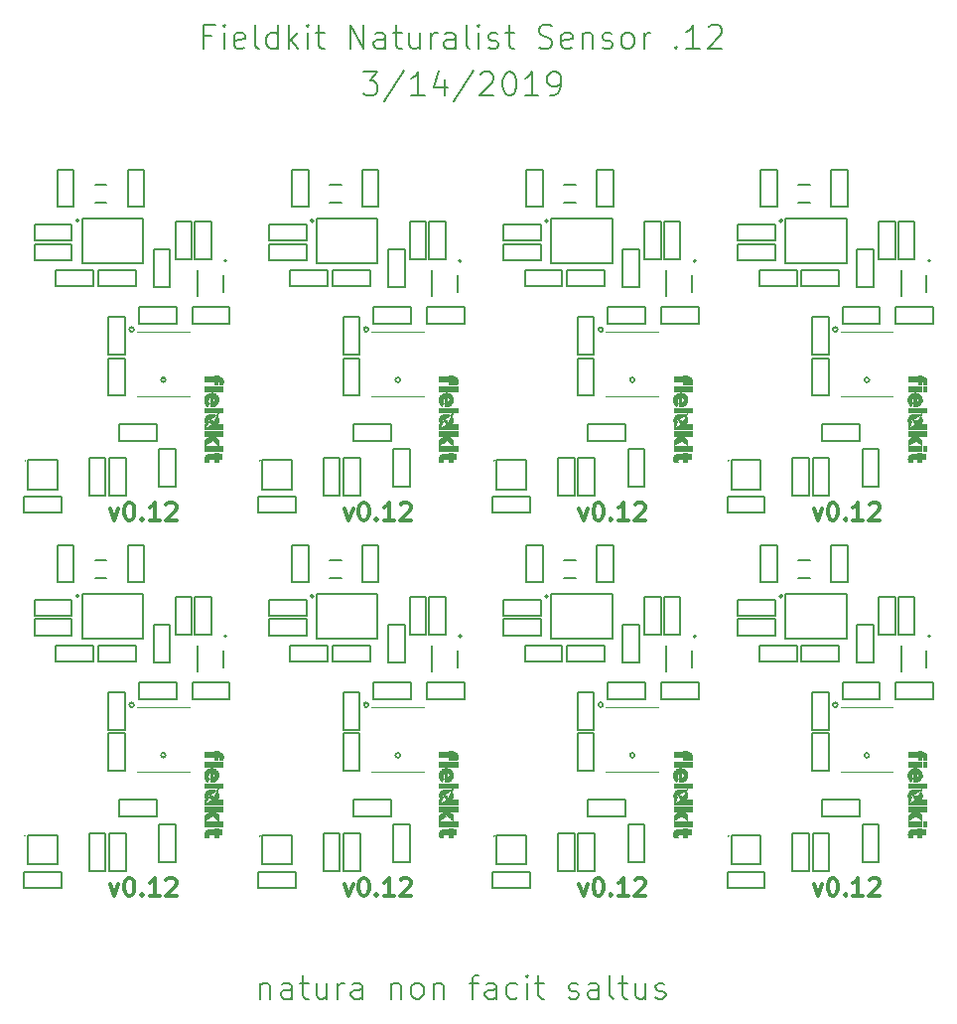
<source format=gbr>
G04 #@! TF.GenerationSoftware,KiCad,Pcbnew,(5.1.0-rc1-113-g51cc783e7)*
G04 #@! TF.CreationDate,2019-03-14T17:18:49-04:00
G04 #@! TF.ProjectId,fk-naturalist-sensors,666b2d6e-6174-4757-9261-6c6973742d73,rev?*
G04 #@! TF.SameCoordinates,Original*
G04 #@! TF.FileFunction,Legend,Top*
G04 #@! TF.FilePolarity,Positive*
%FSLAX46Y46*%
G04 Gerber Fmt 4.6, Leading zero omitted, Abs format (unit mm)*
G04 Created by KiCad (PCBNEW (5.1.0-rc1-113-g51cc783e7)) date 2019-03-14 17:18:49*
%MOMM*%
%LPD*%
G04 APERTURE LIST*
%ADD10C,0.150000*%
%ADD11C,0.300000*%
%ADD12C,0.120000*%
%ADD13C,0.010000*%
G04 APERTURE END LIST*
D10*
X51761904Y-100571428D02*
X51761904Y-101904761D01*
X51761904Y-100761904D02*
X51857142Y-100666666D01*
X52047619Y-100571428D01*
X52333333Y-100571428D01*
X52523809Y-100666666D01*
X52619047Y-100857142D01*
X52619047Y-101904761D01*
X54428571Y-101904761D02*
X54428571Y-100857142D01*
X54333333Y-100666666D01*
X54142857Y-100571428D01*
X53761904Y-100571428D01*
X53571428Y-100666666D01*
X54428571Y-101809523D02*
X54238095Y-101904761D01*
X53761904Y-101904761D01*
X53571428Y-101809523D01*
X53476190Y-101619047D01*
X53476190Y-101428571D01*
X53571428Y-101238095D01*
X53761904Y-101142857D01*
X54238095Y-101142857D01*
X54428571Y-101047619D01*
X55095238Y-100571428D02*
X55857142Y-100571428D01*
X55380952Y-99904761D02*
X55380952Y-101619047D01*
X55476190Y-101809523D01*
X55666666Y-101904761D01*
X55857142Y-101904761D01*
X57380952Y-100571428D02*
X57380952Y-101904761D01*
X56523809Y-100571428D02*
X56523809Y-101619047D01*
X56619047Y-101809523D01*
X56809523Y-101904761D01*
X57095238Y-101904761D01*
X57285714Y-101809523D01*
X57380952Y-101714285D01*
X58333333Y-101904761D02*
X58333333Y-100571428D01*
X58333333Y-100952380D02*
X58428571Y-100761904D01*
X58523809Y-100666666D01*
X58714285Y-100571428D01*
X58904761Y-100571428D01*
X60428571Y-101904761D02*
X60428571Y-100857142D01*
X60333333Y-100666666D01*
X60142857Y-100571428D01*
X59761904Y-100571428D01*
X59571428Y-100666666D01*
X60428571Y-101809523D02*
X60238095Y-101904761D01*
X59761904Y-101904761D01*
X59571428Y-101809523D01*
X59476190Y-101619047D01*
X59476190Y-101428571D01*
X59571428Y-101238095D01*
X59761904Y-101142857D01*
X60238095Y-101142857D01*
X60428571Y-101047619D01*
X62904761Y-100571428D02*
X62904761Y-101904761D01*
X62904761Y-100761904D02*
X63000000Y-100666666D01*
X63190476Y-100571428D01*
X63476190Y-100571428D01*
X63666666Y-100666666D01*
X63761904Y-100857142D01*
X63761904Y-101904761D01*
X65000000Y-101904761D02*
X64809523Y-101809523D01*
X64714285Y-101714285D01*
X64619047Y-101523809D01*
X64619047Y-100952380D01*
X64714285Y-100761904D01*
X64809523Y-100666666D01*
X65000000Y-100571428D01*
X65285714Y-100571428D01*
X65476190Y-100666666D01*
X65571428Y-100761904D01*
X65666666Y-100952380D01*
X65666666Y-101523809D01*
X65571428Y-101714285D01*
X65476190Y-101809523D01*
X65285714Y-101904761D01*
X65000000Y-101904761D01*
X66523809Y-100571428D02*
X66523809Y-101904761D01*
X66523809Y-100761904D02*
X66619047Y-100666666D01*
X66809523Y-100571428D01*
X67095238Y-100571428D01*
X67285714Y-100666666D01*
X67380952Y-100857142D01*
X67380952Y-101904761D01*
X69571428Y-100571428D02*
X70333333Y-100571428D01*
X69857142Y-101904761D02*
X69857142Y-100190476D01*
X69952380Y-100000000D01*
X70142857Y-99904761D01*
X70333333Y-99904761D01*
X71857142Y-101904761D02*
X71857142Y-100857142D01*
X71761904Y-100666666D01*
X71571428Y-100571428D01*
X71190476Y-100571428D01*
X71000000Y-100666666D01*
X71857142Y-101809523D02*
X71666666Y-101904761D01*
X71190476Y-101904761D01*
X71000000Y-101809523D01*
X70904761Y-101619047D01*
X70904761Y-101428571D01*
X71000000Y-101238095D01*
X71190476Y-101142857D01*
X71666666Y-101142857D01*
X71857142Y-101047619D01*
X73666666Y-101809523D02*
X73476190Y-101904761D01*
X73095238Y-101904761D01*
X72904761Y-101809523D01*
X72809523Y-101714285D01*
X72714285Y-101523809D01*
X72714285Y-100952380D01*
X72809523Y-100761904D01*
X72904761Y-100666666D01*
X73095238Y-100571428D01*
X73476190Y-100571428D01*
X73666666Y-100666666D01*
X74523809Y-101904761D02*
X74523809Y-100571428D01*
X74523809Y-99904761D02*
X74428571Y-100000000D01*
X74523809Y-100095238D01*
X74619047Y-100000000D01*
X74523809Y-99904761D01*
X74523809Y-100095238D01*
X75190476Y-100571428D02*
X75952380Y-100571428D01*
X75476190Y-99904761D02*
X75476190Y-101619047D01*
X75571428Y-101809523D01*
X75761904Y-101904761D01*
X75952380Y-101904761D01*
X78047619Y-101809523D02*
X78238095Y-101904761D01*
X78619047Y-101904761D01*
X78809523Y-101809523D01*
X78904761Y-101619047D01*
X78904761Y-101523809D01*
X78809523Y-101333333D01*
X78619047Y-101238095D01*
X78333333Y-101238095D01*
X78142857Y-101142857D01*
X78047619Y-100952380D01*
X78047619Y-100857142D01*
X78142857Y-100666666D01*
X78333333Y-100571428D01*
X78619047Y-100571428D01*
X78809523Y-100666666D01*
X80619047Y-101904761D02*
X80619047Y-100857142D01*
X80523809Y-100666666D01*
X80333333Y-100571428D01*
X79952380Y-100571428D01*
X79761904Y-100666666D01*
X80619047Y-101809523D02*
X80428571Y-101904761D01*
X79952380Y-101904761D01*
X79761904Y-101809523D01*
X79666666Y-101619047D01*
X79666666Y-101428571D01*
X79761904Y-101238095D01*
X79952380Y-101142857D01*
X80428571Y-101142857D01*
X80619047Y-101047619D01*
X81857142Y-101904761D02*
X81666666Y-101809523D01*
X81571428Y-101619047D01*
X81571428Y-99904761D01*
X82333333Y-100571428D02*
X83095238Y-100571428D01*
X82619047Y-99904761D02*
X82619047Y-101619047D01*
X82714285Y-101809523D01*
X82904761Y-101904761D01*
X83095238Y-101904761D01*
X84619047Y-100571428D02*
X84619047Y-101904761D01*
X83761904Y-100571428D02*
X83761904Y-101619047D01*
X83857142Y-101809523D01*
X84047619Y-101904761D01*
X84333333Y-101904761D01*
X84523809Y-101809523D01*
X84619047Y-101714285D01*
X85476190Y-101809523D02*
X85666666Y-101904761D01*
X86047619Y-101904761D01*
X86238095Y-101809523D01*
X86333333Y-101619047D01*
X86333333Y-101523809D01*
X86238095Y-101333333D01*
X86047619Y-101238095D01*
X85761904Y-101238095D01*
X85571428Y-101142857D01*
X85476190Y-100952380D01*
X85476190Y-100857142D01*
X85571428Y-100666666D01*
X85761904Y-100571428D01*
X86047619Y-100571428D01*
X86238095Y-100666666D01*
X60523809Y-22904761D02*
X61761904Y-22904761D01*
X61095238Y-23666666D01*
X61380952Y-23666666D01*
X61571428Y-23761904D01*
X61666666Y-23857142D01*
X61761904Y-24047619D01*
X61761904Y-24523809D01*
X61666666Y-24714285D01*
X61571428Y-24809523D01*
X61380952Y-24904761D01*
X60809523Y-24904761D01*
X60619047Y-24809523D01*
X60523809Y-24714285D01*
X64047619Y-22809523D02*
X62333333Y-25380952D01*
X65761904Y-24904761D02*
X64619047Y-24904761D01*
X65190476Y-24904761D02*
X65190476Y-22904761D01*
X65000000Y-23190476D01*
X64809523Y-23380952D01*
X64619047Y-23476190D01*
X67476190Y-23571428D02*
X67476190Y-24904761D01*
X67000000Y-22809523D02*
X66523809Y-24238095D01*
X67761904Y-24238095D01*
X69952380Y-22809523D02*
X68238095Y-25380952D01*
X70523809Y-23095238D02*
X70619047Y-23000000D01*
X70809523Y-22904761D01*
X71285714Y-22904761D01*
X71476190Y-23000000D01*
X71571428Y-23095238D01*
X71666666Y-23285714D01*
X71666666Y-23476190D01*
X71571428Y-23761904D01*
X70428571Y-24904761D01*
X71666666Y-24904761D01*
X72904761Y-22904761D02*
X73095238Y-22904761D01*
X73285714Y-23000000D01*
X73380952Y-23095238D01*
X73476190Y-23285714D01*
X73571428Y-23666666D01*
X73571428Y-24142857D01*
X73476190Y-24523809D01*
X73380952Y-24714285D01*
X73285714Y-24809523D01*
X73095238Y-24904761D01*
X72904761Y-24904761D01*
X72714285Y-24809523D01*
X72619047Y-24714285D01*
X72523809Y-24523809D01*
X72428571Y-24142857D01*
X72428571Y-23666666D01*
X72523809Y-23285714D01*
X72619047Y-23095238D01*
X72714285Y-23000000D01*
X72904761Y-22904761D01*
X75476190Y-24904761D02*
X74333333Y-24904761D01*
X74904761Y-24904761D02*
X74904761Y-22904761D01*
X74714285Y-23190476D01*
X74523809Y-23380952D01*
X74333333Y-23476190D01*
X76428571Y-24904761D02*
X76809523Y-24904761D01*
X77000000Y-24809523D01*
X77095238Y-24714285D01*
X77285714Y-24428571D01*
X77380952Y-24047619D01*
X77380952Y-23285714D01*
X77285714Y-23095238D01*
X77190476Y-23000000D01*
X77000000Y-22904761D01*
X76619047Y-22904761D01*
X76428571Y-23000000D01*
X76333333Y-23095238D01*
X76238095Y-23285714D01*
X76238095Y-23761904D01*
X76333333Y-23952380D01*
X76428571Y-24047619D01*
X76619047Y-24142857D01*
X77000000Y-24142857D01*
X77190476Y-24047619D01*
X77285714Y-23952380D01*
X77380952Y-23761904D01*
X47619047Y-19857142D02*
X46952380Y-19857142D01*
X46952380Y-20904761D02*
X46952380Y-18904761D01*
X47904761Y-18904761D01*
X48666666Y-20904761D02*
X48666666Y-19571428D01*
X48666666Y-18904761D02*
X48571428Y-19000000D01*
X48666666Y-19095238D01*
X48761904Y-19000000D01*
X48666666Y-18904761D01*
X48666666Y-19095238D01*
X50380952Y-20809523D02*
X50190476Y-20904761D01*
X49809523Y-20904761D01*
X49619047Y-20809523D01*
X49523809Y-20619047D01*
X49523809Y-19857142D01*
X49619047Y-19666666D01*
X49809523Y-19571428D01*
X50190476Y-19571428D01*
X50380952Y-19666666D01*
X50476190Y-19857142D01*
X50476190Y-20047619D01*
X49523809Y-20238095D01*
X51619047Y-20904761D02*
X51428571Y-20809523D01*
X51333333Y-20619047D01*
X51333333Y-18904761D01*
X53238095Y-20904761D02*
X53238095Y-18904761D01*
X53238095Y-20809523D02*
X53047619Y-20904761D01*
X52666666Y-20904761D01*
X52476190Y-20809523D01*
X52380952Y-20714285D01*
X52285714Y-20523809D01*
X52285714Y-19952380D01*
X52380952Y-19761904D01*
X52476190Y-19666666D01*
X52666666Y-19571428D01*
X53047619Y-19571428D01*
X53238095Y-19666666D01*
X54190476Y-20904761D02*
X54190476Y-18904761D01*
X54380952Y-20142857D02*
X54952380Y-20904761D01*
X54952380Y-19571428D02*
X54190476Y-20333333D01*
X55809523Y-20904761D02*
X55809523Y-19571428D01*
X55809523Y-18904761D02*
X55714285Y-19000000D01*
X55809523Y-19095238D01*
X55904761Y-19000000D01*
X55809523Y-18904761D01*
X55809523Y-19095238D01*
X56476190Y-19571428D02*
X57238095Y-19571428D01*
X56761904Y-18904761D02*
X56761904Y-20619047D01*
X56857142Y-20809523D01*
X57047619Y-20904761D01*
X57238095Y-20904761D01*
X59428571Y-20904761D02*
X59428571Y-18904761D01*
X60571428Y-20904761D01*
X60571428Y-18904761D01*
X62380952Y-20904761D02*
X62380952Y-19857142D01*
X62285714Y-19666666D01*
X62095238Y-19571428D01*
X61714285Y-19571428D01*
X61523809Y-19666666D01*
X62380952Y-20809523D02*
X62190476Y-20904761D01*
X61714285Y-20904761D01*
X61523809Y-20809523D01*
X61428571Y-20619047D01*
X61428571Y-20428571D01*
X61523809Y-20238095D01*
X61714285Y-20142857D01*
X62190476Y-20142857D01*
X62380952Y-20047619D01*
X63047619Y-19571428D02*
X63809523Y-19571428D01*
X63333333Y-18904761D02*
X63333333Y-20619047D01*
X63428571Y-20809523D01*
X63619047Y-20904761D01*
X63809523Y-20904761D01*
X65333333Y-19571428D02*
X65333333Y-20904761D01*
X64476190Y-19571428D02*
X64476190Y-20619047D01*
X64571428Y-20809523D01*
X64761904Y-20904761D01*
X65047619Y-20904761D01*
X65238095Y-20809523D01*
X65333333Y-20714285D01*
X66285714Y-20904761D02*
X66285714Y-19571428D01*
X66285714Y-19952380D02*
X66380952Y-19761904D01*
X66476190Y-19666666D01*
X66666666Y-19571428D01*
X66857142Y-19571428D01*
X68380952Y-20904761D02*
X68380952Y-19857142D01*
X68285714Y-19666666D01*
X68095238Y-19571428D01*
X67714285Y-19571428D01*
X67523809Y-19666666D01*
X68380952Y-20809523D02*
X68190476Y-20904761D01*
X67714285Y-20904761D01*
X67523809Y-20809523D01*
X67428571Y-20619047D01*
X67428571Y-20428571D01*
X67523809Y-20238095D01*
X67714285Y-20142857D01*
X68190476Y-20142857D01*
X68380952Y-20047619D01*
X69619047Y-20904761D02*
X69428571Y-20809523D01*
X69333333Y-20619047D01*
X69333333Y-18904761D01*
X70380952Y-20904761D02*
X70380952Y-19571428D01*
X70380952Y-18904761D02*
X70285714Y-19000000D01*
X70380952Y-19095238D01*
X70476190Y-19000000D01*
X70380952Y-18904761D01*
X70380952Y-19095238D01*
X71238095Y-20809523D02*
X71428571Y-20904761D01*
X71809523Y-20904761D01*
X72000000Y-20809523D01*
X72095238Y-20619047D01*
X72095238Y-20523809D01*
X72000000Y-20333333D01*
X71809523Y-20238095D01*
X71523809Y-20238095D01*
X71333333Y-20142857D01*
X71238095Y-19952380D01*
X71238095Y-19857142D01*
X71333333Y-19666666D01*
X71523809Y-19571428D01*
X71809523Y-19571428D01*
X72000000Y-19666666D01*
X72666666Y-19571428D02*
X73428571Y-19571428D01*
X72952380Y-18904761D02*
X72952380Y-20619047D01*
X73047619Y-20809523D01*
X73238095Y-20904761D01*
X73428571Y-20904761D01*
X75523809Y-20809523D02*
X75809523Y-20904761D01*
X76285714Y-20904761D01*
X76476190Y-20809523D01*
X76571428Y-20714285D01*
X76666666Y-20523809D01*
X76666666Y-20333333D01*
X76571428Y-20142857D01*
X76476190Y-20047619D01*
X76285714Y-19952380D01*
X75904761Y-19857142D01*
X75714285Y-19761904D01*
X75619047Y-19666666D01*
X75523809Y-19476190D01*
X75523809Y-19285714D01*
X75619047Y-19095238D01*
X75714285Y-19000000D01*
X75904761Y-18904761D01*
X76380952Y-18904761D01*
X76666666Y-19000000D01*
X78285714Y-20809523D02*
X78095238Y-20904761D01*
X77714285Y-20904761D01*
X77523809Y-20809523D01*
X77428571Y-20619047D01*
X77428571Y-19857142D01*
X77523809Y-19666666D01*
X77714285Y-19571428D01*
X78095238Y-19571428D01*
X78285714Y-19666666D01*
X78380952Y-19857142D01*
X78380952Y-20047619D01*
X77428571Y-20238095D01*
X79238095Y-19571428D02*
X79238095Y-20904761D01*
X79238095Y-19761904D02*
X79333333Y-19666666D01*
X79523809Y-19571428D01*
X79809523Y-19571428D01*
X80000000Y-19666666D01*
X80095238Y-19857142D01*
X80095238Y-20904761D01*
X80952380Y-20809523D02*
X81142857Y-20904761D01*
X81523809Y-20904761D01*
X81714285Y-20809523D01*
X81809523Y-20619047D01*
X81809523Y-20523809D01*
X81714285Y-20333333D01*
X81523809Y-20238095D01*
X81238095Y-20238095D01*
X81047619Y-20142857D01*
X80952380Y-19952380D01*
X80952380Y-19857142D01*
X81047619Y-19666666D01*
X81238095Y-19571428D01*
X81523809Y-19571428D01*
X81714285Y-19666666D01*
X82952380Y-20904761D02*
X82761904Y-20809523D01*
X82666666Y-20714285D01*
X82571428Y-20523809D01*
X82571428Y-19952380D01*
X82666666Y-19761904D01*
X82761904Y-19666666D01*
X82952380Y-19571428D01*
X83238095Y-19571428D01*
X83428571Y-19666666D01*
X83523809Y-19761904D01*
X83619047Y-19952380D01*
X83619047Y-20523809D01*
X83523809Y-20714285D01*
X83428571Y-20809523D01*
X83238095Y-20904761D01*
X82952380Y-20904761D01*
X84476190Y-20904761D02*
X84476190Y-19571428D01*
X84476190Y-19952380D02*
X84571428Y-19761904D01*
X84666666Y-19666666D01*
X84857142Y-19571428D01*
X85047619Y-19571428D01*
X87238095Y-20714285D02*
X87333333Y-20809523D01*
X87238095Y-20904761D01*
X87142857Y-20809523D01*
X87238095Y-20714285D01*
X87238095Y-20904761D01*
X89238095Y-20904761D02*
X88095238Y-20904761D01*
X88666666Y-20904761D02*
X88666666Y-18904761D01*
X88476190Y-19190476D01*
X88285714Y-19380952D01*
X88095238Y-19476190D01*
X90000000Y-19095238D02*
X90095238Y-19000000D01*
X90285714Y-18904761D01*
X90761904Y-18904761D01*
X90952380Y-19000000D01*
X91047619Y-19095238D01*
X91142857Y-19285714D01*
X91142857Y-19476190D01*
X91047619Y-19761904D01*
X89904761Y-20904761D01*
X91142857Y-20904761D01*
D11*
X98943257Y-92107571D02*
X99300400Y-93107571D01*
X99657542Y-92107571D01*
X100514685Y-91607571D02*
X100657542Y-91607571D01*
X100800400Y-91679000D01*
X100871828Y-91750428D01*
X100943257Y-91893285D01*
X101014685Y-92179000D01*
X101014685Y-92536142D01*
X100943257Y-92821857D01*
X100871828Y-92964714D01*
X100800400Y-93036142D01*
X100657542Y-93107571D01*
X100514685Y-93107571D01*
X100371828Y-93036142D01*
X100300400Y-92964714D01*
X100228971Y-92821857D01*
X100157542Y-92536142D01*
X100157542Y-92179000D01*
X100228971Y-91893285D01*
X100300400Y-91750428D01*
X100371828Y-91679000D01*
X100514685Y-91607571D01*
X101657542Y-92964714D02*
X101728971Y-93036142D01*
X101657542Y-93107571D01*
X101586114Y-93036142D01*
X101657542Y-92964714D01*
X101657542Y-93107571D01*
X103157542Y-93107571D02*
X102300400Y-93107571D01*
X102728971Y-93107571D02*
X102728971Y-91607571D01*
X102586114Y-91821857D01*
X102443257Y-91964714D01*
X102300400Y-92036142D01*
X103728971Y-91750428D02*
X103800400Y-91679000D01*
X103943257Y-91607571D01*
X104300400Y-91607571D01*
X104443257Y-91679000D01*
X104514685Y-91750428D01*
X104586114Y-91893285D01*
X104586114Y-92036142D01*
X104514685Y-92250428D01*
X103657542Y-93107571D01*
X104586114Y-93107571D01*
X78943257Y-92107571D02*
X79300400Y-93107571D01*
X79657542Y-92107571D01*
X80514685Y-91607571D02*
X80657542Y-91607571D01*
X80800400Y-91679000D01*
X80871828Y-91750428D01*
X80943257Y-91893285D01*
X81014685Y-92179000D01*
X81014685Y-92536142D01*
X80943257Y-92821857D01*
X80871828Y-92964714D01*
X80800400Y-93036142D01*
X80657542Y-93107571D01*
X80514685Y-93107571D01*
X80371828Y-93036142D01*
X80300400Y-92964714D01*
X80228971Y-92821857D01*
X80157542Y-92536142D01*
X80157542Y-92179000D01*
X80228971Y-91893285D01*
X80300400Y-91750428D01*
X80371828Y-91679000D01*
X80514685Y-91607571D01*
X81657542Y-92964714D02*
X81728971Y-93036142D01*
X81657542Y-93107571D01*
X81586114Y-93036142D01*
X81657542Y-92964714D01*
X81657542Y-93107571D01*
X83157542Y-93107571D02*
X82300400Y-93107571D01*
X82728971Y-93107571D02*
X82728971Y-91607571D01*
X82586114Y-91821857D01*
X82443257Y-91964714D01*
X82300400Y-92036142D01*
X83728971Y-91750428D02*
X83800400Y-91679000D01*
X83943257Y-91607571D01*
X84300400Y-91607571D01*
X84443257Y-91679000D01*
X84514685Y-91750428D01*
X84586114Y-91893285D01*
X84586114Y-92036142D01*
X84514685Y-92250428D01*
X83657542Y-93107571D01*
X84586114Y-93107571D01*
X58943257Y-92107571D02*
X59300400Y-93107571D01*
X59657542Y-92107571D01*
X60514685Y-91607571D02*
X60657542Y-91607571D01*
X60800400Y-91679000D01*
X60871828Y-91750428D01*
X60943257Y-91893285D01*
X61014685Y-92179000D01*
X61014685Y-92536142D01*
X60943257Y-92821857D01*
X60871828Y-92964714D01*
X60800400Y-93036142D01*
X60657542Y-93107571D01*
X60514685Y-93107571D01*
X60371828Y-93036142D01*
X60300400Y-92964714D01*
X60228971Y-92821857D01*
X60157542Y-92536142D01*
X60157542Y-92179000D01*
X60228971Y-91893285D01*
X60300400Y-91750428D01*
X60371828Y-91679000D01*
X60514685Y-91607571D01*
X61657542Y-92964714D02*
X61728971Y-93036142D01*
X61657542Y-93107571D01*
X61586114Y-93036142D01*
X61657542Y-92964714D01*
X61657542Y-93107571D01*
X63157542Y-93107571D02*
X62300400Y-93107571D01*
X62728971Y-93107571D02*
X62728971Y-91607571D01*
X62586114Y-91821857D01*
X62443257Y-91964714D01*
X62300400Y-92036142D01*
X63728971Y-91750428D02*
X63800400Y-91679000D01*
X63943257Y-91607571D01*
X64300400Y-91607571D01*
X64443257Y-91679000D01*
X64514685Y-91750428D01*
X64586114Y-91893285D01*
X64586114Y-92036142D01*
X64514685Y-92250428D01*
X63657542Y-93107571D01*
X64586114Y-93107571D01*
X38943257Y-92107571D02*
X39300400Y-93107571D01*
X39657542Y-92107571D01*
X40514685Y-91607571D02*
X40657542Y-91607571D01*
X40800400Y-91679000D01*
X40871828Y-91750428D01*
X40943257Y-91893285D01*
X41014685Y-92179000D01*
X41014685Y-92536142D01*
X40943257Y-92821857D01*
X40871828Y-92964714D01*
X40800400Y-93036142D01*
X40657542Y-93107571D01*
X40514685Y-93107571D01*
X40371828Y-93036142D01*
X40300400Y-92964714D01*
X40228971Y-92821857D01*
X40157542Y-92536142D01*
X40157542Y-92179000D01*
X40228971Y-91893285D01*
X40300400Y-91750428D01*
X40371828Y-91679000D01*
X40514685Y-91607571D01*
X41657542Y-92964714D02*
X41728971Y-93036142D01*
X41657542Y-93107571D01*
X41586114Y-93036142D01*
X41657542Y-92964714D01*
X41657542Y-93107571D01*
X43157542Y-93107571D02*
X42300400Y-93107571D01*
X42728971Y-93107571D02*
X42728971Y-91607571D01*
X42586114Y-91821857D01*
X42443257Y-91964714D01*
X42300400Y-92036142D01*
X43728971Y-91750428D02*
X43800400Y-91679000D01*
X43943257Y-91607571D01*
X44300400Y-91607571D01*
X44443257Y-91679000D01*
X44514685Y-91750428D01*
X44586114Y-91893285D01*
X44586114Y-92036142D01*
X44514685Y-92250428D01*
X43657542Y-93107571D01*
X44586114Y-93107571D01*
X98943257Y-60107571D02*
X99300400Y-61107571D01*
X99657542Y-60107571D01*
X100514685Y-59607571D02*
X100657542Y-59607571D01*
X100800400Y-59679000D01*
X100871828Y-59750428D01*
X100943257Y-59893285D01*
X101014685Y-60179000D01*
X101014685Y-60536142D01*
X100943257Y-60821857D01*
X100871828Y-60964714D01*
X100800400Y-61036142D01*
X100657542Y-61107571D01*
X100514685Y-61107571D01*
X100371828Y-61036142D01*
X100300400Y-60964714D01*
X100228971Y-60821857D01*
X100157542Y-60536142D01*
X100157542Y-60179000D01*
X100228971Y-59893285D01*
X100300400Y-59750428D01*
X100371828Y-59679000D01*
X100514685Y-59607571D01*
X101657542Y-60964714D02*
X101728971Y-61036142D01*
X101657542Y-61107571D01*
X101586114Y-61036142D01*
X101657542Y-60964714D01*
X101657542Y-61107571D01*
X103157542Y-61107571D02*
X102300400Y-61107571D01*
X102728971Y-61107571D02*
X102728971Y-59607571D01*
X102586114Y-59821857D01*
X102443257Y-59964714D01*
X102300400Y-60036142D01*
X103728971Y-59750428D02*
X103800400Y-59679000D01*
X103943257Y-59607571D01*
X104300400Y-59607571D01*
X104443257Y-59679000D01*
X104514685Y-59750428D01*
X104586114Y-59893285D01*
X104586114Y-60036142D01*
X104514685Y-60250428D01*
X103657542Y-61107571D01*
X104586114Y-61107571D01*
X78943257Y-60107571D02*
X79300400Y-61107571D01*
X79657542Y-60107571D01*
X80514685Y-59607571D02*
X80657542Y-59607571D01*
X80800400Y-59679000D01*
X80871828Y-59750428D01*
X80943257Y-59893285D01*
X81014685Y-60179000D01*
X81014685Y-60536142D01*
X80943257Y-60821857D01*
X80871828Y-60964714D01*
X80800400Y-61036142D01*
X80657542Y-61107571D01*
X80514685Y-61107571D01*
X80371828Y-61036142D01*
X80300400Y-60964714D01*
X80228971Y-60821857D01*
X80157542Y-60536142D01*
X80157542Y-60179000D01*
X80228971Y-59893285D01*
X80300400Y-59750428D01*
X80371828Y-59679000D01*
X80514685Y-59607571D01*
X81657542Y-60964714D02*
X81728971Y-61036142D01*
X81657542Y-61107571D01*
X81586114Y-61036142D01*
X81657542Y-60964714D01*
X81657542Y-61107571D01*
X83157542Y-61107571D02*
X82300400Y-61107571D01*
X82728971Y-61107571D02*
X82728971Y-59607571D01*
X82586114Y-59821857D01*
X82443257Y-59964714D01*
X82300400Y-60036142D01*
X83728971Y-59750428D02*
X83800400Y-59679000D01*
X83943257Y-59607571D01*
X84300400Y-59607571D01*
X84443257Y-59679000D01*
X84514685Y-59750428D01*
X84586114Y-59893285D01*
X84586114Y-60036142D01*
X84514685Y-60250428D01*
X83657542Y-61107571D01*
X84586114Y-61107571D01*
X58943257Y-60107571D02*
X59300400Y-61107571D01*
X59657542Y-60107571D01*
X60514685Y-59607571D02*
X60657542Y-59607571D01*
X60800400Y-59679000D01*
X60871828Y-59750428D01*
X60943257Y-59893285D01*
X61014685Y-60179000D01*
X61014685Y-60536142D01*
X60943257Y-60821857D01*
X60871828Y-60964714D01*
X60800400Y-61036142D01*
X60657542Y-61107571D01*
X60514685Y-61107571D01*
X60371828Y-61036142D01*
X60300400Y-60964714D01*
X60228971Y-60821857D01*
X60157542Y-60536142D01*
X60157542Y-60179000D01*
X60228971Y-59893285D01*
X60300400Y-59750428D01*
X60371828Y-59679000D01*
X60514685Y-59607571D01*
X61657542Y-60964714D02*
X61728971Y-61036142D01*
X61657542Y-61107571D01*
X61586114Y-61036142D01*
X61657542Y-60964714D01*
X61657542Y-61107571D01*
X63157542Y-61107571D02*
X62300400Y-61107571D01*
X62728971Y-61107571D02*
X62728971Y-59607571D01*
X62586114Y-59821857D01*
X62443257Y-59964714D01*
X62300400Y-60036142D01*
X63728971Y-59750428D02*
X63800400Y-59679000D01*
X63943257Y-59607571D01*
X64300400Y-59607571D01*
X64443257Y-59679000D01*
X64514685Y-59750428D01*
X64586114Y-59893285D01*
X64586114Y-60036142D01*
X64514685Y-60250428D01*
X63657542Y-61107571D01*
X64586114Y-61107571D01*
X38943257Y-60107571D02*
X39300400Y-61107571D01*
X39657542Y-60107571D01*
X40514685Y-59607571D02*
X40657542Y-59607571D01*
X40800400Y-59679000D01*
X40871828Y-59750428D01*
X40943257Y-59893285D01*
X41014685Y-60179000D01*
X41014685Y-60536142D01*
X40943257Y-60821857D01*
X40871828Y-60964714D01*
X40800400Y-61036142D01*
X40657542Y-61107571D01*
X40514685Y-61107571D01*
X40371828Y-61036142D01*
X40300400Y-60964714D01*
X40228971Y-60821857D01*
X40157542Y-60536142D01*
X40157542Y-60179000D01*
X40228971Y-59893285D01*
X40300400Y-59750428D01*
X40371828Y-59679000D01*
X40514685Y-59607571D01*
X41657542Y-60964714D02*
X41728971Y-61036142D01*
X41657542Y-61107571D01*
X41586114Y-61036142D01*
X41657542Y-60964714D01*
X41657542Y-61107571D01*
X43157542Y-61107571D02*
X42300400Y-61107571D01*
X42728971Y-61107571D02*
X42728971Y-59607571D01*
X42586114Y-59821857D01*
X42443257Y-59964714D01*
X42300400Y-60036142D01*
X43728971Y-59750428D02*
X43800400Y-59679000D01*
X43943257Y-59607571D01*
X44300400Y-59607571D01*
X44443257Y-59679000D01*
X44514685Y-59750428D01*
X44586114Y-59893285D01*
X44586114Y-60036142D01*
X44514685Y-60250428D01*
X43657542Y-61107571D01*
X44586114Y-61107571D01*
D10*
X103120234Y-90238113D02*
X104520234Y-90238113D01*
X103120234Y-87038113D02*
X104520234Y-87038113D01*
X103120234Y-90238113D02*
X103120234Y-87038113D01*
X104520234Y-87038113D02*
X104520234Y-90238113D01*
X83120234Y-90238113D02*
X84520234Y-90238113D01*
X83120234Y-87038113D02*
X84520234Y-87038113D01*
X83120234Y-90238113D02*
X83120234Y-87038113D01*
X84520234Y-87038113D02*
X84520234Y-90238113D01*
X63120234Y-90238113D02*
X64520234Y-90238113D01*
X63120234Y-87038113D02*
X64520234Y-87038113D01*
X63120234Y-90238113D02*
X63120234Y-87038113D01*
X64520234Y-87038113D02*
X64520234Y-90238113D01*
X43120234Y-90238113D02*
X44520234Y-90238113D01*
X43120234Y-87038113D02*
X44520234Y-87038113D01*
X43120234Y-90238113D02*
X43120234Y-87038113D01*
X44520234Y-87038113D02*
X44520234Y-90238113D01*
X103120234Y-58238113D02*
X104520234Y-58238113D01*
X103120234Y-55038113D02*
X104520234Y-55038113D01*
X103120234Y-58238113D02*
X103120234Y-55038113D01*
X104520234Y-55038113D02*
X104520234Y-58238113D01*
X83120234Y-58238113D02*
X84520234Y-58238113D01*
X83120234Y-55038113D02*
X84520234Y-55038113D01*
X83120234Y-58238113D02*
X83120234Y-55038113D01*
X84520234Y-55038113D02*
X84520234Y-58238113D01*
X63120234Y-58238113D02*
X64520234Y-58238113D01*
X63120234Y-55038113D02*
X64520234Y-55038113D01*
X63120234Y-58238113D02*
X63120234Y-55038113D01*
X64520234Y-55038113D02*
X64520234Y-58238113D01*
X102662500Y-73201000D02*
X102662500Y-70001000D01*
X104062500Y-70001000D02*
X104062500Y-73201000D01*
X104062500Y-73201000D02*
X102662500Y-73201000D01*
X104062500Y-70001000D02*
X102662500Y-70001000D01*
X82662500Y-73201000D02*
X82662500Y-70001000D01*
X84062500Y-70001000D02*
X84062500Y-73201000D01*
X84062500Y-73201000D02*
X82662500Y-73201000D01*
X84062500Y-70001000D02*
X82662500Y-70001000D01*
X62662500Y-73201000D02*
X62662500Y-70001000D01*
X64062500Y-70001000D02*
X64062500Y-73201000D01*
X64062500Y-73201000D02*
X62662500Y-73201000D01*
X64062500Y-70001000D02*
X62662500Y-70001000D01*
X42662500Y-73201000D02*
X42662500Y-70001000D01*
X44062500Y-70001000D02*
X44062500Y-73201000D01*
X44062500Y-73201000D02*
X42662500Y-73201000D01*
X44062500Y-70001000D02*
X42662500Y-70001000D01*
X102662500Y-41201000D02*
X102662500Y-38001000D01*
X104062500Y-38001000D02*
X104062500Y-41201000D01*
X104062500Y-41201000D02*
X102662500Y-41201000D01*
X104062500Y-38001000D02*
X102662500Y-38001000D01*
X82662500Y-41201000D02*
X82662500Y-38001000D01*
X84062500Y-38001000D02*
X84062500Y-41201000D01*
X84062500Y-41201000D02*
X82662500Y-41201000D01*
X84062500Y-38001000D02*
X82662500Y-38001000D01*
X62662500Y-41201000D02*
X62662500Y-38001000D01*
X64062500Y-38001000D02*
X64062500Y-41201000D01*
X64062500Y-41201000D02*
X62662500Y-41201000D01*
X64062500Y-38001000D02*
X62662500Y-38001000D01*
X91922800Y-90466400D02*
X91922800Y-87966400D01*
X94422800Y-90466400D02*
X91922800Y-90466400D01*
X94422800Y-87966400D02*
X94422800Y-90466400D01*
X91922800Y-87966400D02*
X94422800Y-87966400D01*
X91708155Y-88016400D02*
G75*
G03X91708155Y-88016400I-35355J0D01*
G01*
X71922800Y-90466400D02*
X71922800Y-87966400D01*
X74422800Y-90466400D02*
X71922800Y-90466400D01*
X74422800Y-87966400D02*
X74422800Y-90466400D01*
X71922800Y-87966400D02*
X74422800Y-87966400D01*
X71708155Y-88016400D02*
G75*
G03X71708155Y-88016400I-35355J0D01*
G01*
X51922800Y-90466400D02*
X51922800Y-87966400D01*
X54422800Y-90466400D02*
X51922800Y-90466400D01*
X54422800Y-87966400D02*
X54422800Y-90466400D01*
X51922800Y-87966400D02*
X54422800Y-87966400D01*
X51708155Y-88016400D02*
G75*
G03X51708155Y-88016400I-35355J0D01*
G01*
X31922800Y-90466400D02*
X31922800Y-87966400D01*
X34422800Y-90466400D02*
X31922800Y-90466400D01*
X34422800Y-87966400D02*
X34422800Y-90466400D01*
X31922800Y-87966400D02*
X34422800Y-87966400D01*
X31708155Y-88016400D02*
G75*
G03X31708155Y-88016400I-35355J0D01*
G01*
X91922800Y-58466400D02*
X91922800Y-55966400D01*
X94422800Y-58466400D02*
X91922800Y-58466400D01*
X94422800Y-55966400D02*
X94422800Y-58466400D01*
X91922800Y-55966400D02*
X94422800Y-55966400D01*
X91708155Y-56016400D02*
G75*
G03X91708155Y-56016400I-35355J0D01*
G01*
X71922800Y-58466400D02*
X71922800Y-55966400D01*
X74422800Y-58466400D02*
X71922800Y-58466400D01*
X74422800Y-55966400D02*
X74422800Y-58466400D01*
X71922800Y-55966400D02*
X74422800Y-55966400D01*
X71708155Y-56016400D02*
G75*
G03X71708155Y-56016400I-35355J0D01*
G01*
X51922800Y-58466400D02*
X51922800Y-55966400D01*
X54422800Y-58466400D02*
X51922800Y-58466400D01*
X54422800Y-55966400D02*
X54422800Y-58466400D01*
X51922800Y-55966400D02*
X54422800Y-55966400D01*
X51708155Y-56016400D02*
G75*
G03X51708155Y-56016400I-35355J0D01*
G01*
X100213600Y-79294000D02*
X100213600Y-82494000D01*
X98813600Y-82494000D02*
X98813600Y-79294000D01*
X98813600Y-79294000D02*
X100213600Y-79294000D01*
X98813600Y-82494000D02*
X100213600Y-82494000D01*
X80213600Y-79294000D02*
X80213600Y-82494000D01*
X78813600Y-82494000D02*
X78813600Y-79294000D01*
X78813600Y-79294000D02*
X80213600Y-79294000D01*
X78813600Y-82494000D02*
X80213600Y-82494000D01*
X60213600Y-79294000D02*
X60213600Y-82494000D01*
X58813600Y-82494000D02*
X58813600Y-79294000D01*
X58813600Y-79294000D02*
X60213600Y-79294000D01*
X58813600Y-82494000D02*
X60213600Y-82494000D01*
X40213600Y-79294000D02*
X40213600Y-82494000D01*
X38813600Y-82494000D02*
X38813600Y-79294000D01*
X38813600Y-79294000D02*
X40213600Y-79294000D01*
X38813600Y-82494000D02*
X40213600Y-82494000D01*
X100213600Y-47294000D02*
X100213600Y-50494000D01*
X98813600Y-50494000D02*
X98813600Y-47294000D01*
X98813600Y-47294000D02*
X100213600Y-47294000D01*
X98813600Y-50494000D02*
X100213600Y-50494000D01*
X80213600Y-47294000D02*
X80213600Y-50494000D01*
X78813600Y-50494000D02*
X78813600Y-47294000D01*
X78813600Y-47294000D02*
X80213600Y-47294000D01*
X78813600Y-50494000D02*
X80213600Y-50494000D01*
X60213600Y-47294000D02*
X60213600Y-50494000D01*
X58813600Y-50494000D02*
X58813600Y-47294000D01*
X58813600Y-47294000D02*
X60213600Y-47294000D01*
X58813600Y-50494000D02*
X60213600Y-50494000D01*
X108889403Y-71003453D02*
G75*
G03X108889403Y-71003453I-100000J0D01*
G01*
X106389403Y-71811253D02*
X106389403Y-73986253D01*
X108589403Y-72203453D02*
X108589403Y-73653453D01*
X88889403Y-71003453D02*
G75*
G03X88889403Y-71003453I-100000J0D01*
G01*
X86389403Y-71811253D02*
X86389403Y-73986253D01*
X88589403Y-72203453D02*
X88589403Y-73653453D01*
X68889403Y-71003453D02*
G75*
G03X68889403Y-71003453I-100000J0D01*
G01*
X66389403Y-71811253D02*
X66389403Y-73986253D01*
X68589403Y-72203453D02*
X68589403Y-73653453D01*
X48889403Y-71003453D02*
G75*
G03X48889403Y-71003453I-100000J0D01*
G01*
X46389403Y-71811253D02*
X46389403Y-73986253D01*
X48589403Y-72203453D02*
X48589403Y-73653453D01*
X108889403Y-39003453D02*
G75*
G03X108889403Y-39003453I-100000J0D01*
G01*
X106389403Y-39811253D02*
X106389403Y-41986253D01*
X108589403Y-40203453D02*
X108589403Y-41653453D01*
X88889403Y-39003453D02*
G75*
G03X88889403Y-39003453I-100000J0D01*
G01*
X86389403Y-39811253D02*
X86389403Y-41986253D01*
X88589403Y-40203453D02*
X88589403Y-41653453D01*
X68889403Y-39003453D02*
G75*
G03X68889403Y-39003453I-100000J0D01*
G01*
X66389403Y-39811253D02*
X66389403Y-41986253D01*
X68589403Y-40203453D02*
X68589403Y-41653453D01*
X104504000Y-70851500D02*
X104504000Y-67651500D01*
X105904000Y-67651500D02*
X105904000Y-70851500D01*
X105904000Y-70851500D02*
X104504000Y-70851500D01*
X105904000Y-67651500D02*
X104504000Y-67651500D01*
X84504000Y-70851500D02*
X84504000Y-67651500D01*
X85904000Y-67651500D02*
X85904000Y-70851500D01*
X85904000Y-70851500D02*
X84504000Y-70851500D01*
X85904000Y-67651500D02*
X84504000Y-67651500D01*
X64504000Y-70851500D02*
X64504000Y-67651500D01*
X65904000Y-67651500D02*
X65904000Y-70851500D01*
X65904000Y-70851500D02*
X64504000Y-70851500D01*
X65904000Y-67651500D02*
X64504000Y-67651500D01*
X44504000Y-70851500D02*
X44504000Y-67651500D01*
X45904000Y-67651500D02*
X45904000Y-70851500D01*
X45904000Y-70851500D02*
X44504000Y-70851500D01*
X45904000Y-67651500D02*
X44504000Y-67651500D01*
X104504000Y-38851500D02*
X104504000Y-35651500D01*
X105904000Y-35651500D02*
X105904000Y-38851500D01*
X105904000Y-38851500D02*
X104504000Y-38851500D01*
X105904000Y-35651500D02*
X104504000Y-35651500D01*
X84504000Y-38851500D02*
X84504000Y-35651500D01*
X85904000Y-35651500D02*
X85904000Y-38851500D01*
X85904000Y-38851500D02*
X84504000Y-38851500D01*
X85904000Y-35651500D02*
X84504000Y-35651500D01*
X64504000Y-38851500D02*
X64504000Y-35651500D01*
X65904000Y-35651500D02*
X65904000Y-38851500D01*
X65904000Y-38851500D02*
X64504000Y-38851500D01*
X65904000Y-35651500D02*
X64504000Y-35651500D01*
X107555000Y-67651500D02*
X106155000Y-67651500D01*
X107555000Y-70851500D02*
X106155000Y-70851500D01*
X107555000Y-67651500D02*
X107555000Y-70851500D01*
X106155000Y-70851500D02*
X106155000Y-67651500D01*
X87555000Y-67651500D02*
X86155000Y-67651500D01*
X87555000Y-70851500D02*
X86155000Y-70851500D01*
X87555000Y-67651500D02*
X87555000Y-70851500D01*
X86155000Y-70851500D02*
X86155000Y-67651500D01*
X67555000Y-67651500D02*
X66155000Y-67651500D01*
X67555000Y-70851500D02*
X66155000Y-70851500D01*
X67555000Y-67651500D02*
X67555000Y-70851500D01*
X66155000Y-70851500D02*
X66155000Y-67651500D01*
X47555000Y-67651500D02*
X46155000Y-67651500D01*
X47555000Y-70851500D02*
X46155000Y-70851500D01*
X47555000Y-67651500D02*
X47555000Y-70851500D01*
X46155000Y-70851500D02*
X46155000Y-67651500D01*
X107555000Y-35651500D02*
X106155000Y-35651500D01*
X107555000Y-38851500D02*
X106155000Y-38851500D01*
X107555000Y-35651500D02*
X107555000Y-38851500D01*
X106155000Y-38851500D02*
X106155000Y-35651500D01*
X87555000Y-35651500D02*
X86155000Y-35651500D01*
X87555000Y-38851500D02*
X86155000Y-38851500D01*
X87555000Y-35651500D02*
X87555000Y-38851500D01*
X86155000Y-38851500D02*
X86155000Y-35651500D01*
X67555000Y-35651500D02*
X66155000Y-35651500D01*
X67555000Y-38851500D02*
X66155000Y-38851500D01*
X67555000Y-35651500D02*
X67555000Y-38851500D01*
X66155000Y-38851500D02*
X66155000Y-35651500D01*
X97642800Y-64526400D02*
X98642800Y-64526400D01*
X97642800Y-66026400D02*
X98642800Y-66026400D01*
X77642800Y-64526400D02*
X78642800Y-64526400D01*
X77642800Y-66026400D02*
X78642800Y-66026400D01*
X57642800Y-64526400D02*
X58642800Y-64526400D01*
X57642800Y-66026400D02*
X58642800Y-66026400D01*
X37642800Y-64526400D02*
X38642800Y-64526400D01*
X37642800Y-66026400D02*
X38642800Y-66026400D01*
X97642800Y-32526400D02*
X98642800Y-32526400D01*
X97642800Y-34026400D02*
X98642800Y-34026400D01*
X77642800Y-32526400D02*
X78642800Y-32526400D01*
X77642800Y-34026400D02*
X78642800Y-34026400D01*
X57642800Y-32526400D02*
X58642800Y-32526400D01*
X57642800Y-34026400D02*
X58642800Y-34026400D01*
X95678800Y-70954800D02*
X95678800Y-69554800D01*
X92478800Y-70954800D02*
X92478800Y-69554800D01*
X95678800Y-70954800D02*
X92478800Y-70954800D01*
X92478800Y-69554800D02*
X95678800Y-69554800D01*
X75678800Y-70954800D02*
X75678800Y-69554800D01*
X72478800Y-70954800D02*
X72478800Y-69554800D01*
X75678800Y-70954800D02*
X72478800Y-70954800D01*
X72478800Y-69554800D02*
X75678800Y-69554800D01*
X55678800Y-70954800D02*
X55678800Y-69554800D01*
X52478800Y-70954800D02*
X52478800Y-69554800D01*
X55678800Y-70954800D02*
X52478800Y-70954800D01*
X52478800Y-69554800D02*
X55678800Y-69554800D01*
X35678800Y-70954800D02*
X35678800Y-69554800D01*
X32478800Y-70954800D02*
X32478800Y-69554800D01*
X35678800Y-70954800D02*
X32478800Y-70954800D01*
X32478800Y-69554800D02*
X35678800Y-69554800D01*
X95678800Y-38954800D02*
X95678800Y-37554800D01*
X92478800Y-38954800D02*
X92478800Y-37554800D01*
X95678800Y-38954800D02*
X92478800Y-38954800D01*
X92478800Y-37554800D02*
X95678800Y-37554800D01*
X75678800Y-38954800D02*
X75678800Y-37554800D01*
X72478800Y-38954800D02*
X72478800Y-37554800D01*
X75678800Y-38954800D02*
X72478800Y-38954800D01*
X72478800Y-37554800D02*
X75678800Y-37554800D01*
X55678800Y-38954800D02*
X55678800Y-37554800D01*
X52478800Y-38954800D02*
X52478800Y-37554800D01*
X55678800Y-38954800D02*
X52478800Y-38954800D01*
X52478800Y-37554800D02*
X55678800Y-37554800D01*
X94307600Y-71790000D02*
X97507600Y-71790000D01*
X97507600Y-73190000D02*
X94307600Y-73190000D01*
X94307600Y-73190000D02*
X94307600Y-71790000D01*
X97507600Y-73190000D02*
X97507600Y-71790000D01*
X74307600Y-71790000D02*
X77507600Y-71790000D01*
X77507600Y-73190000D02*
X74307600Y-73190000D01*
X74307600Y-73190000D02*
X74307600Y-71790000D01*
X77507600Y-73190000D02*
X77507600Y-71790000D01*
X54307600Y-71790000D02*
X57507600Y-71790000D01*
X57507600Y-73190000D02*
X54307600Y-73190000D01*
X54307600Y-73190000D02*
X54307600Y-71790000D01*
X57507600Y-73190000D02*
X57507600Y-71790000D01*
X34307600Y-71790000D02*
X37507600Y-71790000D01*
X37507600Y-73190000D02*
X34307600Y-73190000D01*
X34307600Y-73190000D02*
X34307600Y-71790000D01*
X37507600Y-73190000D02*
X37507600Y-71790000D01*
X94307600Y-39790000D02*
X97507600Y-39790000D01*
X97507600Y-41190000D02*
X94307600Y-41190000D01*
X94307600Y-41190000D02*
X94307600Y-39790000D01*
X97507600Y-41190000D02*
X97507600Y-39790000D01*
X74307600Y-39790000D02*
X77507600Y-39790000D01*
X77507600Y-41190000D02*
X74307600Y-41190000D01*
X74307600Y-41190000D02*
X74307600Y-39790000D01*
X77507600Y-41190000D02*
X77507600Y-39790000D01*
X54307600Y-39790000D02*
X57507600Y-39790000D01*
X57507600Y-41190000D02*
X54307600Y-41190000D01*
X54307600Y-41190000D02*
X54307600Y-39790000D01*
X57507600Y-41190000D02*
X57507600Y-39790000D01*
X103681900Y-81151000D02*
G75*
G03X103681900Y-81151000I-200000J0D01*
G01*
X100981900Y-76851000D02*
G75*
G03X100981900Y-76851000I-200000J0D01*
G01*
D12*
X101241900Y-82518000D02*
X105686900Y-82518000D01*
X101241900Y-77057000D02*
X105686900Y-77057000D01*
D10*
X83681900Y-81151000D02*
G75*
G03X83681900Y-81151000I-200000J0D01*
G01*
X80981900Y-76851000D02*
G75*
G03X80981900Y-76851000I-200000J0D01*
G01*
D12*
X81241900Y-82518000D02*
X85686900Y-82518000D01*
X81241900Y-77057000D02*
X85686900Y-77057000D01*
D10*
X63681900Y-81151000D02*
G75*
G03X63681900Y-81151000I-200000J0D01*
G01*
X60981900Y-76851000D02*
G75*
G03X60981900Y-76851000I-200000J0D01*
G01*
D12*
X61241900Y-82518000D02*
X65686900Y-82518000D01*
X61241900Y-77057000D02*
X65686900Y-77057000D01*
D10*
X43681900Y-81151000D02*
G75*
G03X43681900Y-81151000I-200000J0D01*
G01*
X40981900Y-76851000D02*
G75*
G03X40981900Y-76851000I-200000J0D01*
G01*
D12*
X41241900Y-82518000D02*
X45686900Y-82518000D01*
X41241900Y-77057000D02*
X45686900Y-77057000D01*
D10*
X103681900Y-49151000D02*
G75*
G03X103681900Y-49151000I-200000J0D01*
G01*
X100981900Y-44851000D02*
G75*
G03X100981900Y-44851000I-200000J0D01*
G01*
D12*
X101241900Y-50518000D02*
X105686900Y-50518000D01*
X101241900Y-45057000D02*
X105686900Y-45057000D01*
D10*
X83681900Y-49151000D02*
G75*
G03X83681900Y-49151000I-200000J0D01*
G01*
X80981900Y-44851000D02*
G75*
G03X80981900Y-44851000I-200000J0D01*
G01*
D12*
X81241900Y-50518000D02*
X85686900Y-50518000D01*
X81241900Y-45057000D02*
X85686900Y-45057000D01*
D10*
X63681900Y-49151000D02*
G75*
G03X63681900Y-49151000I-200000J0D01*
G01*
X60981900Y-44851000D02*
G75*
G03X60981900Y-44851000I-200000J0D01*
G01*
D12*
X61241900Y-50518000D02*
X65686900Y-50518000D01*
X61241900Y-45057000D02*
X65686900Y-45057000D01*
D10*
X101840000Y-63219200D02*
X100440000Y-63219200D01*
X101840000Y-66419200D02*
X100440000Y-66419200D01*
X101840000Y-63219200D02*
X101840000Y-66419200D01*
X100440000Y-66419200D02*
X100440000Y-63219200D01*
X81840000Y-63219200D02*
X80440000Y-63219200D01*
X81840000Y-66419200D02*
X80440000Y-66419200D01*
X81840000Y-63219200D02*
X81840000Y-66419200D01*
X80440000Y-66419200D02*
X80440000Y-63219200D01*
X61840000Y-63219200D02*
X60440000Y-63219200D01*
X61840000Y-66419200D02*
X60440000Y-66419200D01*
X61840000Y-63219200D02*
X61840000Y-66419200D01*
X60440000Y-66419200D02*
X60440000Y-63219200D01*
X41840000Y-63219200D02*
X40440000Y-63219200D01*
X41840000Y-66419200D02*
X40440000Y-66419200D01*
X41840000Y-63219200D02*
X41840000Y-66419200D01*
X40440000Y-66419200D02*
X40440000Y-63219200D01*
X101840000Y-31219200D02*
X100440000Y-31219200D01*
X101840000Y-34419200D02*
X100440000Y-34419200D01*
X101840000Y-31219200D02*
X101840000Y-34419200D01*
X100440000Y-34419200D02*
X100440000Y-31219200D01*
X81840000Y-31219200D02*
X80440000Y-31219200D01*
X81840000Y-34419200D02*
X80440000Y-34419200D01*
X81840000Y-31219200D02*
X81840000Y-34419200D01*
X80440000Y-34419200D02*
X80440000Y-31219200D01*
X61840000Y-31219200D02*
X60440000Y-31219200D01*
X61840000Y-34419200D02*
X60440000Y-34419200D01*
X61840000Y-31219200D02*
X61840000Y-34419200D01*
X60440000Y-34419200D02*
X60440000Y-31219200D01*
X101114400Y-73190000D02*
X101114400Y-71790000D01*
X97914400Y-73190000D02*
X97914400Y-71790000D01*
X101114400Y-73190000D02*
X97914400Y-73190000D01*
X97914400Y-71790000D02*
X101114400Y-71790000D01*
X81114400Y-73190000D02*
X81114400Y-71790000D01*
X77914400Y-73190000D02*
X77914400Y-71790000D01*
X81114400Y-73190000D02*
X77914400Y-73190000D01*
X77914400Y-71790000D02*
X81114400Y-71790000D01*
X61114400Y-73190000D02*
X61114400Y-71790000D01*
X57914400Y-73190000D02*
X57914400Y-71790000D01*
X61114400Y-73190000D02*
X57914400Y-73190000D01*
X57914400Y-71790000D02*
X61114400Y-71790000D01*
X41114400Y-73190000D02*
X41114400Y-71790000D01*
X37914400Y-73190000D02*
X37914400Y-71790000D01*
X41114400Y-73190000D02*
X37914400Y-73190000D01*
X37914400Y-71790000D02*
X41114400Y-71790000D01*
X101114400Y-41190000D02*
X101114400Y-39790000D01*
X97914400Y-41190000D02*
X97914400Y-39790000D01*
X101114400Y-41190000D02*
X97914400Y-41190000D01*
X97914400Y-39790000D02*
X101114400Y-39790000D01*
X81114400Y-41190000D02*
X81114400Y-39790000D01*
X77914400Y-41190000D02*
X77914400Y-39790000D01*
X81114400Y-41190000D02*
X77914400Y-41190000D01*
X77914400Y-39790000D02*
X81114400Y-39790000D01*
X61114400Y-41190000D02*
X61114400Y-39790000D01*
X57914400Y-41190000D02*
X57914400Y-39790000D01*
X61114400Y-41190000D02*
X57914400Y-41190000D01*
X57914400Y-39790000D02*
X61114400Y-39790000D01*
X98541657Y-87828554D02*
X97141657Y-87828554D01*
X98541657Y-91028554D02*
X97141657Y-91028554D01*
X98541657Y-87828554D02*
X98541657Y-91028554D01*
X97141657Y-91028554D02*
X97141657Y-87828554D01*
X78541657Y-87828554D02*
X77141657Y-87828554D01*
X78541657Y-91028554D02*
X77141657Y-91028554D01*
X78541657Y-87828554D02*
X78541657Y-91028554D01*
X77141657Y-91028554D02*
X77141657Y-87828554D01*
X58541657Y-87828554D02*
X57141657Y-87828554D01*
X58541657Y-91028554D02*
X57141657Y-91028554D01*
X58541657Y-87828554D02*
X58541657Y-91028554D01*
X57141657Y-91028554D02*
X57141657Y-87828554D01*
X38541657Y-87828554D02*
X37141657Y-87828554D01*
X38541657Y-91028554D02*
X37141657Y-91028554D01*
X38541657Y-87828554D02*
X38541657Y-91028554D01*
X37141657Y-91028554D02*
X37141657Y-87828554D01*
X98541657Y-55828554D02*
X97141657Y-55828554D01*
X98541657Y-59028554D02*
X97141657Y-59028554D01*
X98541657Y-55828554D02*
X98541657Y-59028554D01*
X97141657Y-59028554D02*
X97141657Y-55828554D01*
X78541657Y-55828554D02*
X77141657Y-55828554D01*
X78541657Y-59028554D02*
X77141657Y-59028554D01*
X78541657Y-55828554D02*
X78541657Y-59028554D01*
X77141657Y-59028554D02*
X77141657Y-55828554D01*
X58541657Y-55828554D02*
X57141657Y-55828554D01*
X58541657Y-59028554D02*
X57141657Y-59028554D01*
X58541657Y-55828554D02*
X58541657Y-59028554D01*
X57141657Y-59028554D02*
X57141657Y-55828554D01*
X91572800Y-91066400D02*
X94772800Y-91066400D01*
X94772800Y-92466400D02*
X91572800Y-92466400D01*
X91572800Y-92466400D02*
X91572800Y-91066400D01*
X94772800Y-92466400D02*
X94772800Y-91066400D01*
X71572800Y-91066400D02*
X74772800Y-91066400D01*
X74772800Y-92466400D02*
X71572800Y-92466400D01*
X71572800Y-92466400D02*
X71572800Y-91066400D01*
X74772800Y-92466400D02*
X74772800Y-91066400D01*
X51572800Y-91066400D02*
X54772800Y-91066400D01*
X54772800Y-92466400D02*
X51572800Y-92466400D01*
X51572800Y-92466400D02*
X51572800Y-91066400D01*
X54772800Y-92466400D02*
X54772800Y-91066400D01*
X31572800Y-91066400D02*
X34772800Y-91066400D01*
X34772800Y-92466400D02*
X31572800Y-92466400D01*
X31572800Y-92466400D02*
X31572800Y-91066400D01*
X34772800Y-92466400D02*
X34772800Y-91066400D01*
X91572800Y-59066400D02*
X94772800Y-59066400D01*
X94772800Y-60466400D02*
X91572800Y-60466400D01*
X91572800Y-60466400D02*
X91572800Y-59066400D01*
X94772800Y-60466400D02*
X94772800Y-59066400D01*
X71572800Y-59066400D02*
X74772800Y-59066400D01*
X74772800Y-60466400D02*
X71572800Y-60466400D01*
X71572800Y-60466400D02*
X71572800Y-59066400D01*
X74772800Y-60466400D02*
X74772800Y-59066400D01*
X51572800Y-59066400D02*
X54772800Y-59066400D01*
X54772800Y-60466400D02*
X51572800Y-60466400D01*
X51572800Y-60466400D02*
X51572800Y-59066400D01*
X54772800Y-60466400D02*
X54772800Y-59066400D01*
X96558800Y-67389600D02*
X96558800Y-71189600D01*
X96558800Y-71189600D02*
X101758800Y-71189600D01*
X101758800Y-71189600D02*
X101758800Y-67389600D01*
X101758800Y-67389600D02*
X96558800Y-67389600D01*
X96300221Y-67589600D02*
G75*
G03X96300221Y-67589600I-141421J0D01*
G01*
X76558800Y-67389600D02*
X76558800Y-71189600D01*
X76558800Y-71189600D02*
X81758800Y-71189600D01*
X81758800Y-71189600D02*
X81758800Y-67389600D01*
X81758800Y-67389600D02*
X76558800Y-67389600D01*
X76300221Y-67589600D02*
G75*
G03X76300221Y-67589600I-141421J0D01*
G01*
X56558800Y-67389600D02*
X56558800Y-71189600D01*
X56558800Y-71189600D02*
X61758800Y-71189600D01*
X61758800Y-71189600D02*
X61758800Y-67389600D01*
X61758800Y-67389600D02*
X56558800Y-67389600D01*
X56300221Y-67589600D02*
G75*
G03X56300221Y-67589600I-141421J0D01*
G01*
X36558800Y-67389600D02*
X36558800Y-71189600D01*
X36558800Y-71189600D02*
X41758800Y-71189600D01*
X41758800Y-71189600D02*
X41758800Y-67389600D01*
X41758800Y-67389600D02*
X36558800Y-67389600D01*
X36300221Y-67589600D02*
G75*
G03X36300221Y-67589600I-141421J0D01*
G01*
X96558800Y-35389600D02*
X96558800Y-39189600D01*
X96558800Y-39189600D02*
X101758800Y-39189600D01*
X101758800Y-39189600D02*
X101758800Y-35389600D01*
X101758800Y-35389600D02*
X96558800Y-35389600D01*
X96300221Y-35589600D02*
G75*
G03X96300221Y-35589600I-141421J0D01*
G01*
X76558800Y-35389600D02*
X76558800Y-39189600D01*
X76558800Y-39189600D02*
X81758800Y-39189600D01*
X81758800Y-39189600D02*
X81758800Y-35389600D01*
X81758800Y-35389600D02*
X76558800Y-35389600D01*
X76300221Y-35589600D02*
G75*
G03X76300221Y-35589600I-141421J0D01*
G01*
X56558800Y-35389600D02*
X56558800Y-39189600D01*
X56558800Y-39189600D02*
X61758800Y-39189600D01*
X61758800Y-39189600D02*
X61758800Y-35389600D01*
X61758800Y-35389600D02*
X56558800Y-35389600D01*
X56300221Y-35589600D02*
G75*
G03X56300221Y-35589600I-141421J0D01*
G01*
X98868857Y-91028554D02*
X98868857Y-87828554D01*
X100268857Y-87828554D02*
X100268857Y-91028554D01*
X100268857Y-91028554D02*
X98868857Y-91028554D01*
X100268857Y-87828554D02*
X98868857Y-87828554D01*
X78868857Y-91028554D02*
X78868857Y-87828554D01*
X80268857Y-87828554D02*
X80268857Y-91028554D01*
X80268857Y-91028554D02*
X78868857Y-91028554D01*
X80268857Y-87828554D02*
X78868857Y-87828554D01*
X58868857Y-91028554D02*
X58868857Y-87828554D01*
X60268857Y-87828554D02*
X60268857Y-91028554D01*
X60268857Y-91028554D02*
X58868857Y-91028554D01*
X60268857Y-87828554D02*
X58868857Y-87828554D01*
X38868857Y-91028554D02*
X38868857Y-87828554D01*
X40268857Y-87828554D02*
X40268857Y-91028554D01*
X40268857Y-91028554D02*
X38868857Y-91028554D01*
X40268857Y-87828554D02*
X38868857Y-87828554D01*
X98868857Y-59028554D02*
X98868857Y-55828554D01*
X100268857Y-55828554D02*
X100268857Y-59028554D01*
X100268857Y-59028554D02*
X98868857Y-59028554D01*
X100268857Y-55828554D02*
X98868857Y-55828554D01*
X78868857Y-59028554D02*
X78868857Y-55828554D01*
X80268857Y-55828554D02*
X80268857Y-59028554D01*
X80268857Y-59028554D02*
X78868857Y-59028554D01*
X80268857Y-55828554D02*
X78868857Y-55828554D01*
X58868857Y-59028554D02*
X58868857Y-55828554D01*
X60268857Y-55828554D02*
X60268857Y-59028554D01*
X60268857Y-59028554D02*
X58868857Y-59028554D01*
X60268857Y-55828554D02*
X58868857Y-55828554D01*
D13*
G36*
X108255628Y-87196600D02*
G01*
X108255628Y-86768128D01*
X108402585Y-86770092D01*
X108549543Y-86772057D01*
X108551467Y-86984328D01*
X108553390Y-87196600D01*
X108255628Y-87196600D01*
X108255628Y-87196600D01*
G37*
X108255628Y-87196600D02*
X108255628Y-86768128D01*
X108402585Y-86770092D01*
X108549543Y-86772057D01*
X108551467Y-86984328D01*
X108553390Y-87196600D01*
X108255628Y-87196600D01*
G36*
X108255628Y-82102085D02*
G01*
X108255628Y-81673613D01*
X108402585Y-81675578D01*
X108549543Y-81677543D01*
X108551467Y-81889814D01*
X108553390Y-82102085D01*
X108255628Y-82102085D01*
X108255628Y-82102085D01*
G37*
X108255628Y-82102085D02*
X108255628Y-81673613D01*
X108402585Y-81675578D01*
X108549543Y-81677543D01*
X108551467Y-81889814D01*
X108553390Y-82102085D01*
X108255628Y-82102085D01*
G36*
X107683655Y-84718593D02*
G01*
X107665763Y-84754566D01*
X107646688Y-84774674D01*
X107610427Y-84796769D01*
X107571327Y-84806330D01*
X107532146Y-84803909D01*
X107495639Y-84790056D01*
X107464561Y-84765320D01*
X107443451Y-84734086D01*
X107430455Y-84694925D01*
X107431181Y-84657324D01*
X107443886Y-84621535D01*
X107468051Y-84587517D01*
X107500014Y-84564016D01*
X107537036Y-84551569D01*
X107576377Y-84550712D01*
X107615298Y-84561981D01*
X107646473Y-84581888D01*
X107673306Y-84611980D01*
X107687066Y-84647152D01*
X107689571Y-84674615D01*
X107683655Y-84718593D01*
X107683655Y-84718593D01*
G37*
X107683655Y-84718593D02*
X107665763Y-84754566D01*
X107646688Y-84774674D01*
X107610427Y-84796769D01*
X107571327Y-84806330D01*
X107532146Y-84803909D01*
X107495639Y-84790056D01*
X107464561Y-84765320D01*
X107443451Y-84734086D01*
X107430455Y-84694925D01*
X107431181Y-84657324D01*
X107443886Y-84621535D01*
X107468051Y-84587517D01*
X107500014Y-84564016D01*
X107537036Y-84551569D01*
X107576377Y-84550712D01*
X107615298Y-84561981D01*
X107646473Y-84581888D01*
X107673306Y-84611980D01*
X107687066Y-84647152D01*
X107689571Y-84674615D01*
X107683655Y-84718593D01*
G36*
X107007400Y-87182085D02*
G01*
X107007400Y-86768428D01*
X108146771Y-86768428D01*
X108146771Y-87182085D01*
X107007400Y-87182085D01*
X107007400Y-87182085D01*
G37*
X107007400Y-87182085D02*
X107007400Y-86768428D01*
X108146771Y-86768428D01*
X108146771Y-87182085D01*
X107007400Y-87182085D01*
G36*
X108164520Y-85913837D02*
G01*
X107775869Y-85915714D01*
X108146771Y-86234496D01*
X108146771Y-86461548D01*
X108146652Y-86517291D01*
X108146313Y-86568071D01*
X108145786Y-86612152D01*
X108145098Y-86647796D01*
X108144281Y-86673268D01*
X108143365Y-86686828D01*
X108142879Y-86688600D01*
X108136954Y-86684023D01*
X108121533Y-86671118D01*
X108098038Y-86651116D01*
X108067890Y-86625254D01*
X108032510Y-86594764D01*
X107993320Y-86560882D01*
X107951743Y-86524841D01*
X107909199Y-86487875D01*
X107867110Y-86451219D01*
X107826898Y-86416107D01*
X107789985Y-86383773D01*
X107757791Y-86355451D01*
X107731739Y-86332375D01*
X107713250Y-86315780D01*
X107709728Y-86312560D01*
X107689971Y-86294382D01*
X107365014Y-86489100D01*
X107302065Y-86526833D01*
X107242514Y-86562555D01*
X107187594Y-86595523D01*
X107138537Y-86624998D01*
X107096575Y-86650238D01*
X107062941Y-86670502D01*
X107038868Y-86685050D01*
X107025588Y-86693139D01*
X107023728Y-86694301D01*
X107007400Y-86704783D01*
X107007400Y-86255562D01*
X107199510Y-86137862D01*
X107391621Y-86020162D01*
X107331953Y-85966229D01*
X107272285Y-85912297D01*
X107139843Y-85912191D01*
X107007400Y-85912085D01*
X107007400Y-85505685D01*
X108553171Y-85505685D01*
X108553171Y-85911959D01*
X108164520Y-85913837D01*
X108164520Y-85913837D01*
G37*
X108164520Y-85913837D02*
X107775869Y-85915714D01*
X108146771Y-86234496D01*
X108146771Y-86461548D01*
X108146652Y-86517291D01*
X108146313Y-86568071D01*
X108145786Y-86612152D01*
X108145098Y-86647796D01*
X108144281Y-86673268D01*
X108143365Y-86686828D01*
X108142879Y-86688600D01*
X108136954Y-86684023D01*
X108121533Y-86671118D01*
X108098038Y-86651116D01*
X108067890Y-86625254D01*
X108032510Y-86594764D01*
X107993320Y-86560882D01*
X107951743Y-86524841D01*
X107909199Y-86487875D01*
X107867110Y-86451219D01*
X107826898Y-86416107D01*
X107789985Y-86383773D01*
X107757791Y-86355451D01*
X107731739Y-86332375D01*
X107713250Y-86315780D01*
X107709728Y-86312560D01*
X107689971Y-86294382D01*
X107365014Y-86489100D01*
X107302065Y-86526833D01*
X107242514Y-86562555D01*
X107187594Y-86595523D01*
X107138537Y-86624998D01*
X107096575Y-86650238D01*
X107062941Y-86670502D01*
X107038868Y-86685050D01*
X107025588Y-86693139D01*
X107023728Y-86694301D01*
X107007400Y-86704783D01*
X107007400Y-86255562D01*
X107199510Y-86137862D01*
X107391621Y-86020162D01*
X107331953Y-85966229D01*
X107272285Y-85912297D01*
X107139843Y-85912191D01*
X107007400Y-85912085D01*
X107007400Y-85505685D01*
X108553171Y-85505685D01*
X108553171Y-85911959D01*
X108164520Y-85913837D01*
G36*
X107778471Y-83943618D02*
G01*
X107007400Y-83945466D01*
X107007400Y-83531677D01*
X107778471Y-83533524D01*
X108549543Y-83535371D01*
X108549543Y-83941771D01*
X107778471Y-83943618D01*
X107778471Y-83943618D01*
G37*
X107778471Y-83943618D02*
X107007400Y-83945466D01*
X107007400Y-83531677D01*
X107778471Y-83533524D01*
X108549543Y-83535371D01*
X108549543Y-83941771D01*
X107778471Y-83943618D01*
G36*
X107007400Y-82102085D02*
G01*
X107007400Y-81695685D01*
X108146771Y-81695685D01*
X108146771Y-82102085D01*
X107007400Y-82102085D01*
X107007400Y-82102085D01*
G37*
X107007400Y-82102085D02*
X107007400Y-81695685D01*
X108146771Y-81695685D01*
X108146771Y-82102085D01*
X107007400Y-82102085D01*
G36*
X108565574Y-81335987D02*
G01*
X108562386Y-81387782D01*
X108557470Y-81435969D01*
X108550988Y-81477553D01*
X108543105Y-81509536D01*
X108537534Y-81523328D01*
X108533945Y-81527800D01*
X108527205Y-81531090D01*
X108515314Y-81533375D01*
X108496272Y-81534833D01*
X108468081Y-81535642D01*
X108428741Y-81535978D01*
X108394468Y-81536028D01*
X108351458Y-81535838D01*
X108313616Y-81535309D01*
X108283266Y-81534504D01*
X108262730Y-81533483D01*
X108254334Y-81532311D01*
X108254303Y-81532283D01*
X108253887Y-81523758D01*
X108256822Y-81505846D01*
X108260350Y-81490788D01*
X108266820Y-81455429D01*
X108269763Y-81416043D01*
X108269224Y-81377275D01*
X108265249Y-81343767D01*
X108258698Y-81321789D01*
X108240590Y-81299568D01*
X108211996Y-81283609D01*
X108176165Y-81275480D01*
X108161306Y-81274771D01*
X108132592Y-81274771D01*
X108130610Y-81403585D01*
X108128628Y-81532400D01*
X107981671Y-81534364D01*
X107834714Y-81536329D01*
X107834714Y-81274771D01*
X107007400Y-81274771D01*
X107007400Y-80868371D01*
X107834714Y-80868371D01*
X107834714Y-80737743D01*
X108146771Y-80737743D01*
X108146771Y-80866239D01*
X108213900Y-80870475D01*
X108292490Y-80881296D01*
X108361867Y-80903121D01*
X108421759Y-80935725D01*
X108471894Y-80978887D01*
X108512000Y-81032383D01*
X108541807Y-81095991D01*
X108557766Y-81152646D01*
X108563129Y-81188913D01*
X108566109Y-81233557D01*
X108566869Y-81283580D01*
X108565574Y-81335987D01*
X108565574Y-81335987D01*
G37*
X108565574Y-81335987D02*
X108562386Y-81387782D01*
X108557470Y-81435969D01*
X108550988Y-81477553D01*
X108543105Y-81509536D01*
X108537534Y-81523328D01*
X108533945Y-81527800D01*
X108527205Y-81531090D01*
X108515314Y-81533375D01*
X108496272Y-81534833D01*
X108468081Y-81535642D01*
X108428741Y-81535978D01*
X108394468Y-81536028D01*
X108351458Y-81535838D01*
X108313616Y-81535309D01*
X108283266Y-81534504D01*
X108262730Y-81533483D01*
X108254334Y-81532311D01*
X108254303Y-81532283D01*
X108253887Y-81523758D01*
X108256822Y-81505846D01*
X108260350Y-81490788D01*
X108266820Y-81455429D01*
X108269763Y-81416043D01*
X108269224Y-81377275D01*
X108265249Y-81343767D01*
X108258698Y-81321789D01*
X108240590Y-81299568D01*
X108211996Y-81283609D01*
X108176165Y-81275480D01*
X108161306Y-81274771D01*
X108132592Y-81274771D01*
X108130610Y-81403585D01*
X108128628Y-81532400D01*
X107981671Y-81534364D01*
X107834714Y-81536329D01*
X107834714Y-81274771D01*
X107007400Y-81274771D01*
X107007400Y-80868371D01*
X107834714Y-80868371D01*
X107834714Y-80737743D01*
X108146771Y-80737743D01*
X108146771Y-80866239D01*
X108213900Y-80870475D01*
X108292490Y-80881296D01*
X108361867Y-80903121D01*
X108421759Y-80935725D01*
X108471894Y-80978887D01*
X108512000Y-81032383D01*
X108541807Y-81095991D01*
X108557766Y-81152646D01*
X108563129Y-81188913D01*
X108566109Y-81233557D01*
X108566869Y-81283580D01*
X108565574Y-81335987D01*
G36*
X108293728Y-87898878D02*
G01*
X108146771Y-87900843D01*
X108146771Y-88176586D01*
X107981671Y-88174636D01*
X107816571Y-88172685D01*
X107814597Y-88036614D01*
X107812622Y-87900543D01*
X107601965Y-87900543D01*
X107536162Y-87900648D01*
X107483282Y-87901136D01*
X107441733Y-87902270D01*
X107409924Y-87904309D01*
X107386264Y-87907514D01*
X107369162Y-87912147D01*
X107357027Y-87918467D01*
X107348266Y-87926735D01*
X107341290Y-87937213D01*
X107337723Y-87943848D01*
X107330559Y-87967710D01*
X107327294Y-88000984D01*
X107327914Y-88039109D01*
X107332400Y-88077520D01*
X107338285Y-88103743D01*
X107345351Y-88128960D01*
X107351210Y-88150704D01*
X107353560Y-88159985D01*
X107357435Y-88176314D01*
X107042887Y-88176314D01*
X107025564Y-88137144D01*
X107009635Y-88098024D01*
X106998049Y-88061054D01*
X106990077Y-88022398D01*
X106984996Y-87978221D01*
X106982078Y-87924688D01*
X106981462Y-87904171D01*
X106980826Y-87846225D01*
X106982300Y-87800678D01*
X106985977Y-87765558D01*
X106988769Y-87750861D01*
X107010424Y-87682726D01*
X107042235Y-87624912D01*
X107084460Y-87577145D01*
X107137360Y-87539153D01*
X107201191Y-87510664D01*
X107223178Y-87503736D01*
X107236532Y-87500492D01*
X107253011Y-87497796D01*
X107274140Y-87495578D01*
X107301445Y-87493764D01*
X107336449Y-87492281D01*
X107380680Y-87491057D01*
X107435661Y-87490019D01*
X107502919Y-87489093D01*
X107538985Y-87488679D01*
X107812943Y-87485679D01*
X107812943Y-87363514D01*
X108146771Y-87363514D01*
X108146771Y-87486585D01*
X108293728Y-87488549D01*
X108440685Y-87490514D01*
X108440685Y-87896914D01*
X108293728Y-87898878D01*
X108293728Y-87898878D01*
G37*
X108293728Y-87898878D02*
X108146771Y-87900843D01*
X108146771Y-88176586D01*
X107981671Y-88174636D01*
X107816571Y-88172685D01*
X107814597Y-88036614D01*
X107812622Y-87900543D01*
X107601965Y-87900543D01*
X107536162Y-87900648D01*
X107483282Y-87901136D01*
X107441733Y-87902270D01*
X107409924Y-87904309D01*
X107386264Y-87907514D01*
X107369162Y-87912147D01*
X107357027Y-87918467D01*
X107348266Y-87926735D01*
X107341290Y-87937213D01*
X107337723Y-87943848D01*
X107330559Y-87967710D01*
X107327294Y-88000984D01*
X107327914Y-88039109D01*
X107332400Y-88077520D01*
X107338285Y-88103743D01*
X107345351Y-88128960D01*
X107351210Y-88150704D01*
X107353560Y-88159985D01*
X107357435Y-88176314D01*
X107042887Y-88176314D01*
X107025564Y-88137144D01*
X107009635Y-88098024D01*
X106998049Y-88061054D01*
X106990077Y-88022398D01*
X106984996Y-87978221D01*
X106982078Y-87924688D01*
X106981462Y-87904171D01*
X106980826Y-87846225D01*
X106982300Y-87800678D01*
X106985977Y-87765558D01*
X106988769Y-87750861D01*
X107010424Y-87682726D01*
X107042235Y-87624912D01*
X107084460Y-87577145D01*
X107137360Y-87539153D01*
X107201191Y-87510664D01*
X107223178Y-87503736D01*
X107236532Y-87500492D01*
X107253011Y-87497796D01*
X107274140Y-87495578D01*
X107301445Y-87493764D01*
X107336449Y-87492281D01*
X107380680Y-87491057D01*
X107435661Y-87490019D01*
X107502919Y-87489093D01*
X107538985Y-87488679D01*
X107812943Y-87485679D01*
X107812943Y-87363514D01*
X108146771Y-87363514D01*
X108146771Y-87486585D01*
X108293728Y-87488549D01*
X108440685Y-87490514D01*
X108440685Y-87896914D01*
X108293728Y-87898878D01*
G36*
X107776657Y-85322480D02*
G01*
X107003771Y-85324331D01*
X107005803Y-85117465D01*
X107007835Y-84910600D01*
X107147044Y-84910600D01*
X107099168Y-84859849D01*
X107074861Y-84832438D01*
X107051721Y-84803528D01*
X107033658Y-84778090D01*
X107029271Y-84770949D01*
X106999852Y-84706435D01*
X106981313Y-84635515D01*
X106974289Y-84562067D01*
X106979415Y-84489967D01*
X106981408Y-84478800D01*
X107004470Y-84396129D01*
X107039761Y-84320871D01*
X107086742Y-84253539D01*
X107144873Y-84194643D01*
X107213616Y-84144694D01*
X107292431Y-84104204D01*
X107380780Y-84073683D01*
X107418391Y-84064442D01*
X107476387Y-84055531D01*
X107542674Y-84051586D01*
X107611979Y-84052503D01*
X107679032Y-84058178D01*
X107738560Y-84068506D01*
X107748491Y-84070962D01*
X107781086Y-84080495D01*
X107815943Y-84092349D01*
X107850340Y-84105389D01*
X107881559Y-84118479D01*
X107906879Y-84130483D01*
X107923580Y-84140267D01*
X107928994Y-84146313D01*
X107923276Y-84151425D01*
X107907133Y-84163785D01*
X107882045Y-84182341D01*
X107849495Y-84206040D01*
X107810962Y-84233830D01*
X107767928Y-84264658D01*
X107721874Y-84297471D01*
X107674279Y-84331215D01*
X107626626Y-84364839D01*
X107580396Y-84397290D01*
X107537068Y-84427514D01*
X107498123Y-84454460D01*
X107465044Y-84477073D01*
X107441903Y-84492593D01*
X107401063Y-84519589D01*
X107210849Y-84907979D01*
X107176691Y-84977852D01*
X107144583Y-85043772D01*
X107115073Y-85104602D01*
X107088707Y-85159202D01*
X107066032Y-85206433D01*
X107047595Y-85245157D01*
X107033943Y-85274236D01*
X107025622Y-85292530D01*
X107023159Y-85298892D01*
X107029452Y-85295398D01*
X107046683Y-85284445D01*
X107073790Y-85266743D01*
X107109712Y-85242996D01*
X107153386Y-85213913D01*
X107203750Y-85180201D01*
X107259742Y-85142565D01*
X107320300Y-85101714D01*
X107375620Y-85064279D01*
X107725558Y-84827143D01*
X107878107Y-84532181D01*
X107909327Y-84471709D01*
X107938398Y-84415193D01*
X107964657Y-84363936D01*
X107987442Y-84319242D01*
X108006089Y-84282414D01*
X108019936Y-84254755D01*
X108028321Y-84237570D01*
X108030657Y-84232173D01*
X108024586Y-84222962D01*
X108007020Y-84207157D01*
X107978929Y-84185597D01*
X107967008Y-84177003D01*
X107950341Y-84163558D01*
X107940844Y-84152724D01*
X107939967Y-84148559D01*
X107947053Y-84142290D01*
X107963824Y-84129427D01*
X107988031Y-84111640D01*
X108017427Y-84090600D01*
X108029017Y-84082431D01*
X108061982Y-84059203D01*
X108092806Y-84037327D01*
X108118486Y-84018942D01*
X108136021Y-84006191D01*
X108138783Y-84004132D01*
X108147062Y-83998215D01*
X108152023Y-83996121D01*
X108153147Y-83999287D01*
X108149917Y-84009153D01*
X108141815Y-84027156D01*
X108128324Y-84054734D01*
X108108925Y-84093325D01*
X108101094Y-84108812D01*
X108038735Y-84232057D01*
X108059335Y-84253828D01*
X108088294Y-84290164D01*
X108116691Y-84336187D01*
X108141786Y-84387234D01*
X108150989Y-84409857D01*
X108159355Y-84432951D01*
X108165109Y-84452883D01*
X108168739Y-84473308D01*
X108170730Y-84497884D01*
X108171570Y-84530266D01*
X108171740Y-84565885D01*
X108171460Y-84609104D01*
X108170271Y-84641398D01*
X108167775Y-84666348D01*
X108163571Y-84687534D01*
X108157260Y-84708538D01*
X108155137Y-84714657D01*
X108132123Y-84766755D01*
X108101178Y-84818410D01*
X108066015Y-84863717D01*
X108052367Y-84877996D01*
X108022687Y-84906971D01*
X108286115Y-84910600D01*
X108549543Y-84914228D01*
X108549543Y-85320628D01*
X107776657Y-85322480D01*
X107776657Y-85322480D01*
G37*
X107776657Y-85322480D02*
X107003771Y-85324331D01*
X107005803Y-85117465D01*
X107007835Y-84910600D01*
X107147044Y-84910600D01*
X107099168Y-84859849D01*
X107074861Y-84832438D01*
X107051721Y-84803528D01*
X107033658Y-84778090D01*
X107029271Y-84770949D01*
X106999852Y-84706435D01*
X106981313Y-84635515D01*
X106974289Y-84562067D01*
X106979415Y-84489967D01*
X106981408Y-84478800D01*
X107004470Y-84396129D01*
X107039761Y-84320871D01*
X107086742Y-84253539D01*
X107144873Y-84194643D01*
X107213616Y-84144694D01*
X107292431Y-84104204D01*
X107380780Y-84073683D01*
X107418391Y-84064442D01*
X107476387Y-84055531D01*
X107542674Y-84051586D01*
X107611979Y-84052503D01*
X107679032Y-84058178D01*
X107738560Y-84068506D01*
X107748491Y-84070962D01*
X107781086Y-84080495D01*
X107815943Y-84092349D01*
X107850340Y-84105389D01*
X107881559Y-84118479D01*
X107906879Y-84130483D01*
X107923580Y-84140267D01*
X107928994Y-84146313D01*
X107923276Y-84151425D01*
X107907133Y-84163785D01*
X107882045Y-84182341D01*
X107849495Y-84206040D01*
X107810962Y-84233830D01*
X107767928Y-84264658D01*
X107721874Y-84297471D01*
X107674279Y-84331215D01*
X107626626Y-84364839D01*
X107580396Y-84397290D01*
X107537068Y-84427514D01*
X107498123Y-84454460D01*
X107465044Y-84477073D01*
X107441903Y-84492593D01*
X107401063Y-84519589D01*
X107210849Y-84907979D01*
X107176691Y-84977852D01*
X107144583Y-85043772D01*
X107115073Y-85104602D01*
X107088707Y-85159202D01*
X107066032Y-85206433D01*
X107047595Y-85245157D01*
X107033943Y-85274236D01*
X107025622Y-85292530D01*
X107023159Y-85298892D01*
X107029452Y-85295398D01*
X107046683Y-85284445D01*
X107073790Y-85266743D01*
X107109712Y-85242996D01*
X107153386Y-85213913D01*
X107203750Y-85180201D01*
X107259742Y-85142565D01*
X107320300Y-85101714D01*
X107375620Y-85064279D01*
X107725558Y-84827143D01*
X107878107Y-84532181D01*
X107909327Y-84471709D01*
X107938398Y-84415193D01*
X107964657Y-84363936D01*
X107987442Y-84319242D01*
X108006089Y-84282414D01*
X108019936Y-84254755D01*
X108028321Y-84237570D01*
X108030657Y-84232173D01*
X108024586Y-84222962D01*
X108007020Y-84207157D01*
X107978929Y-84185597D01*
X107967008Y-84177003D01*
X107950341Y-84163558D01*
X107940844Y-84152724D01*
X107939967Y-84148559D01*
X107947053Y-84142290D01*
X107963824Y-84129427D01*
X107988031Y-84111640D01*
X108017427Y-84090600D01*
X108029017Y-84082431D01*
X108061982Y-84059203D01*
X108092806Y-84037327D01*
X108118486Y-84018942D01*
X108136021Y-84006191D01*
X108138783Y-84004132D01*
X108147062Y-83998215D01*
X108152023Y-83996121D01*
X108153147Y-83999287D01*
X108149917Y-84009153D01*
X108141815Y-84027156D01*
X108128324Y-84054734D01*
X108108925Y-84093325D01*
X108101094Y-84108812D01*
X108038735Y-84232057D01*
X108059335Y-84253828D01*
X108088294Y-84290164D01*
X108116691Y-84336187D01*
X108141786Y-84387234D01*
X108150989Y-84409857D01*
X108159355Y-84432951D01*
X108165109Y-84452883D01*
X108168739Y-84473308D01*
X108170730Y-84497884D01*
X108171570Y-84530266D01*
X108171740Y-84565885D01*
X108171460Y-84609104D01*
X108170271Y-84641398D01*
X108167775Y-84666348D01*
X108163571Y-84687534D01*
X108157260Y-84708538D01*
X108155137Y-84714657D01*
X108132123Y-84766755D01*
X108101178Y-84818410D01*
X108066015Y-84863717D01*
X108052367Y-84877996D01*
X108022687Y-84906971D01*
X108286115Y-84910600D01*
X108549543Y-84914228D01*
X108549543Y-85320628D01*
X107776657Y-85322480D01*
G36*
X108172111Y-82885092D02*
G01*
X108168114Y-82939525D01*
X108161339Y-82987046D01*
X108155406Y-83012446D01*
X108124002Y-83096754D01*
X108081146Y-83172514D01*
X108027455Y-83239050D01*
X107963549Y-83295690D01*
X107890047Y-83341756D01*
X107827708Y-83369447D01*
X107768087Y-83389330D01*
X107708476Y-83403758D01*
X107644339Y-83413592D01*
X107571142Y-83419692D01*
X107559531Y-83420316D01*
X107464600Y-83425121D01*
X107464600Y-82652055D01*
X107444643Y-82656967D01*
X107403037Y-82673682D01*
X107362872Y-82701433D01*
X107327975Y-82736942D01*
X107302173Y-82776926D01*
X107300449Y-82780584D01*
X107282117Y-82837752D01*
X107276892Y-82898410D01*
X107284424Y-82960610D01*
X107304364Y-83022401D01*
X107336364Y-83081834D01*
X107360245Y-83114374D01*
X107392732Y-83154256D01*
X107301362Y-83263171D01*
X107272988Y-83296685D01*
X107247656Y-83326019D01*
X107226872Y-83349479D01*
X107212141Y-83365369D01*
X107204968Y-83371993D01*
X107204672Y-83372085D01*
X107196536Y-83366955D01*
X107181309Y-83353192D01*
X107161285Y-83333237D01*
X107138754Y-83309530D01*
X107116009Y-83284512D01*
X107095343Y-83260623D01*
X107079048Y-83240305D01*
X107073042Y-83231931D01*
X107037605Y-83169279D01*
X107008127Y-83096887D01*
X106992559Y-83044844D01*
X106984062Y-83001392D01*
X106977878Y-82948650D01*
X106974252Y-82891676D01*
X106973430Y-82835529D01*
X106975657Y-82785268D01*
X106978699Y-82759139D01*
X106999965Y-82666075D01*
X107033189Y-82579528D01*
X107077698Y-82500590D01*
X107132817Y-82430350D01*
X107197872Y-82369898D01*
X107236988Y-82341647D01*
X107311982Y-82300564D01*
X107392424Y-82271452D01*
X107476585Y-82254029D01*
X107562734Y-82248017D01*
X107649141Y-82253137D01*
X107667800Y-82256645D01*
X107667800Y-82644557D01*
X107667800Y-83038257D01*
X107685670Y-83038257D01*
X107711717Y-83034020D01*
X107743775Y-83022816D01*
X107776651Y-83006900D01*
X107805152Y-82988532D01*
X107811066Y-82983751D01*
X107842431Y-82949957D01*
X107861761Y-82911431D01*
X107870227Y-82865462D01*
X107870840Y-82845466D01*
X107866263Y-82796417D01*
X107852089Y-82756185D01*
X107827141Y-82721763D01*
X107819272Y-82713893D01*
X107793594Y-82694436D01*
X107759673Y-82675157D01*
X107723501Y-82659075D01*
X107691069Y-82649211D01*
X107690931Y-82649183D01*
X107667800Y-82644557D01*
X107667800Y-82256645D01*
X107734076Y-82269107D01*
X107815807Y-82295649D01*
X107892606Y-82332483D01*
X107962740Y-82379329D01*
X108024482Y-82435907D01*
X108056557Y-82474118D01*
X108088466Y-82522200D01*
X108118564Y-82578236D01*
X108143780Y-82635997D01*
X108159318Y-82682657D01*
X108166934Y-82722527D01*
X108171571Y-82772371D01*
X108173280Y-82827967D01*
X108172111Y-82885092D01*
X108172111Y-82885092D01*
G37*
X108172111Y-82885092D02*
X108168114Y-82939525D01*
X108161339Y-82987046D01*
X108155406Y-83012446D01*
X108124002Y-83096754D01*
X108081146Y-83172514D01*
X108027455Y-83239050D01*
X107963549Y-83295690D01*
X107890047Y-83341756D01*
X107827708Y-83369447D01*
X107768087Y-83389330D01*
X107708476Y-83403758D01*
X107644339Y-83413592D01*
X107571142Y-83419692D01*
X107559531Y-83420316D01*
X107464600Y-83425121D01*
X107464600Y-82652055D01*
X107444643Y-82656967D01*
X107403037Y-82673682D01*
X107362872Y-82701433D01*
X107327975Y-82736942D01*
X107302173Y-82776926D01*
X107300449Y-82780584D01*
X107282117Y-82837752D01*
X107276892Y-82898410D01*
X107284424Y-82960610D01*
X107304364Y-83022401D01*
X107336364Y-83081834D01*
X107360245Y-83114374D01*
X107392732Y-83154256D01*
X107301362Y-83263171D01*
X107272988Y-83296685D01*
X107247656Y-83326019D01*
X107226872Y-83349479D01*
X107212141Y-83365369D01*
X107204968Y-83371993D01*
X107204672Y-83372085D01*
X107196536Y-83366955D01*
X107181309Y-83353192D01*
X107161285Y-83333237D01*
X107138754Y-83309530D01*
X107116009Y-83284512D01*
X107095343Y-83260623D01*
X107079048Y-83240305D01*
X107073042Y-83231931D01*
X107037605Y-83169279D01*
X107008127Y-83096887D01*
X106992559Y-83044844D01*
X106984062Y-83001392D01*
X106977878Y-82948650D01*
X106974252Y-82891676D01*
X106973430Y-82835529D01*
X106975657Y-82785268D01*
X106978699Y-82759139D01*
X106999965Y-82666075D01*
X107033189Y-82579528D01*
X107077698Y-82500590D01*
X107132817Y-82430350D01*
X107197872Y-82369898D01*
X107236988Y-82341647D01*
X107311982Y-82300564D01*
X107392424Y-82271452D01*
X107476585Y-82254029D01*
X107562734Y-82248017D01*
X107649141Y-82253137D01*
X107667800Y-82256645D01*
X107667800Y-82644557D01*
X107667800Y-83038257D01*
X107685670Y-83038257D01*
X107711717Y-83034020D01*
X107743775Y-83022816D01*
X107776651Y-83006900D01*
X107805152Y-82988532D01*
X107811066Y-82983751D01*
X107842431Y-82949957D01*
X107861761Y-82911431D01*
X107870227Y-82865462D01*
X107870840Y-82845466D01*
X107866263Y-82796417D01*
X107852089Y-82756185D01*
X107827141Y-82721763D01*
X107819272Y-82713893D01*
X107793594Y-82694436D01*
X107759673Y-82675157D01*
X107723501Y-82659075D01*
X107691069Y-82649211D01*
X107690931Y-82649183D01*
X107667800Y-82644557D01*
X107667800Y-82256645D01*
X107734076Y-82269107D01*
X107815807Y-82295649D01*
X107892606Y-82332483D01*
X107962740Y-82379329D01*
X108024482Y-82435907D01*
X108056557Y-82474118D01*
X108088466Y-82522200D01*
X108118564Y-82578236D01*
X108143780Y-82635997D01*
X108159318Y-82682657D01*
X108166934Y-82722527D01*
X108171571Y-82772371D01*
X108173280Y-82827967D01*
X108172111Y-82885092D01*
G36*
X88255628Y-87196600D02*
G01*
X88255628Y-86768128D01*
X88402585Y-86770092D01*
X88549543Y-86772057D01*
X88551467Y-86984328D01*
X88553390Y-87196600D01*
X88255628Y-87196600D01*
X88255628Y-87196600D01*
G37*
X88255628Y-87196600D02*
X88255628Y-86768128D01*
X88402585Y-86770092D01*
X88549543Y-86772057D01*
X88551467Y-86984328D01*
X88553390Y-87196600D01*
X88255628Y-87196600D01*
G36*
X88255628Y-82102085D02*
G01*
X88255628Y-81673613D01*
X88402585Y-81675578D01*
X88549543Y-81677543D01*
X88551467Y-81889814D01*
X88553390Y-82102085D01*
X88255628Y-82102085D01*
X88255628Y-82102085D01*
G37*
X88255628Y-82102085D02*
X88255628Y-81673613D01*
X88402585Y-81675578D01*
X88549543Y-81677543D01*
X88551467Y-81889814D01*
X88553390Y-82102085D01*
X88255628Y-82102085D01*
G36*
X87683655Y-84718593D02*
G01*
X87665763Y-84754566D01*
X87646688Y-84774674D01*
X87610427Y-84796769D01*
X87571327Y-84806330D01*
X87532146Y-84803909D01*
X87495639Y-84790056D01*
X87464561Y-84765320D01*
X87443451Y-84734086D01*
X87430455Y-84694925D01*
X87431181Y-84657324D01*
X87443886Y-84621535D01*
X87468051Y-84587517D01*
X87500014Y-84564016D01*
X87537036Y-84551569D01*
X87576377Y-84550712D01*
X87615298Y-84561981D01*
X87646473Y-84581888D01*
X87673306Y-84611980D01*
X87687066Y-84647152D01*
X87689571Y-84674615D01*
X87683655Y-84718593D01*
X87683655Y-84718593D01*
G37*
X87683655Y-84718593D02*
X87665763Y-84754566D01*
X87646688Y-84774674D01*
X87610427Y-84796769D01*
X87571327Y-84806330D01*
X87532146Y-84803909D01*
X87495639Y-84790056D01*
X87464561Y-84765320D01*
X87443451Y-84734086D01*
X87430455Y-84694925D01*
X87431181Y-84657324D01*
X87443886Y-84621535D01*
X87468051Y-84587517D01*
X87500014Y-84564016D01*
X87537036Y-84551569D01*
X87576377Y-84550712D01*
X87615298Y-84561981D01*
X87646473Y-84581888D01*
X87673306Y-84611980D01*
X87687066Y-84647152D01*
X87689571Y-84674615D01*
X87683655Y-84718593D01*
G36*
X87007400Y-87182085D02*
G01*
X87007400Y-86768428D01*
X88146771Y-86768428D01*
X88146771Y-87182085D01*
X87007400Y-87182085D01*
X87007400Y-87182085D01*
G37*
X87007400Y-87182085D02*
X87007400Y-86768428D01*
X88146771Y-86768428D01*
X88146771Y-87182085D01*
X87007400Y-87182085D01*
G36*
X88164520Y-85913837D02*
G01*
X87775869Y-85915714D01*
X88146771Y-86234496D01*
X88146771Y-86461548D01*
X88146652Y-86517291D01*
X88146313Y-86568071D01*
X88145786Y-86612152D01*
X88145098Y-86647796D01*
X88144281Y-86673268D01*
X88143365Y-86686828D01*
X88142879Y-86688600D01*
X88136954Y-86684023D01*
X88121533Y-86671118D01*
X88098038Y-86651116D01*
X88067890Y-86625254D01*
X88032510Y-86594764D01*
X87993320Y-86560882D01*
X87951743Y-86524841D01*
X87909199Y-86487875D01*
X87867110Y-86451219D01*
X87826898Y-86416107D01*
X87789985Y-86383773D01*
X87757791Y-86355451D01*
X87731739Y-86332375D01*
X87713250Y-86315780D01*
X87709728Y-86312560D01*
X87689971Y-86294382D01*
X87365014Y-86489100D01*
X87302065Y-86526833D01*
X87242514Y-86562555D01*
X87187594Y-86595523D01*
X87138537Y-86624998D01*
X87096575Y-86650238D01*
X87062941Y-86670502D01*
X87038868Y-86685050D01*
X87025588Y-86693139D01*
X87023728Y-86694301D01*
X87007400Y-86704783D01*
X87007400Y-86255562D01*
X87199510Y-86137862D01*
X87391621Y-86020162D01*
X87331953Y-85966229D01*
X87272285Y-85912297D01*
X87139843Y-85912191D01*
X87007400Y-85912085D01*
X87007400Y-85505685D01*
X88553171Y-85505685D01*
X88553171Y-85911959D01*
X88164520Y-85913837D01*
X88164520Y-85913837D01*
G37*
X88164520Y-85913837D02*
X87775869Y-85915714D01*
X88146771Y-86234496D01*
X88146771Y-86461548D01*
X88146652Y-86517291D01*
X88146313Y-86568071D01*
X88145786Y-86612152D01*
X88145098Y-86647796D01*
X88144281Y-86673268D01*
X88143365Y-86686828D01*
X88142879Y-86688600D01*
X88136954Y-86684023D01*
X88121533Y-86671118D01*
X88098038Y-86651116D01*
X88067890Y-86625254D01*
X88032510Y-86594764D01*
X87993320Y-86560882D01*
X87951743Y-86524841D01*
X87909199Y-86487875D01*
X87867110Y-86451219D01*
X87826898Y-86416107D01*
X87789985Y-86383773D01*
X87757791Y-86355451D01*
X87731739Y-86332375D01*
X87713250Y-86315780D01*
X87709728Y-86312560D01*
X87689971Y-86294382D01*
X87365014Y-86489100D01*
X87302065Y-86526833D01*
X87242514Y-86562555D01*
X87187594Y-86595523D01*
X87138537Y-86624998D01*
X87096575Y-86650238D01*
X87062941Y-86670502D01*
X87038868Y-86685050D01*
X87025588Y-86693139D01*
X87023728Y-86694301D01*
X87007400Y-86704783D01*
X87007400Y-86255562D01*
X87199510Y-86137862D01*
X87391621Y-86020162D01*
X87331953Y-85966229D01*
X87272285Y-85912297D01*
X87139843Y-85912191D01*
X87007400Y-85912085D01*
X87007400Y-85505685D01*
X88553171Y-85505685D01*
X88553171Y-85911959D01*
X88164520Y-85913837D01*
G36*
X87778471Y-83943618D02*
G01*
X87007400Y-83945466D01*
X87007400Y-83531677D01*
X87778471Y-83533524D01*
X88549543Y-83535371D01*
X88549543Y-83941771D01*
X87778471Y-83943618D01*
X87778471Y-83943618D01*
G37*
X87778471Y-83943618D02*
X87007400Y-83945466D01*
X87007400Y-83531677D01*
X87778471Y-83533524D01*
X88549543Y-83535371D01*
X88549543Y-83941771D01*
X87778471Y-83943618D01*
G36*
X87007400Y-82102085D02*
G01*
X87007400Y-81695685D01*
X88146771Y-81695685D01*
X88146771Y-82102085D01*
X87007400Y-82102085D01*
X87007400Y-82102085D01*
G37*
X87007400Y-82102085D02*
X87007400Y-81695685D01*
X88146771Y-81695685D01*
X88146771Y-82102085D01*
X87007400Y-82102085D01*
G36*
X88565574Y-81335987D02*
G01*
X88562386Y-81387782D01*
X88557470Y-81435969D01*
X88550988Y-81477553D01*
X88543105Y-81509536D01*
X88537534Y-81523328D01*
X88533945Y-81527800D01*
X88527205Y-81531090D01*
X88515314Y-81533375D01*
X88496272Y-81534833D01*
X88468081Y-81535642D01*
X88428741Y-81535978D01*
X88394468Y-81536028D01*
X88351458Y-81535838D01*
X88313616Y-81535309D01*
X88283266Y-81534504D01*
X88262730Y-81533483D01*
X88254334Y-81532311D01*
X88254303Y-81532283D01*
X88253887Y-81523758D01*
X88256822Y-81505846D01*
X88260350Y-81490788D01*
X88266820Y-81455429D01*
X88269763Y-81416043D01*
X88269224Y-81377275D01*
X88265249Y-81343767D01*
X88258698Y-81321789D01*
X88240590Y-81299568D01*
X88211996Y-81283609D01*
X88176165Y-81275480D01*
X88161306Y-81274771D01*
X88132592Y-81274771D01*
X88130610Y-81403585D01*
X88128628Y-81532400D01*
X87981671Y-81534364D01*
X87834714Y-81536329D01*
X87834714Y-81274771D01*
X87007400Y-81274771D01*
X87007400Y-80868371D01*
X87834714Y-80868371D01*
X87834714Y-80737743D01*
X88146771Y-80737743D01*
X88146771Y-80866239D01*
X88213900Y-80870475D01*
X88292490Y-80881296D01*
X88361867Y-80903121D01*
X88421759Y-80935725D01*
X88471894Y-80978887D01*
X88512000Y-81032383D01*
X88541807Y-81095991D01*
X88557766Y-81152646D01*
X88563129Y-81188913D01*
X88566109Y-81233557D01*
X88566869Y-81283580D01*
X88565574Y-81335987D01*
X88565574Y-81335987D01*
G37*
X88565574Y-81335987D02*
X88562386Y-81387782D01*
X88557470Y-81435969D01*
X88550988Y-81477553D01*
X88543105Y-81509536D01*
X88537534Y-81523328D01*
X88533945Y-81527800D01*
X88527205Y-81531090D01*
X88515314Y-81533375D01*
X88496272Y-81534833D01*
X88468081Y-81535642D01*
X88428741Y-81535978D01*
X88394468Y-81536028D01*
X88351458Y-81535838D01*
X88313616Y-81535309D01*
X88283266Y-81534504D01*
X88262730Y-81533483D01*
X88254334Y-81532311D01*
X88254303Y-81532283D01*
X88253887Y-81523758D01*
X88256822Y-81505846D01*
X88260350Y-81490788D01*
X88266820Y-81455429D01*
X88269763Y-81416043D01*
X88269224Y-81377275D01*
X88265249Y-81343767D01*
X88258698Y-81321789D01*
X88240590Y-81299568D01*
X88211996Y-81283609D01*
X88176165Y-81275480D01*
X88161306Y-81274771D01*
X88132592Y-81274771D01*
X88130610Y-81403585D01*
X88128628Y-81532400D01*
X87981671Y-81534364D01*
X87834714Y-81536329D01*
X87834714Y-81274771D01*
X87007400Y-81274771D01*
X87007400Y-80868371D01*
X87834714Y-80868371D01*
X87834714Y-80737743D01*
X88146771Y-80737743D01*
X88146771Y-80866239D01*
X88213900Y-80870475D01*
X88292490Y-80881296D01*
X88361867Y-80903121D01*
X88421759Y-80935725D01*
X88471894Y-80978887D01*
X88512000Y-81032383D01*
X88541807Y-81095991D01*
X88557766Y-81152646D01*
X88563129Y-81188913D01*
X88566109Y-81233557D01*
X88566869Y-81283580D01*
X88565574Y-81335987D01*
G36*
X88293728Y-87898878D02*
G01*
X88146771Y-87900843D01*
X88146771Y-88176586D01*
X87981671Y-88174636D01*
X87816571Y-88172685D01*
X87814597Y-88036614D01*
X87812622Y-87900543D01*
X87601965Y-87900543D01*
X87536162Y-87900648D01*
X87483282Y-87901136D01*
X87441733Y-87902270D01*
X87409924Y-87904309D01*
X87386264Y-87907514D01*
X87369162Y-87912147D01*
X87357027Y-87918467D01*
X87348266Y-87926735D01*
X87341290Y-87937213D01*
X87337723Y-87943848D01*
X87330559Y-87967710D01*
X87327294Y-88000984D01*
X87327914Y-88039109D01*
X87332400Y-88077520D01*
X87338285Y-88103743D01*
X87345351Y-88128960D01*
X87351210Y-88150704D01*
X87353560Y-88159985D01*
X87357435Y-88176314D01*
X87042887Y-88176314D01*
X87025564Y-88137144D01*
X87009635Y-88098024D01*
X86998049Y-88061054D01*
X86990077Y-88022398D01*
X86984996Y-87978221D01*
X86982078Y-87924688D01*
X86981462Y-87904171D01*
X86980826Y-87846225D01*
X86982300Y-87800678D01*
X86985977Y-87765558D01*
X86988769Y-87750861D01*
X87010424Y-87682726D01*
X87042235Y-87624912D01*
X87084460Y-87577145D01*
X87137360Y-87539153D01*
X87201191Y-87510664D01*
X87223178Y-87503736D01*
X87236532Y-87500492D01*
X87253011Y-87497796D01*
X87274140Y-87495578D01*
X87301445Y-87493764D01*
X87336449Y-87492281D01*
X87380680Y-87491057D01*
X87435661Y-87490019D01*
X87502919Y-87489093D01*
X87538985Y-87488679D01*
X87812943Y-87485679D01*
X87812943Y-87363514D01*
X88146771Y-87363514D01*
X88146771Y-87486585D01*
X88293728Y-87488549D01*
X88440685Y-87490514D01*
X88440685Y-87896914D01*
X88293728Y-87898878D01*
X88293728Y-87898878D01*
G37*
X88293728Y-87898878D02*
X88146771Y-87900843D01*
X88146771Y-88176586D01*
X87981671Y-88174636D01*
X87816571Y-88172685D01*
X87814597Y-88036614D01*
X87812622Y-87900543D01*
X87601965Y-87900543D01*
X87536162Y-87900648D01*
X87483282Y-87901136D01*
X87441733Y-87902270D01*
X87409924Y-87904309D01*
X87386264Y-87907514D01*
X87369162Y-87912147D01*
X87357027Y-87918467D01*
X87348266Y-87926735D01*
X87341290Y-87937213D01*
X87337723Y-87943848D01*
X87330559Y-87967710D01*
X87327294Y-88000984D01*
X87327914Y-88039109D01*
X87332400Y-88077520D01*
X87338285Y-88103743D01*
X87345351Y-88128960D01*
X87351210Y-88150704D01*
X87353560Y-88159985D01*
X87357435Y-88176314D01*
X87042887Y-88176314D01*
X87025564Y-88137144D01*
X87009635Y-88098024D01*
X86998049Y-88061054D01*
X86990077Y-88022398D01*
X86984996Y-87978221D01*
X86982078Y-87924688D01*
X86981462Y-87904171D01*
X86980826Y-87846225D01*
X86982300Y-87800678D01*
X86985977Y-87765558D01*
X86988769Y-87750861D01*
X87010424Y-87682726D01*
X87042235Y-87624912D01*
X87084460Y-87577145D01*
X87137360Y-87539153D01*
X87201191Y-87510664D01*
X87223178Y-87503736D01*
X87236532Y-87500492D01*
X87253011Y-87497796D01*
X87274140Y-87495578D01*
X87301445Y-87493764D01*
X87336449Y-87492281D01*
X87380680Y-87491057D01*
X87435661Y-87490019D01*
X87502919Y-87489093D01*
X87538985Y-87488679D01*
X87812943Y-87485679D01*
X87812943Y-87363514D01*
X88146771Y-87363514D01*
X88146771Y-87486585D01*
X88293728Y-87488549D01*
X88440685Y-87490514D01*
X88440685Y-87896914D01*
X88293728Y-87898878D01*
G36*
X87776657Y-85322480D02*
G01*
X87003771Y-85324331D01*
X87005803Y-85117465D01*
X87007835Y-84910600D01*
X87147044Y-84910600D01*
X87099168Y-84859849D01*
X87074861Y-84832438D01*
X87051721Y-84803528D01*
X87033658Y-84778090D01*
X87029271Y-84770949D01*
X86999852Y-84706435D01*
X86981313Y-84635515D01*
X86974289Y-84562067D01*
X86979415Y-84489967D01*
X86981408Y-84478800D01*
X87004470Y-84396129D01*
X87039761Y-84320871D01*
X87086742Y-84253539D01*
X87144873Y-84194643D01*
X87213616Y-84144694D01*
X87292431Y-84104204D01*
X87380780Y-84073683D01*
X87418391Y-84064442D01*
X87476387Y-84055531D01*
X87542674Y-84051586D01*
X87611979Y-84052503D01*
X87679032Y-84058178D01*
X87738560Y-84068506D01*
X87748491Y-84070962D01*
X87781086Y-84080495D01*
X87815943Y-84092349D01*
X87850340Y-84105389D01*
X87881559Y-84118479D01*
X87906879Y-84130483D01*
X87923580Y-84140267D01*
X87928994Y-84146313D01*
X87923276Y-84151425D01*
X87907133Y-84163785D01*
X87882045Y-84182341D01*
X87849495Y-84206040D01*
X87810962Y-84233830D01*
X87767928Y-84264658D01*
X87721874Y-84297471D01*
X87674279Y-84331215D01*
X87626626Y-84364839D01*
X87580396Y-84397290D01*
X87537068Y-84427514D01*
X87498123Y-84454460D01*
X87465044Y-84477073D01*
X87441903Y-84492593D01*
X87401063Y-84519589D01*
X87210849Y-84907979D01*
X87176691Y-84977852D01*
X87144583Y-85043772D01*
X87115073Y-85104602D01*
X87088707Y-85159202D01*
X87066032Y-85206433D01*
X87047595Y-85245157D01*
X87033943Y-85274236D01*
X87025622Y-85292530D01*
X87023159Y-85298892D01*
X87029452Y-85295398D01*
X87046683Y-85284445D01*
X87073790Y-85266743D01*
X87109712Y-85242996D01*
X87153386Y-85213913D01*
X87203750Y-85180201D01*
X87259742Y-85142565D01*
X87320300Y-85101714D01*
X87375620Y-85064279D01*
X87725558Y-84827143D01*
X87878107Y-84532181D01*
X87909327Y-84471709D01*
X87938398Y-84415193D01*
X87964657Y-84363936D01*
X87987442Y-84319242D01*
X88006089Y-84282414D01*
X88019936Y-84254755D01*
X88028321Y-84237570D01*
X88030657Y-84232173D01*
X88024586Y-84222962D01*
X88007020Y-84207157D01*
X87978929Y-84185597D01*
X87967008Y-84177003D01*
X87950341Y-84163558D01*
X87940844Y-84152724D01*
X87939967Y-84148559D01*
X87947053Y-84142290D01*
X87963824Y-84129427D01*
X87988031Y-84111640D01*
X88017427Y-84090600D01*
X88029017Y-84082431D01*
X88061982Y-84059203D01*
X88092806Y-84037327D01*
X88118486Y-84018942D01*
X88136021Y-84006191D01*
X88138783Y-84004132D01*
X88147062Y-83998215D01*
X88152023Y-83996121D01*
X88153147Y-83999287D01*
X88149917Y-84009153D01*
X88141815Y-84027156D01*
X88128324Y-84054734D01*
X88108925Y-84093325D01*
X88101094Y-84108812D01*
X88038735Y-84232057D01*
X88059335Y-84253828D01*
X88088294Y-84290164D01*
X88116691Y-84336187D01*
X88141786Y-84387234D01*
X88150989Y-84409857D01*
X88159355Y-84432951D01*
X88165109Y-84452883D01*
X88168739Y-84473308D01*
X88170730Y-84497884D01*
X88171570Y-84530266D01*
X88171740Y-84565885D01*
X88171460Y-84609104D01*
X88170271Y-84641398D01*
X88167775Y-84666348D01*
X88163571Y-84687534D01*
X88157260Y-84708538D01*
X88155137Y-84714657D01*
X88132123Y-84766755D01*
X88101178Y-84818410D01*
X88066015Y-84863717D01*
X88052367Y-84877996D01*
X88022687Y-84906971D01*
X88286115Y-84910600D01*
X88549543Y-84914228D01*
X88549543Y-85320628D01*
X87776657Y-85322480D01*
X87776657Y-85322480D01*
G37*
X87776657Y-85322480D02*
X87003771Y-85324331D01*
X87005803Y-85117465D01*
X87007835Y-84910600D01*
X87147044Y-84910600D01*
X87099168Y-84859849D01*
X87074861Y-84832438D01*
X87051721Y-84803528D01*
X87033658Y-84778090D01*
X87029271Y-84770949D01*
X86999852Y-84706435D01*
X86981313Y-84635515D01*
X86974289Y-84562067D01*
X86979415Y-84489967D01*
X86981408Y-84478800D01*
X87004470Y-84396129D01*
X87039761Y-84320871D01*
X87086742Y-84253539D01*
X87144873Y-84194643D01*
X87213616Y-84144694D01*
X87292431Y-84104204D01*
X87380780Y-84073683D01*
X87418391Y-84064442D01*
X87476387Y-84055531D01*
X87542674Y-84051586D01*
X87611979Y-84052503D01*
X87679032Y-84058178D01*
X87738560Y-84068506D01*
X87748491Y-84070962D01*
X87781086Y-84080495D01*
X87815943Y-84092349D01*
X87850340Y-84105389D01*
X87881559Y-84118479D01*
X87906879Y-84130483D01*
X87923580Y-84140267D01*
X87928994Y-84146313D01*
X87923276Y-84151425D01*
X87907133Y-84163785D01*
X87882045Y-84182341D01*
X87849495Y-84206040D01*
X87810962Y-84233830D01*
X87767928Y-84264658D01*
X87721874Y-84297471D01*
X87674279Y-84331215D01*
X87626626Y-84364839D01*
X87580396Y-84397290D01*
X87537068Y-84427514D01*
X87498123Y-84454460D01*
X87465044Y-84477073D01*
X87441903Y-84492593D01*
X87401063Y-84519589D01*
X87210849Y-84907979D01*
X87176691Y-84977852D01*
X87144583Y-85043772D01*
X87115073Y-85104602D01*
X87088707Y-85159202D01*
X87066032Y-85206433D01*
X87047595Y-85245157D01*
X87033943Y-85274236D01*
X87025622Y-85292530D01*
X87023159Y-85298892D01*
X87029452Y-85295398D01*
X87046683Y-85284445D01*
X87073790Y-85266743D01*
X87109712Y-85242996D01*
X87153386Y-85213913D01*
X87203750Y-85180201D01*
X87259742Y-85142565D01*
X87320300Y-85101714D01*
X87375620Y-85064279D01*
X87725558Y-84827143D01*
X87878107Y-84532181D01*
X87909327Y-84471709D01*
X87938398Y-84415193D01*
X87964657Y-84363936D01*
X87987442Y-84319242D01*
X88006089Y-84282414D01*
X88019936Y-84254755D01*
X88028321Y-84237570D01*
X88030657Y-84232173D01*
X88024586Y-84222962D01*
X88007020Y-84207157D01*
X87978929Y-84185597D01*
X87967008Y-84177003D01*
X87950341Y-84163558D01*
X87940844Y-84152724D01*
X87939967Y-84148559D01*
X87947053Y-84142290D01*
X87963824Y-84129427D01*
X87988031Y-84111640D01*
X88017427Y-84090600D01*
X88029017Y-84082431D01*
X88061982Y-84059203D01*
X88092806Y-84037327D01*
X88118486Y-84018942D01*
X88136021Y-84006191D01*
X88138783Y-84004132D01*
X88147062Y-83998215D01*
X88152023Y-83996121D01*
X88153147Y-83999287D01*
X88149917Y-84009153D01*
X88141815Y-84027156D01*
X88128324Y-84054734D01*
X88108925Y-84093325D01*
X88101094Y-84108812D01*
X88038735Y-84232057D01*
X88059335Y-84253828D01*
X88088294Y-84290164D01*
X88116691Y-84336187D01*
X88141786Y-84387234D01*
X88150989Y-84409857D01*
X88159355Y-84432951D01*
X88165109Y-84452883D01*
X88168739Y-84473308D01*
X88170730Y-84497884D01*
X88171570Y-84530266D01*
X88171740Y-84565885D01*
X88171460Y-84609104D01*
X88170271Y-84641398D01*
X88167775Y-84666348D01*
X88163571Y-84687534D01*
X88157260Y-84708538D01*
X88155137Y-84714657D01*
X88132123Y-84766755D01*
X88101178Y-84818410D01*
X88066015Y-84863717D01*
X88052367Y-84877996D01*
X88022687Y-84906971D01*
X88286115Y-84910600D01*
X88549543Y-84914228D01*
X88549543Y-85320628D01*
X87776657Y-85322480D01*
G36*
X88172111Y-82885092D02*
G01*
X88168114Y-82939525D01*
X88161339Y-82987046D01*
X88155406Y-83012446D01*
X88124002Y-83096754D01*
X88081146Y-83172514D01*
X88027455Y-83239050D01*
X87963549Y-83295690D01*
X87890047Y-83341756D01*
X87827708Y-83369447D01*
X87768087Y-83389330D01*
X87708476Y-83403758D01*
X87644339Y-83413592D01*
X87571142Y-83419692D01*
X87559531Y-83420316D01*
X87464600Y-83425121D01*
X87464600Y-82652055D01*
X87444643Y-82656967D01*
X87403037Y-82673682D01*
X87362872Y-82701433D01*
X87327975Y-82736942D01*
X87302173Y-82776926D01*
X87300449Y-82780584D01*
X87282117Y-82837752D01*
X87276892Y-82898410D01*
X87284424Y-82960610D01*
X87304364Y-83022401D01*
X87336364Y-83081834D01*
X87360245Y-83114374D01*
X87392732Y-83154256D01*
X87301362Y-83263171D01*
X87272988Y-83296685D01*
X87247656Y-83326019D01*
X87226872Y-83349479D01*
X87212141Y-83365369D01*
X87204968Y-83371993D01*
X87204672Y-83372085D01*
X87196536Y-83366955D01*
X87181309Y-83353192D01*
X87161285Y-83333237D01*
X87138754Y-83309530D01*
X87116009Y-83284512D01*
X87095343Y-83260623D01*
X87079048Y-83240305D01*
X87073042Y-83231931D01*
X87037605Y-83169279D01*
X87008127Y-83096887D01*
X86992559Y-83044844D01*
X86984062Y-83001392D01*
X86977878Y-82948650D01*
X86974252Y-82891676D01*
X86973430Y-82835529D01*
X86975657Y-82785268D01*
X86978699Y-82759139D01*
X86999965Y-82666075D01*
X87033189Y-82579528D01*
X87077698Y-82500590D01*
X87132817Y-82430350D01*
X87197872Y-82369898D01*
X87236988Y-82341647D01*
X87311982Y-82300564D01*
X87392424Y-82271452D01*
X87476585Y-82254029D01*
X87562734Y-82248017D01*
X87649141Y-82253137D01*
X87667800Y-82256645D01*
X87667800Y-82644557D01*
X87667800Y-83038257D01*
X87685670Y-83038257D01*
X87711717Y-83034020D01*
X87743775Y-83022816D01*
X87776651Y-83006900D01*
X87805152Y-82988532D01*
X87811066Y-82983751D01*
X87842431Y-82949957D01*
X87861761Y-82911431D01*
X87870227Y-82865462D01*
X87870840Y-82845466D01*
X87866263Y-82796417D01*
X87852089Y-82756185D01*
X87827141Y-82721763D01*
X87819272Y-82713893D01*
X87793594Y-82694436D01*
X87759673Y-82675157D01*
X87723501Y-82659075D01*
X87691069Y-82649211D01*
X87690931Y-82649183D01*
X87667800Y-82644557D01*
X87667800Y-82256645D01*
X87734076Y-82269107D01*
X87815807Y-82295649D01*
X87892606Y-82332483D01*
X87962740Y-82379329D01*
X88024482Y-82435907D01*
X88056557Y-82474118D01*
X88088466Y-82522200D01*
X88118564Y-82578236D01*
X88143780Y-82635997D01*
X88159318Y-82682657D01*
X88166934Y-82722527D01*
X88171571Y-82772371D01*
X88173280Y-82827967D01*
X88172111Y-82885092D01*
X88172111Y-82885092D01*
G37*
X88172111Y-82885092D02*
X88168114Y-82939525D01*
X88161339Y-82987046D01*
X88155406Y-83012446D01*
X88124002Y-83096754D01*
X88081146Y-83172514D01*
X88027455Y-83239050D01*
X87963549Y-83295690D01*
X87890047Y-83341756D01*
X87827708Y-83369447D01*
X87768087Y-83389330D01*
X87708476Y-83403758D01*
X87644339Y-83413592D01*
X87571142Y-83419692D01*
X87559531Y-83420316D01*
X87464600Y-83425121D01*
X87464600Y-82652055D01*
X87444643Y-82656967D01*
X87403037Y-82673682D01*
X87362872Y-82701433D01*
X87327975Y-82736942D01*
X87302173Y-82776926D01*
X87300449Y-82780584D01*
X87282117Y-82837752D01*
X87276892Y-82898410D01*
X87284424Y-82960610D01*
X87304364Y-83022401D01*
X87336364Y-83081834D01*
X87360245Y-83114374D01*
X87392732Y-83154256D01*
X87301362Y-83263171D01*
X87272988Y-83296685D01*
X87247656Y-83326019D01*
X87226872Y-83349479D01*
X87212141Y-83365369D01*
X87204968Y-83371993D01*
X87204672Y-83372085D01*
X87196536Y-83366955D01*
X87181309Y-83353192D01*
X87161285Y-83333237D01*
X87138754Y-83309530D01*
X87116009Y-83284512D01*
X87095343Y-83260623D01*
X87079048Y-83240305D01*
X87073042Y-83231931D01*
X87037605Y-83169279D01*
X87008127Y-83096887D01*
X86992559Y-83044844D01*
X86984062Y-83001392D01*
X86977878Y-82948650D01*
X86974252Y-82891676D01*
X86973430Y-82835529D01*
X86975657Y-82785268D01*
X86978699Y-82759139D01*
X86999965Y-82666075D01*
X87033189Y-82579528D01*
X87077698Y-82500590D01*
X87132817Y-82430350D01*
X87197872Y-82369898D01*
X87236988Y-82341647D01*
X87311982Y-82300564D01*
X87392424Y-82271452D01*
X87476585Y-82254029D01*
X87562734Y-82248017D01*
X87649141Y-82253137D01*
X87667800Y-82256645D01*
X87667800Y-82644557D01*
X87667800Y-83038257D01*
X87685670Y-83038257D01*
X87711717Y-83034020D01*
X87743775Y-83022816D01*
X87776651Y-83006900D01*
X87805152Y-82988532D01*
X87811066Y-82983751D01*
X87842431Y-82949957D01*
X87861761Y-82911431D01*
X87870227Y-82865462D01*
X87870840Y-82845466D01*
X87866263Y-82796417D01*
X87852089Y-82756185D01*
X87827141Y-82721763D01*
X87819272Y-82713893D01*
X87793594Y-82694436D01*
X87759673Y-82675157D01*
X87723501Y-82659075D01*
X87691069Y-82649211D01*
X87690931Y-82649183D01*
X87667800Y-82644557D01*
X87667800Y-82256645D01*
X87734076Y-82269107D01*
X87815807Y-82295649D01*
X87892606Y-82332483D01*
X87962740Y-82379329D01*
X88024482Y-82435907D01*
X88056557Y-82474118D01*
X88088466Y-82522200D01*
X88118564Y-82578236D01*
X88143780Y-82635997D01*
X88159318Y-82682657D01*
X88166934Y-82722527D01*
X88171571Y-82772371D01*
X88173280Y-82827967D01*
X88172111Y-82885092D01*
G36*
X68255628Y-87196600D02*
G01*
X68255628Y-86768128D01*
X68402585Y-86770092D01*
X68549543Y-86772057D01*
X68551467Y-86984328D01*
X68553390Y-87196600D01*
X68255628Y-87196600D01*
X68255628Y-87196600D01*
G37*
X68255628Y-87196600D02*
X68255628Y-86768128D01*
X68402585Y-86770092D01*
X68549543Y-86772057D01*
X68551467Y-86984328D01*
X68553390Y-87196600D01*
X68255628Y-87196600D01*
G36*
X68255628Y-82102085D02*
G01*
X68255628Y-81673613D01*
X68402585Y-81675578D01*
X68549543Y-81677543D01*
X68551467Y-81889814D01*
X68553390Y-82102085D01*
X68255628Y-82102085D01*
X68255628Y-82102085D01*
G37*
X68255628Y-82102085D02*
X68255628Y-81673613D01*
X68402585Y-81675578D01*
X68549543Y-81677543D01*
X68551467Y-81889814D01*
X68553390Y-82102085D01*
X68255628Y-82102085D01*
G36*
X67683655Y-84718593D02*
G01*
X67665763Y-84754566D01*
X67646688Y-84774674D01*
X67610427Y-84796769D01*
X67571327Y-84806330D01*
X67532146Y-84803909D01*
X67495639Y-84790056D01*
X67464561Y-84765320D01*
X67443451Y-84734086D01*
X67430455Y-84694925D01*
X67431181Y-84657324D01*
X67443886Y-84621535D01*
X67468051Y-84587517D01*
X67500014Y-84564016D01*
X67537036Y-84551569D01*
X67576377Y-84550712D01*
X67615298Y-84561981D01*
X67646473Y-84581888D01*
X67673306Y-84611980D01*
X67687066Y-84647152D01*
X67689571Y-84674615D01*
X67683655Y-84718593D01*
X67683655Y-84718593D01*
G37*
X67683655Y-84718593D02*
X67665763Y-84754566D01*
X67646688Y-84774674D01*
X67610427Y-84796769D01*
X67571327Y-84806330D01*
X67532146Y-84803909D01*
X67495639Y-84790056D01*
X67464561Y-84765320D01*
X67443451Y-84734086D01*
X67430455Y-84694925D01*
X67431181Y-84657324D01*
X67443886Y-84621535D01*
X67468051Y-84587517D01*
X67500014Y-84564016D01*
X67537036Y-84551569D01*
X67576377Y-84550712D01*
X67615298Y-84561981D01*
X67646473Y-84581888D01*
X67673306Y-84611980D01*
X67687066Y-84647152D01*
X67689571Y-84674615D01*
X67683655Y-84718593D01*
G36*
X67007400Y-87182085D02*
G01*
X67007400Y-86768428D01*
X68146771Y-86768428D01*
X68146771Y-87182085D01*
X67007400Y-87182085D01*
X67007400Y-87182085D01*
G37*
X67007400Y-87182085D02*
X67007400Y-86768428D01*
X68146771Y-86768428D01*
X68146771Y-87182085D01*
X67007400Y-87182085D01*
G36*
X68164520Y-85913837D02*
G01*
X67775869Y-85915714D01*
X68146771Y-86234496D01*
X68146771Y-86461548D01*
X68146652Y-86517291D01*
X68146313Y-86568071D01*
X68145786Y-86612152D01*
X68145098Y-86647796D01*
X68144281Y-86673268D01*
X68143365Y-86686828D01*
X68142879Y-86688600D01*
X68136954Y-86684023D01*
X68121533Y-86671118D01*
X68098038Y-86651116D01*
X68067890Y-86625254D01*
X68032510Y-86594764D01*
X67993320Y-86560882D01*
X67951743Y-86524841D01*
X67909199Y-86487875D01*
X67867110Y-86451219D01*
X67826898Y-86416107D01*
X67789985Y-86383773D01*
X67757791Y-86355451D01*
X67731739Y-86332375D01*
X67713250Y-86315780D01*
X67709728Y-86312560D01*
X67689971Y-86294382D01*
X67365014Y-86489100D01*
X67302065Y-86526833D01*
X67242514Y-86562555D01*
X67187594Y-86595523D01*
X67138537Y-86624998D01*
X67096575Y-86650238D01*
X67062941Y-86670502D01*
X67038868Y-86685050D01*
X67025588Y-86693139D01*
X67023728Y-86694301D01*
X67007400Y-86704783D01*
X67007400Y-86255562D01*
X67199510Y-86137862D01*
X67391621Y-86020162D01*
X67331953Y-85966229D01*
X67272285Y-85912297D01*
X67139843Y-85912191D01*
X67007400Y-85912085D01*
X67007400Y-85505685D01*
X68553171Y-85505685D01*
X68553171Y-85911959D01*
X68164520Y-85913837D01*
X68164520Y-85913837D01*
G37*
X68164520Y-85913837D02*
X67775869Y-85915714D01*
X68146771Y-86234496D01*
X68146771Y-86461548D01*
X68146652Y-86517291D01*
X68146313Y-86568071D01*
X68145786Y-86612152D01*
X68145098Y-86647796D01*
X68144281Y-86673268D01*
X68143365Y-86686828D01*
X68142879Y-86688600D01*
X68136954Y-86684023D01*
X68121533Y-86671118D01*
X68098038Y-86651116D01*
X68067890Y-86625254D01*
X68032510Y-86594764D01*
X67993320Y-86560882D01*
X67951743Y-86524841D01*
X67909199Y-86487875D01*
X67867110Y-86451219D01*
X67826898Y-86416107D01*
X67789985Y-86383773D01*
X67757791Y-86355451D01*
X67731739Y-86332375D01*
X67713250Y-86315780D01*
X67709728Y-86312560D01*
X67689971Y-86294382D01*
X67365014Y-86489100D01*
X67302065Y-86526833D01*
X67242514Y-86562555D01*
X67187594Y-86595523D01*
X67138537Y-86624998D01*
X67096575Y-86650238D01*
X67062941Y-86670502D01*
X67038868Y-86685050D01*
X67025588Y-86693139D01*
X67023728Y-86694301D01*
X67007400Y-86704783D01*
X67007400Y-86255562D01*
X67199510Y-86137862D01*
X67391621Y-86020162D01*
X67331953Y-85966229D01*
X67272285Y-85912297D01*
X67139843Y-85912191D01*
X67007400Y-85912085D01*
X67007400Y-85505685D01*
X68553171Y-85505685D01*
X68553171Y-85911959D01*
X68164520Y-85913837D01*
G36*
X67778471Y-83943618D02*
G01*
X67007400Y-83945466D01*
X67007400Y-83531677D01*
X67778471Y-83533524D01*
X68549543Y-83535371D01*
X68549543Y-83941771D01*
X67778471Y-83943618D01*
X67778471Y-83943618D01*
G37*
X67778471Y-83943618D02*
X67007400Y-83945466D01*
X67007400Y-83531677D01*
X67778471Y-83533524D01*
X68549543Y-83535371D01*
X68549543Y-83941771D01*
X67778471Y-83943618D01*
G36*
X67007400Y-82102085D02*
G01*
X67007400Y-81695685D01*
X68146771Y-81695685D01*
X68146771Y-82102085D01*
X67007400Y-82102085D01*
X67007400Y-82102085D01*
G37*
X67007400Y-82102085D02*
X67007400Y-81695685D01*
X68146771Y-81695685D01*
X68146771Y-82102085D01*
X67007400Y-82102085D01*
G36*
X68565574Y-81335987D02*
G01*
X68562386Y-81387782D01*
X68557470Y-81435969D01*
X68550988Y-81477553D01*
X68543105Y-81509536D01*
X68537534Y-81523328D01*
X68533945Y-81527800D01*
X68527205Y-81531090D01*
X68515314Y-81533375D01*
X68496272Y-81534833D01*
X68468081Y-81535642D01*
X68428741Y-81535978D01*
X68394468Y-81536028D01*
X68351458Y-81535838D01*
X68313616Y-81535309D01*
X68283266Y-81534504D01*
X68262730Y-81533483D01*
X68254334Y-81532311D01*
X68254303Y-81532283D01*
X68253887Y-81523758D01*
X68256822Y-81505846D01*
X68260350Y-81490788D01*
X68266820Y-81455429D01*
X68269763Y-81416043D01*
X68269224Y-81377275D01*
X68265249Y-81343767D01*
X68258698Y-81321789D01*
X68240590Y-81299568D01*
X68211996Y-81283609D01*
X68176165Y-81275480D01*
X68161306Y-81274771D01*
X68132592Y-81274771D01*
X68130610Y-81403585D01*
X68128628Y-81532400D01*
X67981671Y-81534364D01*
X67834714Y-81536329D01*
X67834714Y-81274771D01*
X67007400Y-81274771D01*
X67007400Y-80868371D01*
X67834714Y-80868371D01*
X67834714Y-80737743D01*
X68146771Y-80737743D01*
X68146771Y-80866239D01*
X68213900Y-80870475D01*
X68292490Y-80881296D01*
X68361867Y-80903121D01*
X68421759Y-80935725D01*
X68471894Y-80978887D01*
X68512000Y-81032383D01*
X68541807Y-81095991D01*
X68557766Y-81152646D01*
X68563129Y-81188913D01*
X68566109Y-81233557D01*
X68566869Y-81283580D01*
X68565574Y-81335987D01*
X68565574Y-81335987D01*
G37*
X68565574Y-81335987D02*
X68562386Y-81387782D01*
X68557470Y-81435969D01*
X68550988Y-81477553D01*
X68543105Y-81509536D01*
X68537534Y-81523328D01*
X68533945Y-81527800D01*
X68527205Y-81531090D01*
X68515314Y-81533375D01*
X68496272Y-81534833D01*
X68468081Y-81535642D01*
X68428741Y-81535978D01*
X68394468Y-81536028D01*
X68351458Y-81535838D01*
X68313616Y-81535309D01*
X68283266Y-81534504D01*
X68262730Y-81533483D01*
X68254334Y-81532311D01*
X68254303Y-81532283D01*
X68253887Y-81523758D01*
X68256822Y-81505846D01*
X68260350Y-81490788D01*
X68266820Y-81455429D01*
X68269763Y-81416043D01*
X68269224Y-81377275D01*
X68265249Y-81343767D01*
X68258698Y-81321789D01*
X68240590Y-81299568D01*
X68211996Y-81283609D01*
X68176165Y-81275480D01*
X68161306Y-81274771D01*
X68132592Y-81274771D01*
X68130610Y-81403585D01*
X68128628Y-81532400D01*
X67981671Y-81534364D01*
X67834714Y-81536329D01*
X67834714Y-81274771D01*
X67007400Y-81274771D01*
X67007400Y-80868371D01*
X67834714Y-80868371D01*
X67834714Y-80737743D01*
X68146771Y-80737743D01*
X68146771Y-80866239D01*
X68213900Y-80870475D01*
X68292490Y-80881296D01*
X68361867Y-80903121D01*
X68421759Y-80935725D01*
X68471894Y-80978887D01*
X68512000Y-81032383D01*
X68541807Y-81095991D01*
X68557766Y-81152646D01*
X68563129Y-81188913D01*
X68566109Y-81233557D01*
X68566869Y-81283580D01*
X68565574Y-81335987D01*
G36*
X68293728Y-87898878D02*
G01*
X68146771Y-87900843D01*
X68146771Y-88176586D01*
X67981671Y-88174636D01*
X67816571Y-88172685D01*
X67814597Y-88036614D01*
X67812622Y-87900543D01*
X67601965Y-87900543D01*
X67536162Y-87900648D01*
X67483282Y-87901136D01*
X67441733Y-87902270D01*
X67409924Y-87904309D01*
X67386264Y-87907514D01*
X67369162Y-87912147D01*
X67357027Y-87918467D01*
X67348266Y-87926735D01*
X67341290Y-87937213D01*
X67337723Y-87943848D01*
X67330559Y-87967710D01*
X67327294Y-88000984D01*
X67327914Y-88039109D01*
X67332400Y-88077520D01*
X67338285Y-88103743D01*
X67345351Y-88128960D01*
X67351210Y-88150704D01*
X67353560Y-88159985D01*
X67357435Y-88176314D01*
X67042887Y-88176314D01*
X67025564Y-88137144D01*
X67009635Y-88098024D01*
X66998049Y-88061054D01*
X66990077Y-88022398D01*
X66984996Y-87978221D01*
X66982078Y-87924688D01*
X66981462Y-87904171D01*
X66980826Y-87846225D01*
X66982300Y-87800678D01*
X66985977Y-87765558D01*
X66988769Y-87750861D01*
X67010424Y-87682726D01*
X67042235Y-87624912D01*
X67084460Y-87577145D01*
X67137360Y-87539153D01*
X67201191Y-87510664D01*
X67223178Y-87503736D01*
X67236532Y-87500492D01*
X67253011Y-87497796D01*
X67274140Y-87495578D01*
X67301445Y-87493764D01*
X67336449Y-87492281D01*
X67380680Y-87491057D01*
X67435661Y-87490019D01*
X67502919Y-87489093D01*
X67538985Y-87488679D01*
X67812943Y-87485679D01*
X67812943Y-87363514D01*
X68146771Y-87363514D01*
X68146771Y-87486585D01*
X68293728Y-87488549D01*
X68440685Y-87490514D01*
X68440685Y-87896914D01*
X68293728Y-87898878D01*
X68293728Y-87898878D01*
G37*
X68293728Y-87898878D02*
X68146771Y-87900843D01*
X68146771Y-88176586D01*
X67981671Y-88174636D01*
X67816571Y-88172685D01*
X67814597Y-88036614D01*
X67812622Y-87900543D01*
X67601965Y-87900543D01*
X67536162Y-87900648D01*
X67483282Y-87901136D01*
X67441733Y-87902270D01*
X67409924Y-87904309D01*
X67386264Y-87907514D01*
X67369162Y-87912147D01*
X67357027Y-87918467D01*
X67348266Y-87926735D01*
X67341290Y-87937213D01*
X67337723Y-87943848D01*
X67330559Y-87967710D01*
X67327294Y-88000984D01*
X67327914Y-88039109D01*
X67332400Y-88077520D01*
X67338285Y-88103743D01*
X67345351Y-88128960D01*
X67351210Y-88150704D01*
X67353560Y-88159985D01*
X67357435Y-88176314D01*
X67042887Y-88176314D01*
X67025564Y-88137144D01*
X67009635Y-88098024D01*
X66998049Y-88061054D01*
X66990077Y-88022398D01*
X66984996Y-87978221D01*
X66982078Y-87924688D01*
X66981462Y-87904171D01*
X66980826Y-87846225D01*
X66982300Y-87800678D01*
X66985977Y-87765558D01*
X66988769Y-87750861D01*
X67010424Y-87682726D01*
X67042235Y-87624912D01*
X67084460Y-87577145D01*
X67137360Y-87539153D01*
X67201191Y-87510664D01*
X67223178Y-87503736D01*
X67236532Y-87500492D01*
X67253011Y-87497796D01*
X67274140Y-87495578D01*
X67301445Y-87493764D01*
X67336449Y-87492281D01*
X67380680Y-87491057D01*
X67435661Y-87490019D01*
X67502919Y-87489093D01*
X67538985Y-87488679D01*
X67812943Y-87485679D01*
X67812943Y-87363514D01*
X68146771Y-87363514D01*
X68146771Y-87486585D01*
X68293728Y-87488549D01*
X68440685Y-87490514D01*
X68440685Y-87896914D01*
X68293728Y-87898878D01*
G36*
X67776657Y-85322480D02*
G01*
X67003771Y-85324331D01*
X67005803Y-85117465D01*
X67007835Y-84910600D01*
X67147044Y-84910600D01*
X67099168Y-84859849D01*
X67074861Y-84832438D01*
X67051721Y-84803528D01*
X67033658Y-84778090D01*
X67029271Y-84770949D01*
X66999852Y-84706435D01*
X66981313Y-84635515D01*
X66974289Y-84562067D01*
X66979415Y-84489967D01*
X66981408Y-84478800D01*
X67004470Y-84396129D01*
X67039761Y-84320871D01*
X67086742Y-84253539D01*
X67144873Y-84194643D01*
X67213616Y-84144694D01*
X67292431Y-84104204D01*
X67380780Y-84073683D01*
X67418391Y-84064442D01*
X67476387Y-84055531D01*
X67542674Y-84051586D01*
X67611979Y-84052503D01*
X67679032Y-84058178D01*
X67738560Y-84068506D01*
X67748491Y-84070962D01*
X67781086Y-84080495D01*
X67815943Y-84092349D01*
X67850340Y-84105389D01*
X67881559Y-84118479D01*
X67906879Y-84130483D01*
X67923580Y-84140267D01*
X67928994Y-84146313D01*
X67923276Y-84151425D01*
X67907133Y-84163785D01*
X67882045Y-84182341D01*
X67849495Y-84206040D01*
X67810962Y-84233830D01*
X67767928Y-84264658D01*
X67721874Y-84297471D01*
X67674279Y-84331215D01*
X67626626Y-84364839D01*
X67580396Y-84397290D01*
X67537068Y-84427514D01*
X67498123Y-84454460D01*
X67465044Y-84477073D01*
X67441903Y-84492593D01*
X67401063Y-84519589D01*
X67210849Y-84907979D01*
X67176691Y-84977852D01*
X67144583Y-85043772D01*
X67115073Y-85104602D01*
X67088707Y-85159202D01*
X67066032Y-85206433D01*
X67047595Y-85245157D01*
X67033943Y-85274236D01*
X67025622Y-85292530D01*
X67023159Y-85298892D01*
X67029452Y-85295398D01*
X67046683Y-85284445D01*
X67073790Y-85266743D01*
X67109712Y-85242996D01*
X67153386Y-85213913D01*
X67203750Y-85180201D01*
X67259742Y-85142565D01*
X67320300Y-85101714D01*
X67375620Y-85064279D01*
X67725558Y-84827143D01*
X67878107Y-84532181D01*
X67909327Y-84471709D01*
X67938398Y-84415193D01*
X67964657Y-84363936D01*
X67987442Y-84319242D01*
X68006089Y-84282414D01*
X68019936Y-84254755D01*
X68028321Y-84237570D01*
X68030657Y-84232173D01*
X68024586Y-84222962D01*
X68007020Y-84207157D01*
X67978929Y-84185597D01*
X67967008Y-84177003D01*
X67950341Y-84163558D01*
X67940844Y-84152724D01*
X67939967Y-84148559D01*
X67947053Y-84142290D01*
X67963824Y-84129427D01*
X67988031Y-84111640D01*
X68017427Y-84090600D01*
X68029017Y-84082431D01*
X68061982Y-84059203D01*
X68092806Y-84037327D01*
X68118486Y-84018942D01*
X68136021Y-84006191D01*
X68138783Y-84004132D01*
X68147062Y-83998215D01*
X68152023Y-83996121D01*
X68153147Y-83999287D01*
X68149917Y-84009153D01*
X68141815Y-84027156D01*
X68128324Y-84054734D01*
X68108925Y-84093325D01*
X68101094Y-84108812D01*
X68038735Y-84232057D01*
X68059335Y-84253828D01*
X68088294Y-84290164D01*
X68116691Y-84336187D01*
X68141786Y-84387234D01*
X68150989Y-84409857D01*
X68159355Y-84432951D01*
X68165109Y-84452883D01*
X68168739Y-84473308D01*
X68170730Y-84497884D01*
X68171570Y-84530266D01*
X68171740Y-84565885D01*
X68171460Y-84609104D01*
X68170271Y-84641398D01*
X68167775Y-84666348D01*
X68163571Y-84687534D01*
X68157260Y-84708538D01*
X68155137Y-84714657D01*
X68132123Y-84766755D01*
X68101178Y-84818410D01*
X68066015Y-84863717D01*
X68052367Y-84877996D01*
X68022687Y-84906971D01*
X68286115Y-84910600D01*
X68549543Y-84914228D01*
X68549543Y-85320628D01*
X67776657Y-85322480D01*
X67776657Y-85322480D01*
G37*
X67776657Y-85322480D02*
X67003771Y-85324331D01*
X67005803Y-85117465D01*
X67007835Y-84910600D01*
X67147044Y-84910600D01*
X67099168Y-84859849D01*
X67074861Y-84832438D01*
X67051721Y-84803528D01*
X67033658Y-84778090D01*
X67029271Y-84770949D01*
X66999852Y-84706435D01*
X66981313Y-84635515D01*
X66974289Y-84562067D01*
X66979415Y-84489967D01*
X66981408Y-84478800D01*
X67004470Y-84396129D01*
X67039761Y-84320871D01*
X67086742Y-84253539D01*
X67144873Y-84194643D01*
X67213616Y-84144694D01*
X67292431Y-84104204D01*
X67380780Y-84073683D01*
X67418391Y-84064442D01*
X67476387Y-84055531D01*
X67542674Y-84051586D01*
X67611979Y-84052503D01*
X67679032Y-84058178D01*
X67738560Y-84068506D01*
X67748491Y-84070962D01*
X67781086Y-84080495D01*
X67815943Y-84092349D01*
X67850340Y-84105389D01*
X67881559Y-84118479D01*
X67906879Y-84130483D01*
X67923580Y-84140267D01*
X67928994Y-84146313D01*
X67923276Y-84151425D01*
X67907133Y-84163785D01*
X67882045Y-84182341D01*
X67849495Y-84206040D01*
X67810962Y-84233830D01*
X67767928Y-84264658D01*
X67721874Y-84297471D01*
X67674279Y-84331215D01*
X67626626Y-84364839D01*
X67580396Y-84397290D01*
X67537068Y-84427514D01*
X67498123Y-84454460D01*
X67465044Y-84477073D01*
X67441903Y-84492593D01*
X67401063Y-84519589D01*
X67210849Y-84907979D01*
X67176691Y-84977852D01*
X67144583Y-85043772D01*
X67115073Y-85104602D01*
X67088707Y-85159202D01*
X67066032Y-85206433D01*
X67047595Y-85245157D01*
X67033943Y-85274236D01*
X67025622Y-85292530D01*
X67023159Y-85298892D01*
X67029452Y-85295398D01*
X67046683Y-85284445D01*
X67073790Y-85266743D01*
X67109712Y-85242996D01*
X67153386Y-85213913D01*
X67203750Y-85180201D01*
X67259742Y-85142565D01*
X67320300Y-85101714D01*
X67375620Y-85064279D01*
X67725558Y-84827143D01*
X67878107Y-84532181D01*
X67909327Y-84471709D01*
X67938398Y-84415193D01*
X67964657Y-84363936D01*
X67987442Y-84319242D01*
X68006089Y-84282414D01*
X68019936Y-84254755D01*
X68028321Y-84237570D01*
X68030657Y-84232173D01*
X68024586Y-84222962D01*
X68007020Y-84207157D01*
X67978929Y-84185597D01*
X67967008Y-84177003D01*
X67950341Y-84163558D01*
X67940844Y-84152724D01*
X67939967Y-84148559D01*
X67947053Y-84142290D01*
X67963824Y-84129427D01*
X67988031Y-84111640D01*
X68017427Y-84090600D01*
X68029017Y-84082431D01*
X68061982Y-84059203D01*
X68092806Y-84037327D01*
X68118486Y-84018942D01*
X68136021Y-84006191D01*
X68138783Y-84004132D01*
X68147062Y-83998215D01*
X68152023Y-83996121D01*
X68153147Y-83999287D01*
X68149917Y-84009153D01*
X68141815Y-84027156D01*
X68128324Y-84054734D01*
X68108925Y-84093325D01*
X68101094Y-84108812D01*
X68038735Y-84232057D01*
X68059335Y-84253828D01*
X68088294Y-84290164D01*
X68116691Y-84336187D01*
X68141786Y-84387234D01*
X68150989Y-84409857D01*
X68159355Y-84432951D01*
X68165109Y-84452883D01*
X68168739Y-84473308D01*
X68170730Y-84497884D01*
X68171570Y-84530266D01*
X68171740Y-84565885D01*
X68171460Y-84609104D01*
X68170271Y-84641398D01*
X68167775Y-84666348D01*
X68163571Y-84687534D01*
X68157260Y-84708538D01*
X68155137Y-84714657D01*
X68132123Y-84766755D01*
X68101178Y-84818410D01*
X68066015Y-84863717D01*
X68052367Y-84877996D01*
X68022687Y-84906971D01*
X68286115Y-84910600D01*
X68549543Y-84914228D01*
X68549543Y-85320628D01*
X67776657Y-85322480D01*
G36*
X68172111Y-82885092D02*
G01*
X68168114Y-82939525D01*
X68161339Y-82987046D01*
X68155406Y-83012446D01*
X68124002Y-83096754D01*
X68081146Y-83172514D01*
X68027455Y-83239050D01*
X67963549Y-83295690D01*
X67890047Y-83341756D01*
X67827708Y-83369447D01*
X67768087Y-83389330D01*
X67708476Y-83403758D01*
X67644339Y-83413592D01*
X67571142Y-83419692D01*
X67559531Y-83420316D01*
X67464600Y-83425121D01*
X67464600Y-82652055D01*
X67444643Y-82656967D01*
X67403037Y-82673682D01*
X67362872Y-82701433D01*
X67327975Y-82736942D01*
X67302173Y-82776926D01*
X67300449Y-82780584D01*
X67282117Y-82837752D01*
X67276892Y-82898410D01*
X67284424Y-82960610D01*
X67304364Y-83022401D01*
X67336364Y-83081834D01*
X67360245Y-83114374D01*
X67392732Y-83154256D01*
X67301362Y-83263171D01*
X67272988Y-83296685D01*
X67247656Y-83326019D01*
X67226872Y-83349479D01*
X67212141Y-83365369D01*
X67204968Y-83371993D01*
X67204672Y-83372085D01*
X67196536Y-83366955D01*
X67181309Y-83353192D01*
X67161285Y-83333237D01*
X67138754Y-83309530D01*
X67116009Y-83284512D01*
X67095343Y-83260623D01*
X67079048Y-83240305D01*
X67073042Y-83231931D01*
X67037605Y-83169279D01*
X67008127Y-83096887D01*
X66992559Y-83044844D01*
X66984062Y-83001392D01*
X66977878Y-82948650D01*
X66974252Y-82891676D01*
X66973430Y-82835529D01*
X66975657Y-82785268D01*
X66978699Y-82759139D01*
X66999965Y-82666075D01*
X67033189Y-82579528D01*
X67077698Y-82500590D01*
X67132817Y-82430350D01*
X67197872Y-82369898D01*
X67236988Y-82341647D01*
X67311982Y-82300564D01*
X67392424Y-82271452D01*
X67476585Y-82254029D01*
X67562734Y-82248017D01*
X67649141Y-82253137D01*
X67667800Y-82256645D01*
X67667800Y-82644557D01*
X67667800Y-83038257D01*
X67685670Y-83038257D01*
X67711717Y-83034020D01*
X67743775Y-83022816D01*
X67776651Y-83006900D01*
X67805152Y-82988532D01*
X67811066Y-82983751D01*
X67842431Y-82949957D01*
X67861761Y-82911431D01*
X67870227Y-82865462D01*
X67870840Y-82845466D01*
X67866263Y-82796417D01*
X67852089Y-82756185D01*
X67827141Y-82721763D01*
X67819272Y-82713893D01*
X67793594Y-82694436D01*
X67759673Y-82675157D01*
X67723501Y-82659075D01*
X67691069Y-82649211D01*
X67690931Y-82649183D01*
X67667800Y-82644557D01*
X67667800Y-82256645D01*
X67734076Y-82269107D01*
X67815807Y-82295649D01*
X67892606Y-82332483D01*
X67962740Y-82379329D01*
X68024482Y-82435907D01*
X68056557Y-82474118D01*
X68088466Y-82522200D01*
X68118564Y-82578236D01*
X68143780Y-82635997D01*
X68159318Y-82682657D01*
X68166934Y-82722527D01*
X68171571Y-82772371D01*
X68173280Y-82827967D01*
X68172111Y-82885092D01*
X68172111Y-82885092D01*
G37*
X68172111Y-82885092D02*
X68168114Y-82939525D01*
X68161339Y-82987046D01*
X68155406Y-83012446D01*
X68124002Y-83096754D01*
X68081146Y-83172514D01*
X68027455Y-83239050D01*
X67963549Y-83295690D01*
X67890047Y-83341756D01*
X67827708Y-83369447D01*
X67768087Y-83389330D01*
X67708476Y-83403758D01*
X67644339Y-83413592D01*
X67571142Y-83419692D01*
X67559531Y-83420316D01*
X67464600Y-83425121D01*
X67464600Y-82652055D01*
X67444643Y-82656967D01*
X67403037Y-82673682D01*
X67362872Y-82701433D01*
X67327975Y-82736942D01*
X67302173Y-82776926D01*
X67300449Y-82780584D01*
X67282117Y-82837752D01*
X67276892Y-82898410D01*
X67284424Y-82960610D01*
X67304364Y-83022401D01*
X67336364Y-83081834D01*
X67360245Y-83114374D01*
X67392732Y-83154256D01*
X67301362Y-83263171D01*
X67272988Y-83296685D01*
X67247656Y-83326019D01*
X67226872Y-83349479D01*
X67212141Y-83365369D01*
X67204968Y-83371993D01*
X67204672Y-83372085D01*
X67196536Y-83366955D01*
X67181309Y-83353192D01*
X67161285Y-83333237D01*
X67138754Y-83309530D01*
X67116009Y-83284512D01*
X67095343Y-83260623D01*
X67079048Y-83240305D01*
X67073042Y-83231931D01*
X67037605Y-83169279D01*
X67008127Y-83096887D01*
X66992559Y-83044844D01*
X66984062Y-83001392D01*
X66977878Y-82948650D01*
X66974252Y-82891676D01*
X66973430Y-82835529D01*
X66975657Y-82785268D01*
X66978699Y-82759139D01*
X66999965Y-82666075D01*
X67033189Y-82579528D01*
X67077698Y-82500590D01*
X67132817Y-82430350D01*
X67197872Y-82369898D01*
X67236988Y-82341647D01*
X67311982Y-82300564D01*
X67392424Y-82271452D01*
X67476585Y-82254029D01*
X67562734Y-82248017D01*
X67649141Y-82253137D01*
X67667800Y-82256645D01*
X67667800Y-82644557D01*
X67667800Y-83038257D01*
X67685670Y-83038257D01*
X67711717Y-83034020D01*
X67743775Y-83022816D01*
X67776651Y-83006900D01*
X67805152Y-82988532D01*
X67811066Y-82983751D01*
X67842431Y-82949957D01*
X67861761Y-82911431D01*
X67870227Y-82865462D01*
X67870840Y-82845466D01*
X67866263Y-82796417D01*
X67852089Y-82756185D01*
X67827141Y-82721763D01*
X67819272Y-82713893D01*
X67793594Y-82694436D01*
X67759673Y-82675157D01*
X67723501Y-82659075D01*
X67691069Y-82649211D01*
X67690931Y-82649183D01*
X67667800Y-82644557D01*
X67667800Y-82256645D01*
X67734076Y-82269107D01*
X67815807Y-82295649D01*
X67892606Y-82332483D01*
X67962740Y-82379329D01*
X68024482Y-82435907D01*
X68056557Y-82474118D01*
X68088466Y-82522200D01*
X68118564Y-82578236D01*
X68143780Y-82635997D01*
X68159318Y-82682657D01*
X68166934Y-82722527D01*
X68171571Y-82772371D01*
X68173280Y-82827967D01*
X68172111Y-82885092D01*
G36*
X48255628Y-87196600D02*
G01*
X48255628Y-86768128D01*
X48402585Y-86770092D01*
X48549543Y-86772057D01*
X48551467Y-86984328D01*
X48553390Y-87196600D01*
X48255628Y-87196600D01*
X48255628Y-87196600D01*
G37*
X48255628Y-87196600D02*
X48255628Y-86768128D01*
X48402585Y-86770092D01*
X48549543Y-86772057D01*
X48551467Y-86984328D01*
X48553390Y-87196600D01*
X48255628Y-87196600D01*
G36*
X48255628Y-82102085D02*
G01*
X48255628Y-81673613D01*
X48402585Y-81675578D01*
X48549543Y-81677543D01*
X48551467Y-81889814D01*
X48553390Y-82102085D01*
X48255628Y-82102085D01*
X48255628Y-82102085D01*
G37*
X48255628Y-82102085D02*
X48255628Y-81673613D01*
X48402585Y-81675578D01*
X48549543Y-81677543D01*
X48551467Y-81889814D01*
X48553390Y-82102085D01*
X48255628Y-82102085D01*
G36*
X47683655Y-84718593D02*
G01*
X47665763Y-84754566D01*
X47646688Y-84774674D01*
X47610427Y-84796769D01*
X47571327Y-84806330D01*
X47532146Y-84803909D01*
X47495639Y-84790056D01*
X47464561Y-84765320D01*
X47443451Y-84734086D01*
X47430455Y-84694925D01*
X47431181Y-84657324D01*
X47443886Y-84621535D01*
X47468051Y-84587517D01*
X47500014Y-84564016D01*
X47537036Y-84551569D01*
X47576377Y-84550712D01*
X47615298Y-84561981D01*
X47646473Y-84581888D01*
X47673306Y-84611980D01*
X47687066Y-84647152D01*
X47689571Y-84674615D01*
X47683655Y-84718593D01*
X47683655Y-84718593D01*
G37*
X47683655Y-84718593D02*
X47665763Y-84754566D01*
X47646688Y-84774674D01*
X47610427Y-84796769D01*
X47571327Y-84806330D01*
X47532146Y-84803909D01*
X47495639Y-84790056D01*
X47464561Y-84765320D01*
X47443451Y-84734086D01*
X47430455Y-84694925D01*
X47431181Y-84657324D01*
X47443886Y-84621535D01*
X47468051Y-84587517D01*
X47500014Y-84564016D01*
X47537036Y-84551569D01*
X47576377Y-84550712D01*
X47615298Y-84561981D01*
X47646473Y-84581888D01*
X47673306Y-84611980D01*
X47687066Y-84647152D01*
X47689571Y-84674615D01*
X47683655Y-84718593D01*
G36*
X47007400Y-87182085D02*
G01*
X47007400Y-86768428D01*
X48146771Y-86768428D01*
X48146771Y-87182085D01*
X47007400Y-87182085D01*
X47007400Y-87182085D01*
G37*
X47007400Y-87182085D02*
X47007400Y-86768428D01*
X48146771Y-86768428D01*
X48146771Y-87182085D01*
X47007400Y-87182085D01*
G36*
X48164520Y-85913837D02*
G01*
X47775869Y-85915714D01*
X48146771Y-86234496D01*
X48146771Y-86461548D01*
X48146652Y-86517291D01*
X48146313Y-86568071D01*
X48145786Y-86612152D01*
X48145098Y-86647796D01*
X48144281Y-86673268D01*
X48143365Y-86686828D01*
X48142879Y-86688600D01*
X48136954Y-86684023D01*
X48121533Y-86671118D01*
X48098038Y-86651116D01*
X48067890Y-86625254D01*
X48032510Y-86594764D01*
X47993320Y-86560882D01*
X47951743Y-86524841D01*
X47909199Y-86487875D01*
X47867110Y-86451219D01*
X47826898Y-86416107D01*
X47789985Y-86383773D01*
X47757791Y-86355451D01*
X47731739Y-86332375D01*
X47713250Y-86315780D01*
X47709728Y-86312560D01*
X47689971Y-86294382D01*
X47365014Y-86489100D01*
X47302065Y-86526833D01*
X47242514Y-86562555D01*
X47187594Y-86595523D01*
X47138537Y-86624998D01*
X47096575Y-86650238D01*
X47062941Y-86670502D01*
X47038868Y-86685050D01*
X47025588Y-86693139D01*
X47023728Y-86694301D01*
X47007400Y-86704783D01*
X47007400Y-86255562D01*
X47199510Y-86137862D01*
X47391621Y-86020162D01*
X47331953Y-85966229D01*
X47272285Y-85912297D01*
X47139843Y-85912191D01*
X47007400Y-85912085D01*
X47007400Y-85505685D01*
X48553171Y-85505685D01*
X48553171Y-85911959D01*
X48164520Y-85913837D01*
X48164520Y-85913837D01*
G37*
X48164520Y-85913837D02*
X47775869Y-85915714D01*
X48146771Y-86234496D01*
X48146771Y-86461548D01*
X48146652Y-86517291D01*
X48146313Y-86568071D01*
X48145786Y-86612152D01*
X48145098Y-86647796D01*
X48144281Y-86673268D01*
X48143365Y-86686828D01*
X48142879Y-86688600D01*
X48136954Y-86684023D01*
X48121533Y-86671118D01*
X48098038Y-86651116D01*
X48067890Y-86625254D01*
X48032510Y-86594764D01*
X47993320Y-86560882D01*
X47951743Y-86524841D01*
X47909199Y-86487875D01*
X47867110Y-86451219D01*
X47826898Y-86416107D01*
X47789985Y-86383773D01*
X47757791Y-86355451D01*
X47731739Y-86332375D01*
X47713250Y-86315780D01*
X47709728Y-86312560D01*
X47689971Y-86294382D01*
X47365014Y-86489100D01*
X47302065Y-86526833D01*
X47242514Y-86562555D01*
X47187594Y-86595523D01*
X47138537Y-86624998D01*
X47096575Y-86650238D01*
X47062941Y-86670502D01*
X47038868Y-86685050D01*
X47025588Y-86693139D01*
X47023728Y-86694301D01*
X47007400Y-86704783D01*
X47007400Y-86255562D01*
X47199510Y-86137862D01*
X47391621Y-86020162D01*
X47331953Y-85966229D01*
X47272285Y-85912297D01*
X47139843Y-85912191D01*
X47007400Y-85912085D01*
X47007400Y-85505685D01*
X48553171Y-85505685D01*
X48553171Y-85911959D01*
X48164520Y-85913837D01*
G36*
X47778471Y-83943618D02*
G01*
X47007400Y-83945466D01*
X47007400Y-83531677D01*
X47778471Y-83533524D01*
X48549543Y-83535371D01*
X48549543Y-83941771D01*
X47778471Y-83943618D01*
X47778471Y-83943618D01*
G37*
X47778471Y-83943618D02*
X47007400Y-83945466D01*
X47007400Y-83531677D01*
X47778471Y-83533524D01*
X48549543Y-83535371D01*
X48549543Y-83941771D01*
X47778471Y-83943618D01*
G36*
X47007400Y-82102085D02*
G01*
X47007400Y-81695685D01*
X48146771Y-81695685D01*
X48146771Y-82102085D01*
X47007400Y-82102085D01*
X47007400Y-82102085D01*
G37*
X47007400Y-82102085D02*
X47007400Y-81695685D01*
X48146771Y-81695685D01*
X48146771Y-82102085D01*
X47007400Y-82102085D01*
G36*
X48565574Y-81335987D02*
G01*
X48562386Y-81387782D01*
X48557470Y-81435969D01*
X48550988Y-81477553D01*
X48543105Y-81509536D01*
X48537534Y-81523328D01*
X48533945Y-81527800D01*
X48527205Y-81531090D01*
X48515314Y-81533375D01*
X48496272Y-81534833D01*
X48468081Y-81535642D01*
X48428741Y-81535978D01*
X48394468Y-81536028D01*
X48351458Y-81535838D01*
X48313616Y-81535309D01*
X48283266Y-81534504D01*
X48262730Y-81533483D01*
X48254334Y-81532311D01*
X48254303Y-81532283D01*
X48253887Y-81523758D01*
X48256822Y-81505846D01*
X48260350Y-81490788D01*
X48266820Y-81455429D01*
X48269763Y-81416043D01*
X48269224Y-81377275D01*
X48265249Y-81343767D01*
X48258698Y-81321789D01*
X48240590Y-81299568D01*
X48211996Y-81283609D01*
X48176165Y-81275480D01*
X48161306Y-81274771D01*
X48132592Y-81274771D01*
X48130610Y-81403585D01*
X48128628Y-81532400D01*
X47981671Y-81534364D01*
X47834714Y-81536329D01*
X47834714Y-81274771D01*
X47007400Y-81274771D01*
X47007400Y-80868371D01*
X47834714Y-80868371D01*
X47834714Y-80737743D01*
X48146771Y-80737743D01*
X48146771Y-80866239D01*
X48213900Y-80870475D01*
X48292490Y-80881296D01*
X48361867Y-80903121D01*
X48421759Y-80935725D01*
X48471894Y-80978887D01*
X48512000Y-81032383D01*
X48541807Y-81095991D01*
X48557766Y-81152646D01*
X48563129Y-81188913D01*
X48566109Y-81233557D01*
X48566869Y-81283580D01*
X48565574Y-81335987D01*
X48565574Y-81335987D01*
G37*
X48565574Y-81335987D02*
X48562386Y-81387782D01*
X48557470Y-81435969D01*
X48550988Y-81477553D01*
X48543105Y-81509536D01*
X48537534Y-81523328D01*
X48533945Y-81527800D01*
X48527205Y-81531090D01*
X48515314Y-81533375D01*
X48496272Y-81534833D01*
X48468081Y-81535642D01*
X48428741Y-81535978D01*
X48394468Y-81536028D01*
X48351458Y-81535838D01*
X48313616Y-81535309D01*
X48283266Y-81534504D01*
X48262730Y-81533483D01*
X48254334Y-81532311D01*
X48254303Y-81532283D01*
X48253887Y-81523758D01*
X48256822Y-81505846D01*
X48260350Y-81490788D01*
X48266820Y-81455429D01*
X48269763Y-81416043D01*
X48269224Y-81377275D01*
X48265249Y-81343767D01*
X48258698Y-81321789D01*
X48240590Y-81299568D01*
X48211996Y-81283609D01*
X48176165Y-81275480D01*
X48161306Y-81274771D01*
X48132592Y-81274771D01*
X48130610Y-81403585D01*
X48128628Y-81532400D01*
X47981671Y-81534364D01*
X47834714Y-81536329D01*
X47834714Y-81274771D01*
X47007400Y-81274771D01*
X47007400Y-80868371D01*
X47834714Y-80868371D01*
X47834714Y-80737743D01*
X48146771Y-80737743D01*
X48146771Y-80866239D01*
X48213900Y-80870475D01*
X48292490Y-80881296D01*
X48361867Y-80903121D01*
X48421759Y-80935725D01*
X48471894Y-80978887D01*
X48512000Y-81032383D01*
X48541807Y-81095991D01*
X48557766Y-81152646D01*
X48563129Y-81188913D01*
X48566109Y-81233557D01*
X48566869Y-81283580D01*
X48565574Y-81335987D01*
G36*
X48293728Y-87898878D02*
G01*
X48146771Y-87900843D01*
X48146771Y-88176586D01*
X47981671Y-88174636D01*
X47816571Y-88172685D01*
X47814597Y-88036614D01*
X47812622Y-87900543D01*
X47601965Y-87900543D01*
X47536162Y-87900648D01*
X47483282Y-87901136D01*
X47441733Y-87902270D01*
X47409924Y-87904309D01*
X47386264Y-87907514D01*
X47369162Y-87912147D01*
X47357027Y-87918467D01*
X47348266Y-87926735D01*
X47341290Y-87937213D01*
X47337723Y-87943848D01*
X47330559Y-87967710D01*
X47327294Y-88000984D01*
X47327914Y-88039109D01*
X47332400Y-88077520D01*
X47338285Y-88103743D01*
X47345351Y-88128960D01*
X47351210Y-88150704D01*
X47353560Y-88159985D01*
X47357435Y-88176314D01*
X47042887Y-88176314D01*
X47025564Y-88137144D01*
X47009635Y-88098024D01*
X46998049Y-88061054D01*
X46990077Y-88022398D01*
X46984996Y-87978221D01*
X46982078Y-87924688D01*
X46981462Y-87904171D01*
X46980826Y-87846225D01*
X46982300Y-87800678D01*
X46985977Y-87765558D01*
X46988769Y-87750861D01*
X47010424Y-87682726D01*
X47042235Y-87624912D01*
X47084460Y-87577145D01*
X47137360Y-87539153D01*
X47201191Y-87510664D01*
X47223178Y-87503736D01*
X47236532Y-87500492D01*
X47253011Y-87497796D01*
X47274140Y-87495578D01*
X47301445Y-87493764D01*
X47336449Y-87492281D01*
X47380680Y-87491057D01*
X47435661Y-87490019D01*
X47502919Y-87489093D01*
X47538985Y-87488679D01*
X47812943Y-87485679D01*
X47812943Y-87363514D01*
X48146771Y-87363514D01*
X48146771Y-87486585D01*
X48293728Y-87488549D01*
X48440685Y-87490514D01*
X48440685Y-87896914D01*
X48293728Y-87898878D01*
X48293728Y-87898878D01*
G37*
X48293728Y-87898878D02*
X48146771Y-87900843D01*
X48146771Y-88176586D01*
X47981671Y-88174636D01*
X47816571Y-88172685D01*
X47814597Y-88036614D01*
X47812622Y-87900543D01*
X47601965Y-87900543D01*
X47536162Y-87900648D01*
X47483282Y-87901136D01*
X47441733Y-87902270D01*
X47409924Y-87904309D01*
X47386264Y-87907514D01*
X47369162Y-87912147D01*
X47357027Y-87918467D01*
X47348266Y-87926735D01*
X47341290Y-87937213D01*
X47337723Y-87943848D01*
X47330559Y-87967710D01*
X47327294Y-88000984D01*
X47327914Y-88039109D01*
X47332400Y-88077520D01*
X47338285Y-88103743D01*
X47345351Y-88128960D01*
X47351210Y-88150704D01*
X47353560Y-88159985D01*
X47357435Y-88176314D01*
X47042887Y-88176314D01*
X47025564Y-88137144D01*
X47009635Y-88098024D01*
X46998049Y-88061054D01*
X46990077Y-88022398D01*
X46984996Y-87978221D01*
X46982078Y-87924688D01*
X46981462Y-87904171D01*
X46980826Y-87846225D01*
X46982300Y-87800678D01*
X46985977Y-87765558D01*
X46988769Y-87750861D01*
X47010424Y-87682726D01*
X47042235Y-87624912D01*
X47084460Y-87577145D01*
X47137360Y-87539153D01*
X47201191Y-87510664D01*
X47223178Y-87503736D01*
X47236532Y-87500492D01*
X47253011Y-87497796D01*
X47274140Y-87495578D01*
X47301445Y-87493764D01*
X47336449Y-87492281D01*
X47380680Y-87491057D01*
X47435661Y-87490019D01*
X47502919Y-87489093D01*
X47538985Y-87488679D01*
X47812943Y-87485679D01*
X47812943Y-87363514D01*
X48146771Y-87363514D01*
X48146771Y-87486585D01*
X48293728Y-87488549D01*
X48440685Y-87490514D01*
X48440685Y-87896914D01*
X48293728Y-87898878D01*
G36*
X47776657Y-85322480D02*
G01*
X47003771Y-85324331D01*
X47005803Y-85117465D01*
X47007835Y-84910600D01*
X47147044Y-84910600D01*
X47099168Y-84859849D01*
X47074861Y-84832438D01*
X47051721Y-84803528D01*
X47033658Y-84778090D01*
X47029271Y-84770949D01*
X46999852Y-84706435D01*
X46981313Y-84635515D01*
X46974289Y-84562067D01*
X46979415Y-84489967D01*
X46981408Y-84478800D01*
X47004470Y-84396129D01*
X47039761Y-84320871D01*
X47086742Y-84253539D01*
X47144873Y-84194643D01*
X47213616Y-84144694D01*
X47292431Y-84104204D01*
X47380780Y-84073683D01*
X47418391Y-84064442D01*
X47476387Y-84055531D01*
X47542674Y-84051586D01*
X47611979Y-84052503D01*
X47679032Y-84058178D01*
X47738560Y-84068506D01*
X47748491Y-84070962D01*
X47781086Y-84080495D01*
X47815943Y-84092349D01*
X47850340Y-84105389D01*
X47881559Y-84118479D01*
X47906879Y-84130483D01*
X47923580Y-84140267D01*
X47928994Y-84146313D01*
X47923276Y-84151425D01*
X47907133Y-84163785D01*
X47882045Y-84182341D01*
X47849495Y-84206040D01*
X47810962Y-84233830D01*
X47767928Y-84264658D01*
X47721874Y-84297471D01*
X47674279Y-84331215D01*
X47626626Y-84364839D01*
X47580396Y-84397290D01*
X47537068Y-84427514D01*
X47498123Y-84454460D01*
X47465044Y-84477073D01*
X47441903Y-84492593D01*
X47401063Y-84519589D01*
X47210849Y-84907979D01*
X47176691Y-84977852D01*
X47144583Y-85043772D01*
X47115073Y-85104602D01*
X47088707Y-85159202D01*
X47066032Y-85206433D01*
X47047595Y-85245157D01*
X47033943Y-85274236D01*
X47025622Y-85292530D01*
X47023159Y-85298892D01*
X47029452Y-85295398D01*
X47046683Y-85284445D01*
X47073790Y-85266743D01*
X47109712Y-85242996D01*
X47153386Y-85213913D01*
X47203750Y-85180201D01*
X47259742Y-85142565D01*
X47320300Y-85101714D01*
X47375620Y-85064279D01*
X47725558Y-84827143D01*
X47878107Y-84532181D01*
X47909327Y-84471709D01*
X47938398Y-84415193D01*
X47964657Y-84363936D01*
X47987442Y-84319242D01*
X48006089Y-84282414D01*
X48019936Y-84254755D01*
X48028321Y-84237570D01*
X48030657Y-84232173D01*
X48024586Y-84222962D01*
X48007020Y-84207157D01*
X47978929Y-84185597D01*
X47967008Y-84177003D01*
X47950341Y-84163558D01*
X47940844Y-84152724D01*
X47939967Y-84148559D01*
X47947053Y-84142290D01*
X47963824Y-84129427D01*
X47988031Y-84111640D01*
X48017427Y-84090600D01*
X48029017Y-84082431D01*
X48061982Y-84059203D01*
X48092806Y-84037327D01*
X48118486Y-84018942D01*
X48136021Y-84006191D01*
X48138783Y-84004132D01*
X48147062Y-83998215D01*
X48152023Y-83996121D01*
X48153147Y-83999287D01*
X48149917Y-84009153D01*
X48141815Y-84027156D01*
X48128324Y-84054734D01*
X48108925Y-84093325D01*
X48101094Y-84108812D01*
X48038735Y-84232057D01*
X48059335Y-84253828D01*
X48088294Y-84290164D01*
X48116691Y-84336187D01*
X48141786Y-84387234D01*
X48150989Y-84409857D01*
X48159355Y-84432951D01*
X48165109Y-84452883D01*
X48168739Y-84473308D01*
X48170730Y-84497884D01*
X48171570Y-84530266D01*
X48171740Y-84565885D01*
X48171460Y-84609104D01*
X48170271Y-84641398D01*
X48167775Y-84666348D01*
X48163571Y-84687534D01*
X48157260Y-84708538D01*
X48155137Y-84714657D01*
X48132123Y-84766755D01*
X48101178Y-84818410D01*
X48066015Y-84863717D01*
X48052367Y-84877996D01*
X48022687Y-84906971D01*
X48286115Y-84910600D01*
X48549543Y-84914228D01*
X48549543Y-85320628D01*
X47776657Y-85322480D01*
X47776657Y-85322480D01*
G37*
X47776657Y-85322480D02*
X47003771Y-85324331D01*
X47005803Y-85117465D01*
X47007835Y-84910600D01*
X47147044Y-84910600D01*
X47099168Y-84859849D01*
X47074861Y-84832438D01*
X47051721Y-84803528D01*
X47033658Y-84778090D01*
X47029271Y-84770949D01*
X46999852Y-84706435D01*
X46981313Y-84635515D01*
X46974289Y-84562067D01*
X46979415Y-84489967D01*
X46981408Y-84478800D01*
X47004470Y-84396129D01*
X47039761Y-84320871D01*
X47086742Y-84253539D01*
X47144873Y-84194643D01*
X47213616Y-84144694D01*
X47292431Y-84104204D01*
X47380780Y-84073683D01*
X47418391Y-84064442D01*
X47476387Y-84055531D01*
X47542674Y-84051586D01*
X47611979Y-84052503D01*
X47679032Y-84058178D01*
X47738560Y-84068506D01*
X47748491Y-84070962D01*
X47781086Y-84080495D01*
X47815943Y-84092349D01*
X47850340Y-84105389D01*
X47881559Y-84118479D01*
X47906879Y-84130483D01*
X47923580Y-84140267D01*
X47928994Y-84146313D01*
X47923276Y-84151425D01*
X47907133Y-84163785D01*
X47882045Y-84182341D01*
X47849495Y-84206040D01*
X47810962Y-84233830D01*
X47767928Y-84264658D01*
X47721874Y-84297471D01*
X47674279Y-84331215D01*
X47626626Y-84364839D01*
X47580396Y-84397290D01*
X47537068Y-84427514D01*
X47498123Y-84454460D01*
X47465044Y-84477073D01*
X47441903Y-84492593D01*
X47401063Y-84519589D01*
X47210849Y-84907979D01*
X47176691Y-84977852D01*
X47144583Y-85043772D01*
X47115073Y-85104602D01*
X47088707Y-85159202D01*
X47066032Y-85206433D01*
X47047595Y-85245157D01*
X47033943Y-85274236D01*
X47025622Y-85292530D01*
X47023159Y-85298892D01*
X47029452Y-85295398D01*
X47046683Y-85284445D01*
X47073790Y-85266743D01*
X47109712Y-85242996D01*
X47153386Y-85213913D01*
X47203750Y-85180201D01*
X47259742Y-85142565D01*
X47320300Y-85101714D01*
X47375620Y-85064279D01*
X47725558Y-84827143D01*
X47878107Y-84532181D01*
X47909327Y-84471709D01*
X47938398Y-84415193D01*
X47964657Y-84363936D01*
X47987442Y-84319242D01*
X48006089Y-84282414D01*
X48019936Y-84254755D01*
X48028321Y-84237570D01*
X48030657Y-84232173D01*
X48024586Y-84222962D01*
X48007020Y-84207157D01*
X47978929Y-84185597D01*
X47967008Y-84177003D01*
X47950341Y-84163558D01*
X47940844Y-84152724D01*
X47939967Y-84148559D01*
X47947053Y-84142290D01*
X47963824Y-84129427D01*
X47988031Y-84111640D01*
X48017427Y-84090600D01*
X48029017Y-84082431D01*
X48061982Y-84059203D01*
X48092806Y-84037327D01*
X48118486Y-84018942D01*
X48136021Y-84006191D01*
X48138783Y-84004132D01*
X48147062Y-83998215D01*
X48152023Y-83996121D01*
X48153147Y-83999287D01*
X48149917Y-84009153D01*
X48141815Y-84027156D01*
X48128324Y-84054734D01*
X48108925Y-84093325D01*
X48101094Y-84108812D01*
X48038735Y-84232057D01*
X48059335Y-84253828D01*
X48088294Y-84290164D01*
X48116691Y-84336187D01*
X48141786Y-84387234D01*
X48150989Y-84409857D01*
X48159355Y-84432951D01*
X48165109Y-84452883D01*
X48168739Y-84473308D01*
X48170730Y-84497884D01*
X48171570Y-84530266D01*
X48171740Y-84565885D01*
X48171460Y-84609104D01*
X48170271Y-84641398D01*
X48167775Y-84666348D01*
X48163571Y-84687534D01*
X48157260Y-84708538D01*
X48155137Y-84714657D01*
X48132123Y-84766755D01*
X48101178Y-84818410D01*
X48066015Y-84863717D01*
X48052367Y-84877996D01*
X48022687Y-84906971D01*
X48286115Y-84910600D01*
X48549543Y-84914228D01*
X48549543Y-85320628D01*
X47776657Y-85322480D01*
G36*
X48172111Y-82885092D02*
G01*
X48168114Y-82939525D01*
X48161339Y-82987046D01*
X48155406Y-83012446D01*
X48124002Y-83096754D01*
X48081146Y-83172514D01*
X48027455Y-83239050D01*
X47963549Y-83295690D01*
X47890047Y-83341756D01*
X47827708Y-83369447D01*
X47768087Y-83389330D01*
X47708476Y-83403758D01*
X47644339Y-83413592D01*
X47571142Y-83419692D01*
X47559531Y-83420316D01*
X47464600Y-83425121D01*
X47464600Y-82652055D01*
X47444643Y-82656967D01*
X47403037Y-82673682D01*
X47362872Y-82701433D01*
X47327975Y-82736942D01*
X47302173Y-82776926D01*
X47300449Y-82780584D01*
X47282117Y-82837752D01*
X47276892Y-82898410D01*
X47284424Y-82960610D01*
X47304364Y-83022401D01*
X47336364Y-83081834D01*
X47360245Y-83114374D01*
X47392732Y-83154256D01*
X47301362Y-83263171D01*
X47272988Y-83296685D01*
X47247656Y-83326019D01*
X47226872Y-83349479D01*
X47212141Y-83365369D01*
X47204968Y-83371993D01*
X47204672Y-83372085D01*
X47196536Y-83366955D01*
X47181309Y-83353192D01*
X47161285Y-83333237D01*
X47138754Y-83309530D01*
X47116009Y-83284512D01*
X47095343Y-83260623D01*
X47079048Y-83240305D01*
X47073042Y-83231931D01*
X47037605Y-83169279D01*
X47008127Y-83096887D01*
X46992559Y-83044844D01*
X46984062Y-83001392D01*
X46977878Y-82948650D01*
X46974252Y-82891676D01*
X46973430Y-82835529D01*
X46975657Y-82785268D01*
X46978699Y-82759139D01*
X46999965Y-82666075D01*
X47033189Y-82579528D01*
X47077698Y-82500590D01*
X47132817Y-82430350D01*
X47197872Y-82369898D01*
X47236988Y-82341647D01*
X47311982Y-82300564D01*
X47392424Y-82271452D01*
X47476585Y-82254029D01*
X47562734Y-82248017D01*
X47649141Y-82253137D01*
X47667800Y-82256645D01*
X47667800Y-82644557D01*
X47667800Y-83038257D01*
X47685670Y-83038257D01*
X47711717Y-83034020D01*
X47743775Y-83022816D01*
X47776651Y-83006900D01*
X47805152Y-82988532D01*
X47811066Y-82983751D01*
X47842431Y-82949957D01*
X47861761Y-82911431D01*
X47870227Y-82865462D01*
X47870840Y-82845466D01*
X47866263Y-82796417D01*
X47852089Y-82756185D01*
X47827141Y-82721763D01*
X47819272Y-82713893D01*
X47793594Y-82694436D01*
X47759673Y-82675157D01*
X47723501Y-82659075D01*
X47691069Y-82649211D01*
X47690931Y-82649183D01*
X47667800Y-82644557D01*
X47667800Y-82256645D01*
X47734076Y-82269107D01*
X47815807Y-82295649D01*
X47892606Y-82332483D01*
X47962740Y-82379329D01*
X48024482Y-82435907D01*
X48056557Y-82474118D01*
X48088466Y-82522200D01*
X48118564Y-82578236D01*
X48143780Y-82635997D01*
X48159318Y-82682657D01*
X48166934Y-82722527D01*
X48171571Y-82772371D01*
X48173280Y-82827967D01*
X48172111Y-82885092D01*
X48172111Y-82885092D01*
G37*
X48172111Y-82885092D02*
X48168114Y-82939525D01*
X48161339Y-82987046D01*
X48155406Y-83012446D01*
X48124002Y-83096754D01*
X48081146Y-83172514D01*
X48027455Y-83239050D01*
X47963549Y-83295690D01*
X47890047Y-83341756D01*
X47827708Y-83369447D01*
X47768087Y-83389330D01*
X47708476Y-83403758D01*
X47644339Y-83413592D01*
X47571142Y-83419692D01*
X47559531Y-83420316D01*
X47464600Y-83425121D01*
X47464600Y-82652055D01*
X47444643Y-82656967D01*
X47403037Y-82673682D01*
X47362872Y-82701433D01*
X47327975Y-82736942D01*
X47302173Y-82776926D01*
X47300449Y-82780584D01*
X47282117Y-82837752D01*
X47276892Y-82898410D01*
X47284424Y-82960610D01*
X47304364Y-83022401D01*
X47336364Y-83081834D01*
X47360245Y-83114374D01*
X47392732Y-83154256D01*
X47301362Y-83263171D01*
X47272988Y-83296685D01*
X47247656Y-83326019D01*
X47226872Y-83349479D01*
X47212141Y-83365369D01*
X47204968Y-83371993D01*
X47204672Y-83372085D01*
X47196536Y-83366955D01*
X47181309Y-83353192D01*
X47161285Y-83333237D01*
X47138754Y-83309530D01*
X47116009Y-83284512D01*
X47095343Y-83260623D01*
X47079048Y-83240305D01*
X47073042Y-83231931D01*
X47037605Y-83169279D01*
X47008127Y-83096887D01*
X46992559Y-83044844D01*
X46984062Y-83001392D01*
X46977878Y-82948650D01*
X46974252Y-82891676D01*
X46973430Y-82835529D01*
X46975657Y-82785268D01*
X46978699Y-82759139D01*
X46999965Y-82666075D01*
X47033189Y-82579528D01*
X47077698Y-82500590D01*
X47132817Y-82430350D01*
X47197872Y-82369898D01*
X47236988Y-82341647D01*
X47311982Y-82300564D01*
X47392424Y-82271452D01*
X47476585Y-82254029D01*
X47562734Y-82248017D01*
X47649141Y-82253137D01*
X47667800Y-82256645D01*
X47667800Y-82644557D01*
X47667800Y-83038257D01*
X47685670Y-83038257D01*
X47711717Y-83034020D01*
X47743775Y-83022816D01*
X47776651Y-83006900D01*
X47805152Y-82988532D01*
X47811066Y-82983751D01*
X47842431Y-82949957D01*
X47861761Y-82911431D01*
X47870227Y-82865462D01*
X47870840Y-82845466D01*
X47866263Y-82796417D01*
X47852089Y-82756185D01*
X47827141Y-82721763D01*
X47819272Y-82713893D01*
X47793594Y-82694436D01*
X47759673Y-82675157D01*
X47723501Y-82659075D01*
X47691069Y-82649211D01*
X47690931Y-82649183D01*
X47667800Y-82644557D01*
X47667800Y-82256645D01*
X47734076Y-82269107D01*
X47815807Y-82295649D01*
X47892606Y-82332483D01*
X47962740Y-82379329D01*
X48024482Y-82435907D01*
X48056557Y-82474118D01*
X48088466Y-82522200D01*
X48118564Y-82578236D01*
X48143780Y-82635997D01*
X48159318Y-82682657D01*
X48166934Y-82722527D01*
X48171571Y-82772371D01*
X48173280Y-82827967D01*
X48172111Y-82885092D01*
G36*
X108255628Y-55196600D02*
G01*
X108255628Y-54768128D01*
X108402585Y-54770092D01*
X108549543Y-54772057D01*
X108551467Y-54984328D01*
X108553390Y-55196600D01*
X108255628Y-55196600D01*
X108255628Y-55196600D01*
G37*
X108255628Y-55196600D02*
X108255628Y-54768128D01*
X108402585Y-54770092D01*
X108549543Y-54772057D01*
X108551467Y-54984328D01*
X108553390Y-55196600D01*
X108255628Y-55196600D01*
G36*
X108255628Y-50102085D02*
G01*
X108255628Y-49673613D01*
X108402585Y-49675578D01*
X108549543Y-49677543D01*
X108551467Y-49889814D01*
X108553390Y-50102085D01*
X108255628Y-50102085D01*
X108255628Y-50102085D01*
G37*
X108255628Y-50102085D02*
X108255628Y-49673613D01*
X108402585Y-49675578D01*
X108549543Y-49677543D01*
X108551467Y-49889814D01*
X108553390Y-50102085D01*
X108255628Y-50102085D01*
G36*
X107683655Y-52718593D02*
G01*
X107665763Y-52754566D01*
X107646688Y-52774674D01*
X107610427Y-52796769D01*
X107571327Y-52806330D01*
X107532146Y-52803909D01*
X107495639Y-52790056D01*
X107464561Y-52765320D01*
X107443451Y-52734086D01*
X107430455Y-52694925D01*
X107431181Y-52657324D01*
X107443886Y-52621535D01*
X107468051Y-52587517D01*
X107500014Y-52564016D01*
X107537036Y-52551569D01*
X107576377Y-52550712D01*
X107615298Y-52561981D01*
X107646473Y-52581888D01*
X107673306Y-52611980D01*
X107687066Y-52647152D01*
X107689571Y-52674615D01*
X107683655Y-52718593D01*
X107683655Y-52718593D01*
G37*
X107683655Y-52718593D02*
X107665763Y-52754566D01*
X107646688Y-52774674D01*
X107610427Y-52796769D01*
X107571327Y-52806330D01*
X107532146Y-52803909D01*
X107495639Y-52790056D01*
X107464561Y-52765320D01*
X107443451Y-52734086D01*
X107430455Y-52694925D01*
X107431181Y-52657324D01*
X107443886Y-52621535D01*
X107468051Y-52587517D01*
X107500014Y-52564016D01*
X107537036Y-52551569D01*
X107576377Y-52550712D01*
X107615298Y-52561981D01*
X107646473Y-52581888D01*
X107673306Y-52611980D01*
X107687066Y-52647152D01*
X107689571Y-52674615D01*
X107683655Y-52718593D01*
G36*
X107007400Y-55182085D02*
G01*
X107007400Y-54768428D01*
X108146771Y-54768428D01*
X108146771Y-55182085D01*
X107007400Y-55182085D01*
X107007400Y-55182085D01*
G37*
X107007400Y-55182085D02*
X107007400Y-54768428D01*
X108146771Y-54768428D01*
X108146771Y-55182085D01*
X107007400Y-55182085D01*
G36*
X108164520Y-53913837D02*
G01*
X107775869Y-53915714D01*
X108146771Y-54234496D01*
X108146771Y-54461548D01*
X108146652Y-54517291D01*
X108146313Y-54568071D01*
X108145786Y-54612152D01*
X108145098Y-54647796D01*
X108144281Y-54673268D01*
X108143365Y-54686828D01*
X108142879Y-54688600D01*
X108136954Y-54684023D01*
X108121533Y-54671118D01*
X108098038Y-54651116D01*
X108067890Y-54625254D01*
X108032510Y-54594764D01*
X107993320Y-54560882D01*
X107951743Y-54524841D01*
X107909199Y-54487875D01*
X107867110Y-54451219D01*
X107826898Y-54416107D01*
X107789985Y-54383773D01*
X107757791Y-54355451D01*
X107731739Y-54332375D01*
X107713250Y-54315780D01*
X107709728Y-54312560D01*
X107689971Y-54294382D01*
X107365014Y-54489100D01*
X107302065Y-54526833D01*
X107242514Y-54562555D01*
X107187594Y-54595523D01*
X107138537Y-54624998D01*
X107096575Y-54650238D01*
X107062941Y-54670502D01*
X107038868Y-54685050D01*
X107025588Y-54693139D01*
X107023728Y-54694301D01*
X107007400Y-54704783D01*
X107007400Y-54255562D01*
X107199510Y-54137862D01*
X107391621Y-54020162D01*
X107331953Y-53966229D01*
X107272285Y-53912297D01*
X107139843Y-53912191D01*
X107007400Y-53912085D01*
X107007400Y-53505685D01*
X108553171Y-53505685D01*
X108553171Y-53911959D01*
X108164520Y-53913837D01*
X108164520Y-53913837D01*
G37*
X108164520Y-53913837D02*
X107775869Y-53915714D01*
X108146771Y-54234496D01*
X108146771Y-54461548D01*
X108146652Y-54517291D01*
X108146313Y-54568071D01*
X108145786Y-54612152D01*
X108145098Y-54647796D01*
X108144281Y-54673268D01*
X108143365Y-54686828D01*
X108142879Y-54688600D01*
X108136954Y-54684023D01*
X108121533Y-54671118D01*
X108098038Y-54651116D01*
X108067890Y-54625254D01*
X108032510Y-54594764D01*
X107993320Y-54560882D01*
X107951743Y-54524841D01*
X107909199Y-54487875D01*
X107867110Y-54451219D01*
X107826898Y-54416107D01*
X107789985Y-54383773D01*
X107757791Y-54355451D01*
X107731739Y-54332375D01*
X107713250Y-54315780D01*
X107709728Y-54312560D01*
X107689971Y-54294382D01*
X107365014Y-54489100D01*
X107302065Y-54526833D01*
X107242514Y-54562555D01*
X107187594Y-54595523D01*
X107138537Y-54624998D01*
X107096575Y-54650238D01*
X107062941Y-54670502D01*
X107038868Y-54685050D01*
X107025588Y-54693139D01*
X107023728Y-54694301D01*
X107007400Y-54704783D01*
X107007400Y-54255562D01*
X107199510Y-54137862D01*
X107391621Y-54020162D01*
X107331953Y-53966229D01*
X107272285Y-53912297D01*
X107139843Y-53912191D01*
X107007400Y-53912085D01*
X107007400Y-53505685D01*
X108553171Y-53505685D01*
X108553171Y-53911959D01*
X108164520Y-53913837D01*
G36*
X107778471Y-51943618D02*
G01*
X107007400Y-51945466D01*
X107007400Y-51531677D01*
X107778471Y-51533524D01*
X108549543Y-51535371D01*
X108549543Y-51941771D01*
X107778471Y-51943618D01*
X107778471Y-51943618D01*
G37*
X107778471Y-51943618D02*
X107007400Y-51945466D01*
X107007400Y-51531677D01*
X107778471Y-51533524D01*
X108549543Y-51535371D01*
X108549543Y-51941771D01*
X107778471Y-51943618D01*
G36*
X107007400Y-50102085D02*
G01*
X107007400Y-49695685D01*
X108146771Y-49695685D01*
X108146771Y-50102085D01*
X107007400Y-50102085D01*
X107007400Y-50102085D01*
G37*
X107007400Y-50102085D02*
X107007400Y-49695685D01*
X108146771Y-49695685D01*
X108146771Y-50102085D01*
X107007400Y-50102085D01*
G36*
X108565574Y-49335987D02*
G01*
X108562386Y-49387782D01*
X108557470Y-49435969D01*
X108550988Y-49477553D01*
X108543105Y-49509536D01*
X108537534Y-49523328D01*
X108533945Y-49527800D01*
X108527205Y-49531090D01*
X108515314Y-49533375D01*
X108496272Y-49534833D01*
X108468081Y-49535642D01*
X108428741Y-49535978D01*
X108394468Y-49536028D01*
X108351458Y-49535838D01*
X108313616Y-49535309D01*
X108283266Y-49534504D01*
X108262730Y-49533483D01*
X108254334Y-49532311D01*
X108254303Y-49532283D01*
X108253887Y-49523758D01*
X108256822Y-49505846D01*
X108260350Y-49490788D01*
X108266820Y-49455429D01*
X108269763Y-49416043D01*
X108269224Y-49377275D01*
X108265249Y-49343767D01*
X108258698Y-49321789D01*
X108240590Y-49299568D01*
X108211996Y-49283609D01*
X108176165Y-49275480D01*
X108161306Y-49274771D01*
X108132592Y-49274771D01*
X108130610Y-49403585D01*
X108128628Y-49532400D01*
X107981671Y-49534364D01*
X107834714Y-49536329D01*
X107834714Y-49274771D01*
X107007400Y-49274771D01*
X107007400Y-48868371D01*
X107834714Y-48868371D01*
X107834714Y-48737743D01*
X108146771Y-48737743D01*
X108146771Y-48866239D01*
X108213900Y-48870475D01*
X108292490Y-48881296D01*
X108361867Y-48903121D01*
X108421759Y-48935725D01*
X108471894Y-48978887D01*
X108512000Y-49032383D01*
X108541807Y-49095991D01*
X108557766Y-49152646D01*
X108563129Y-49188913D01*
X108566109Y-49233557D01*
X108566869Y-49283580D01*
X108565574Y-49335987D01*
X108565574Y-49335987D01*
G37*
X108565574Y-49335987D02*
X108562386Y-49387782D01*
X108557470Y-49435969D01*
X108550988Y-49477553D01*
X108543105Y-49509536D01*
X108537534Y-49523328D01*
X108533945Y-49527800D01*
X108527205Y-49531090D01*
X108515314Y-49533375D01*
X108496272Y-49534833D01*
X108468081Y-49535642D01*
X108428741Y-49535978D01*
X108394468Y-49536028D01*
X108351458Y-49535838D01*
X108313616Y-49535309D01*
X108283266Y-49534504D01*
X108262730Y-49533483D01*
X108254334Y-49532311D01*
X108254303Y-49532283D01*
X108253887Y-49523758D01*
X108256822Y-49505846D01*
X108260350Y-49490788D01*
X108266820Y-49455429D01*
X108269763Y-49416043D01*
X108269224Y-49377275D01*
X108265249Y-49343767D01*
X108258698Y-49321789D01*
X108240590Y-49299568D01*
X108211996Y-49283609D01*
X108176165Y-49275480D01*
X108161306Y-49274771D01*
X108132592Y-49274771D01*
X108130610Y-49403585D01*
X108128628Y-49532400D01*
X107981671Y-49534364D01*
X107834714Y-49536329D01*
X107834714Y-49274771D01*
X107007400Y-49274771D01*
X107007400Y-48868371D01*
X107834714Y-48868371D01*
X107834714Y-48737743D01*
X108146771Y-48737743D01*
X108146771Y-48866239D01*
X108213900Y-48870475D01*
X108292490Y-48881296D01*
X108361867Y-48903121D01*
X108421759Y-48935725D01*
X108471894Y-48978887D01*
X108512000Y-49032383D01*
X108541807Y-49095991D01*
X108557766Y-49152646D01*
X108563129Y-49188913D01*
X108566109Y-49233557D01*
X108566869Y-49283580D01*
X108565574Y-49335987D01*
G36*
X108293728Y-55898878D02*
G01*
X108146771Y-55900843D01*
X108146771Y-56176586D01*
X107981671Y-56174636D01*
X107816571Y-56172685D01*
X107814597Y-56036614D01*
X107812622Y-55900543D01*
X107601965Y-55900543D01*
X107536162Y-55900648D01*
X107483282Y-55901136D01*
X107441733Y-55902270D01*
X107409924Y-55904309D01*
X107386264Y-55907514D01*
X107369162Y-55912147D01*
X107357027Y-55918467D01*
X107348266Y-55926735D01*
X107341290Y-55937213D01*
X107337723Y-55943848D01*
X107330559Y-55967710D01*
X107327294Y-56000984D01*
X107327914Y-56039109D01*
X107332400Y-56077520D01*
X107338285Y-56103743D01*
X107345351Y-56128960D01*
X107351210Y-56150704D01*
X107353560Y-56159985D01*
X107357435Y-56176314D01*
X107042887Y-56176314D01*
X107025564Y-56137144D01*
X107009635Y-56098024D01*
X106998049Y-56061054D01*
X106990077Y-56022398D01*
X106984996Y-55978221D01*
X106982078Y-55924688D01*
X106981462Y-55904171D01*
X106980826Y-55846225D01*
X106982300Y-55800678D01*
X106985977Y-55765558D01*
X106988769Y-55750861D01*
X107010424Y-55682726D01*
X107042235Y-55624912D01*
X107084460Y-55577145D01*
X107137360Y-55539153D01*
X107201191Y-55510664D01*
X107223178Y-55503736D01*
X107236532Y-55500492D01*
X107253011Y-55497796D01*
X107274140Y-55495578D01*
X107301445Y-55493764D01*
X107336449Y-55492281D01*
X107380680Y-55491057D01*
X107435661Y-55490019D01*
X107502919Y-55489093D01*
X107538985Y-55488679D01*
X107812943Y-55485679D01*
X107812943Y-55363514D01*
X108146771Y-55363514D01*
X108146771Y-55486585D01*
X108293728Y-55488549D01*
X108440685Y-55490514D01*
X108440685Y-55896914D01*
X108293728Y-55898878D01*
X108293728Y-55898878D01*
G37*
X108293728Y-55898878D02*
X108146771Y-55900843D01*
X108146771Y-56176586D01*
X107981671Y-56174636D01*
X107816571Y-56172685D01*
X107814597Y-56036614D01*
X107812622Y-55900543D01*
X107601965Y-55900543D01*
X107536162Y-55900648D01*
X107483282Y-55901136D01*
X107441733Y-55902270D01*
X107409924Y-55904309D01*
X107386264Y-55907514D01*
X107369162Y-55912147D01*
X107357027Y-55918467D01*
X107348266Y-55926735D01*
X107341290Y-55937213D01*
X107337723Y-55943848D01*
X107330559Y-55967710D01*
X107327294Y-56000984D01*
X107327914Y-56039109D01*
X107332400Y-56077520D01*
X107338285Y-56103743D01*
X107345351Y-56128960D01*
X107351210Y-56150704D01*
X107353560Y-56159985D01*
X107357435Y-56176314D01*
X107042887Y-56176314D01*
X107025564Y-56137144D01*
X107009635Y-56098024D01*
X106998049Y-56061054D01*
X106990077Y-56022398D01*
X106984996Y-55978221D01*
X106982078Y-55924688D01*
X106981462Y-55904171D01*
X106980826Y-55846225D01*
X106982300Y-55800678D01*
X106985977Y-55765558D01*
X106988769Y-55750861D01*
X107010424Y-55682726D01*
X107042235Y-55624912D01*
X107084460Y-55577145D01*
X107137360Y-55539153D01*
X107201191Y-55510664D01*
X107223178Y-55503736D01*
X107236532Y-55500492D01*
X107253011Y-55497796D01*
X107274140Y-55495578D01*
X107301445Y-55493764D01*
X107336449Y-55492281D01*
X107380680Y-55491057D01*
X107435661Y-55490019D01*
X107502919Y-55489093D01*
X107538985Y-55488679D01*
X107812943Y-55485679D01*
X107812943Y-55363514D01*
X108146771Y-55363514D01*
X108146771Y-55486585D01*
X108293728Y-55488549D01*
X108440685Y-55490514D01*
X108440685Y-55896914D01*
X108293728Y-55898878D01*
G36*
X107776657Y-53322480D02*
G01*
X107003771Y-53324331D01*
X107005803Y-53117465D01*
X107007835Y-52910600D01*
X107147044Y-52910600D01*
X107099168Y-52859849D01*
X107074861Y-52832438D01*
X107051721Y-52803528D01*
X107033658Y-52778090D01*
X107029271Y-52770949D01*
X106999852Y-52706435D01*
X106981313Y-52635515D01*
X106974289Y-52562067D01*
X106979415Y-52489967D01*
X106981408Y-52478800D01*
X107004470Y-52396129D01*
X107039761Y-52320871D01*
X107086742Y-52253539D01*
X107144873Y-52194643D01*
X107213616Y-52144694D01*
X107292431Y-52104204D01*
X107380780Y-52073683D01*
X107418391Y-52064442D01*
X107476387Y-52055531D01*
X107542674Y-52051586D01*
X107611979Y-52052503D01*
X107679032Y-52058178D01*
X107738560Y-52068506D01*
X107748491Y-52070962D01*
X107781086Y-52080495D01*
X107815943Y-52092349D01*
X107850340Y-52105389D01*
X107881559Y-52118479D01*
X107906879Y-52130483D01*
X107923580Y-52140267D01*
X107928994Y-52146313D01*
X107923276Y-52151425D01*
X107907133Y-52163785D01*
X107882045Y-52182341D01*
X107849495Y-52206040D01*
X107810962Y-52233830D01*
X107767928Y-52264658D01*
X107721874Y-52297471D01*
X107674279Y-52331215D01*
X107626626Y-52364839D01*
X107580396Y-52397290D01*
X107537068Y-52427514D01*
X107498123Y-52454460D01*
X107465044Y-52477073D01*
X107441903Y-52492593D01*
X107401063Y-52519589D01*
X107210849Y-52907979D01*
X107176691Y-52977852D01*
X107144583Y-53043772D01*
X107115073Y-53104602D01*
X107088707Y-53159202D01*
X107066032Y-53206433D01*
X107047595Y-53245157D01*
X107033943Y-53274236D01*
X107025622Y-53292530D01*
X107023159Y-53298892D01*
X107029452Y-53295398D01*
X107046683Y-53284445D01*
X107073790Y-53266743D01*
X107109712Y-53242996D01*
X107153386Y-53213913D01*
X107203750Y-53180201D01*
X107259742Y-53142565D01*
X107320300Y-53101714D01*
X107375620Y-53064279D01*
X107725558Y-52827143D01*
X107878107Y-52532181D01*
X107909327Y-52471709D01*
X107938398Y-52415193D01*
X107964657Y-52363936D01*
X107987442Y-52319242D01*
X108006089Y-52282414D01*
X108019936Y-52254755D01*
X108028321Y-52237570D01*
X108030657Y-52232173D01*
X108024586Y-52222962D01*
X108007020Y-52207157D01*
X107978929Y-52185597D01*
X107967008Y-52177003D01*
X107950341Y-52163558D01*
X107940844Y-52152724D01*
X107939967Y-52148559D01*
X107947053Y-52142290D01*
X107963824Y-52129427D01*
X107988031Y-52111640D01*
X108017427Y-52090600D01*
X108029017Y-52082431D01*
X108061982Y-52059203D01*
X108092806Y-52037327D01*
X108118486Y-52018942D01*
X108136021Y-52006191D01*
X108138783Y-52004132D01*
X108147062Y-51998215D01*
X108152023Y-51996121D01*
X108153147Y-51999287D01*
X108149917Y-52009153D01*
X108141815Y-52027156D01*
X108128324Y-52054734D01*
X108108925Y-52093325D01*
X108101094Y-52108812D01*
X108038735Y-52232057D01*
X108059335Y-52253828D01*
X108088294Y-52290164D01*
X108116691Y-52336187D01*
X108141786Y-52387234D01*
X108150989Y-52409857D01*
X108159355Y-52432951D01*
X108165109Y-52452883D01*
X108168739Y-52473308D01*
X108170730Y-52497884D01*
X108171570Y-52530266D01*
X108171740Y-52565885D01*
X108171460Y-52609104D01*
X108170271Y-52641398D01*
X108167775Y-52666348D01*
X108163571Y-52687534D01*
X108157260Y-52708538D01*
X108155137Y-52714657D01*
X108132123Y-52766755D01*
X108101178Y-52818410D01*
X108066015Y-52863717D01*
X108052367Y-52877996D01*
X108022687Y-52906971D01*
X108286115Y-52910600D01*
X108549543Y-52914228D01*
X108549543Y-53320628D01*
X107776657Y-53322480D01*
X107776657Y-53322480D01*
G37*
X107776657Y-53322480D02*
X107003771Y-53324331D01*
X107005803Y-53117465D01*
X107007835Y-52910600D01*
X107147044Y-52910600D01*
X107099168Y-52859849D01*
X107074861Y-52832438D01*
X107051721Y-52803528D01*
X107033658Y-52778090D01*
X107029271Y-52770949D01*
X106999852Y-52706435D01*
X106981313Y-52635515D01*
X106974289Y-52562067D01*
X106979415Y-52489967D01*
X106981408Y-52478800D01*
X107004470Y-52396129D01*
X107039761Y-52320871D01*
X107086742Y-52253539D01*
X107144873Y-52194643D01*
X107213616Y-52144694D01*
X107292431Y-52104204D01*
X107380780Y-52073683D01*
X107418391Y-52064442D01*
X107476387Y-52055531D01*
X107542674Y-52051586D01*
X107611979Y-52052503D01*
X107679032Y-52058178D01*
X107738560Y-52068506D01*
X107748491Y-52070962D01*
X107781086Y-52080495D01*
X107815943Y-52092349D01*
X107850340Y-52105389D01*
X107881559Y-52118479D01*
X107906879Y-52130483D01*
X107923580Y-52140267D01*
X107928994Y-52146313D01*
X107923276Y-52151425D01*
X107907133Y-52163785D01*
X107882045Y-52182341D01*
X107849495Y-52206040D01*
X107810962Y-52233830D01*
X107767928Y-52264658D01*
X107721874Y-52297471D01*
X107674279Y-52331215D01*
X107626626Y-52364839D01*
X107580396Y-52397290D01*
X107537068Y-52427514D01*
X107498123Y-52454460D01*
X107465044Y-52477073D01*
X107441903Y-52492593D01*
X107401063Y-52519589D01*
X107210849Y-52907979D01*
X107176691Y-52977852D01*
X107144583Y-53043772D01*
X107115073Y-53104602D01*
X107088707Y-53159202D01*
X107066032Y-53206433D01*
X107047595Y-53245157D01*
X107033943Y-53274236D01*
X107025622Y-53292530D01*
X107023159Y-53298892D01*
X107029452Y-53295398D01*
X107046683Y-53284445D01*
X107073790Y-53266743D01*
X107109712Y-53242996D01*
X107153386Y-53213913D01*
X107203750Y-53180201D01*
X107259742Y-53142565D01*
X107320300Y-53101714D01*
X107375620Y-53064279D01*
X107725558Y-52827143D01*
X107878107Y-52532181D01*
X107909327Y-52471709D01*
X107938398Y-52415193D01*
X107964657Y-52363936D01*
X107987442Y-52319242D01*
X108006089Y-52282414D01*
X108019936Y-52254755D01*
X108028321Y-52237570D01*
X108030657Y-52232173D01*
X108024586Y-52222962D01*
X108007020Y-52207157D01*
X107978929Y-52185597D01*
X107967008Y-52177003D01*
X107950341Y-52163558D01*
X107940844Y-52152724D01*
X107939967Y-52148559D01*
X107947053Y-52142290D01*
X107963824Y-52129427D01*
X107988031Y-52111640D01*
X108017427Y-52090600D01*
X108029017Y-52082431D01*
X108061982Y-52059203D01*
X108092806Y-52037327D01*
X108118486Y-52018942D01*
X108136021Y-52006191D01*
X108138783Y-52004132D01*
X108147062Y-51998215D01*
X108152023Y-51996121D01*
X108153147Y-51999287D01*
X108149917Y-52009153D01*
X108141815Y-52027156D01*
X108128324Y-52054734D01*
X108108925Y-52093325D01*
X108101094Y-52108812D01*
X108038735Y-52232057D01*
X108059335Y-52253828D01*
X108088294Y-52290164D01*
X108116691Y-52336187D01*
X108141786Y-52387234D01*
X108150989Y-52409857D01*
X108159355Y-52432951D01*
X108165109Y-52452883D01*
X108168739Y-52473308D01*
X108170730Y-52497884D01*
X108171570Y-52530266D01*
X108171740Y-52565885D01*
X108171460Y-52609104D01*
X108170271Y-52641398D01*
X108167775Y-52666348D01*
X108163571Y-52687534D01*
X108157260Y-52708538D01*
X108155137Y-52714657D01*
X108132123Y-52766755D01*
X108101178Y-52818410D01*
X108066015Y-52863717D01*
X108052367Y-52877996D01*
X108022687Y-52906971D01*
X108286115Y-52910600D01*
X108549543Y-52914228D01*
X108549543Y-53320628D01*
X107776657Y-53322480D01*
G36*
X108172111Y-50885092D02*
G01*
X108168114Y-50939525D01*
X108161339Y-50987046D01*
X108155406Y-51012446D01*
X108124002Y-51096754D01*
X108081146Y-51172514D01*
X108027455Y-51239050D01*
X107963549Y-51295690D01*
X107890047Y-51341756D01*
X107827708Y-51369447D01*
X107768087Y-51389330D01*
X107708476Y-51403758D01*
X107644339Y-51413592D01*
X107571142Y-51419692D01*
X107559531Y-51420316D01*
X107464600Y-51425121D01*
X107464600Y-50652055D01*
X107444643Y-50656967D01*
X107403037Y-50673682D01*
X107362872Y-50701433D01*
X107327975Y-50736942D01*
X107302173Y-50776926D01*
X107300449Y-50780584D01*
X107282117Y-50837752D01*
X107276892Y-50898410D01*
X107284424Y-50960610D01*
X107304364Y-51022401D01*
X107336364Y-51081834D01*
X107360245Y-51114374D01*
X107392732Y-51154256D01*
X107301362Y-51263171D01*
X107272988Y-51296685D01*
X107247656Y-51326019D01*
X107226872Y-51349479D01*
X107212141Y-51365369D01*
X107204968Y-51371993D01*
X107204672Y-51372085D01*
X107196536Y-51366955D01*
X107181309Y-51353192D01*
X107161285Y-51333237D01*
X107138754Y-51309530D01*
X107116009Y-51284512D01*
X107095343Y-51260623D01*
X107079048Y-51240305D01*
X107073042Y-51231931D01*
X107037605Y-51169279D01*
X107008127Y-51096887D01*
X106992559Y-51044844D01*
X106984062Y-51001392D01*
X106977878Y-50948650D01*
X106974252Y-50891676D01*
X106973430Y-50835529D01*
X106975657Y-50785268D01*
X106978699Y-50759139D01*
X106999965Y-50666075D01*
X107033189Y-50579528D01*
X107077698Y-50500590D01*
X107132817Y-50430350D01*
X107197872Y-50369898D01*
X107236988Y-50341647D01*
X107311982Y-50300564D01*
X107392424Y-50271452D01*
X107476585Y-50254029D01*
X107562734Y-50248017D01*
X107649141Y-50253137D01*
X107667800Y-50256645D01*
X107667800Y-50644557D01*
X107667800Y-51038257D01*
X107685670Y-51038257D01*
X107711717Y-51034020D01*
X107743775Y-51022816D01*
X107776651Y-51006900D01*
X107805152Y-50988532D01*
X107811066Y-50983751D01*
X107842431Y-50949957D01*
X107861761Y-50911431D01*
X107870227Y-50865462D01*
X107870840Y-50845466D01*
X107866263Y-50796417D01*
X107852089Y-50756185D01*
X107827141Y-50721763D01*
X107819272Y-50713893D01*
X107793594Y-50694436D01*
X107759673Y-50675157D01*
X107723501Y-50659075D01*
X107691069Y-50649211D01*
X107690931Y-50649183D01*
X107667800Y-50644557D01*
X107667800Y-50256645D01*
X107734076Y-50269107D01*
X107815807Y-50295649D01*
X107892606Y-50332483D01*
X107962740Y-50379329D01*
X108024482Y-50435907D01*
X108056557Y-50474118D01*
X108088466Y-50522200D01*
X108118564Y-50578236D01*
X108143780Y-50635997D01*
X108159318Y-50682657D01*
X108166934Y-50722527D01*
X108171571Y-50772371D01*
X108173280Y-50827967D01*
X108172111Y-50885092D01*
X108172111Y-50885092D01*
G37*
X108172111Y-50885092D02*
X108168114Y-50939525D01*
X108161339Y-50987046D01*
X108155406Y-51012446D01*
X108124002Y-51096754D01*
X108081146Y-51172514D01*
X108027455Y-51239050D01*
X107963549Y-51295690D01*
X107890047Y-51341756D01*
X107827708Y-51369447D01*
X107768087Y-51389330D01*
X107708476Y-51403758D01*
X107644339Y-51413592D01*
X107571142Y-51419692D01*
X107559531Y-51420316D01*
X107464600Y-51425121D01*
X107464600Y-50652055D01*
X107444643Y-50656967D01*
X107403037Y-50673682D01*
X107362872Y-50701433D01*
X107327975Y-50736942D01*
X107302173Y-50776926D01*
X107300449Y-50780584D01*
X107282117Y-50837752D01*
X107276892Y-50898410D01*
X107284424Y-50960610D01*
X107304364Y-51022401D01*
X107336364Y-51081834D01*
X107360245Y-51114374D01*
X107392732Y-51154256D01*
X107301362Y-51263171D01*
X107272988Y-51296685D01*
X107247656Y-51326019D01*
X107226872Y-51349479D01*
X107212141Y-51365369D01*
X107204968Y-51371993D01*
X107204672Y-51372085D01*
X107196536Y-51366955D01*
X107181309Y-51353192D01*
X107161285Y-51333237D01*
X107138754Y-51309530D01*
X107116009Y-51284512D01*
X107095343Y-51260623D01*
X107079048Y-51240305D01*
X107073042Y-51231931D01*
X107037605Y-51169279D01*
X107008127Y-51096887D01*
X106992559Y-51044844D01*
X106984062Y-51001392D01*
X106977878Y-50948650D01*
X106974252Y-50891676D01*
X106973430Y-50835529D01*
X106975657Y-50785268D01*
X106978699Y-50759139D01*
X106999965Y-50666075D01*
X107033189Y-50579528D01*
X107077698Y-50500590D01*
X107132817Y-50430350D01*
X107197872Y-50369898D01*
X107236988Y-50341647D01*
X107311982Y-50300564D01*
X107392424Y-50271452D01*
X107476585Y-50254029D01*
X107562734Y-50248017D01*
X107649141Y-50253137D01*
X107667800Y-50256645D01*
X107667800Y-50644557D01*
X107667800Y-51038257D01*
X107685670Y-51038257D01*
X107711717Y-51034020D01*
X107743775Y-51022816D01*
X107776651Y-51006900D01*
X107805152Y-50988532D01*
X107811066Y-50983751D01*
X107842431Y-50949957D01*
X107861761Y-50911431D01*
X107870227Y-50865462D01*
X107870840Y-50845466D01*
X107866263Y-50796417D01*
X107852089Y-50756185D01*
X107827141Y-50721763D01*
X107819272Y-50713893D01*
X107793594Y-50694436D01*
X107759673Y-50675157D01*
X107723501Y-50659075D01*
X107691069Y-50649211D01*
X107690931Y-50649183D01*
X107667800Y-50644557D01*
X107667800Y-50256645D01*
X107734076Y-50269107D01*
X107815807Y-50295649D01*
X107892606Y-50332483D01*
X107962740Y-50379329D01*
X108024482Y-50435907D01*
X108056557Y-50474118D01*
X108088466Y-50522200D01*
X108118564Y-50578236D01*
X108143780Y-50635997D01*
X108159318Y-50682657D01*
X108166934Y-50722527D01*
X108171571Y-50772371D01*
X108173280Y-50827967D01*
X108172111Y-50885092D01*
G36*
X88255628Y-55196600D02*
G01*
X88255628Y-54768128D01*
X88402585Y-54770092D01*
X88549543Y-54772057D01*
X88551467Y-54984328D01*
X88553390Y-55196600D01*
X88255628Y-55196600D01*
X88255628Y-55196600D01*
G37*
X88255628Y-55196600D02*
X88255628Y-54768128D01*
X88402585Y-54770092D01*
X88549543Y-54772057D01*
X88551467Y-54984328D01*
X88553390Y-55196600D01*
X88255628Y-55196600D01*
G36*
X88255628Y-50102085D02*
G01*
X88255628Y-49673613D01*
X88402585Y-49675578D01*
X88549543Y-49677543D01*
X88551467Y-49889814D01*
X88553390Y-50102085D01*
X88255628Y-50102085D01*
X88255628Y-50102085D01*
G37*
X88255628Y-50102085D02*
X88255628Y-49673613D01*
X88402585Y-49675578D01*
X88549543Y-49677543D01*
X88551467Y-49889814D01*
X88553390Y-50102085D01*
X88255628Y-50102085D01*
G36*
X87683655Y-52718593D02*
G01*
X87665763Y-52754566D01*
X87646688Y-52774674D01*
X87610427Y-52796769D01*
X87571327Y-52806330D01*
X87532146Y-52803909D01*
X87495639Y-52790056D01*
X87464561Y-52765320D01*
X87443451Y-52734086D01*
X87430455Y-52694925D01*
X87431181Y-52657324D01*
X87443886Y-52621535D01*
X87468051Y-52587517D01*
X87500014Y-52564016D01*
X87537036Y-52551569D01*
X87576377Y-52550712D01*
X87615298Y-52561981D01*
X87646473Y-52581888D01*
X87673306Y-52611980D01*
X87687066Y-52647152D01*
X87689571Y-52674615D01*
X87683655Y-52718593D01*
X87683655Y-52718593D01*
G37*
X87683655Y-52718593D02*
X87665763Y-52754566D01*
X87646688Y-52774674D01*
X87610427Y-52796769D01*
X87571327Y-52806330D01*
X87532146Y-52803909D01*
X87495639Y-52790056D01*
X87464561Y-52765320D01*
X87443451Y-52734086D01*
X87430455Y-52694925D01*
X87431181Y-52657324D01*
X87443886Y-52621535D01*
X87468051Y-52587517D01*
X87500014Y-52564016D01*
X87537036Y-52551569D01*
X87576377Y-52550712D01*
X87615298Y-52561981D01*
X87646473Y-52581888D01*
X87673306Y-52611980D01*
X87687066Y-52647152D01*
X87689571Y-52674615D01*
X87683655Y-52718593D01*
G36*
X87007400Y-55182085D02*
G01*
X87007400Y-54768428D01*
X88146771Y-54768428D01*
X88146771Y-55182085D01*
X87007400Y-55182085D01*
X87007400Y-55182085D01*
G37*
X87007400Y-55182085D02*
X87007400Y-54768428D01*
X88146771Y-54768428D01*
X88146771Y-55182085D01*
X87007400Y-55182085D01*
G36*
X88164520Y-53913837D02*
G01*
X87775869Y-53915714D01*
X88146771Y-54234496D01*
X88146771Y-54461548D01*
X88146652Y-54517291D01*
X88146313Y-54568071D01*
X88145786Y-54612152D01*
X88145098Y-54647796D01*
X88144281Y-54673268D01*
X88143365Y-54686828D01*
X88142879Y-54688600D01*
X88136954Y-54684023D01*
X88121533Y-54671118D01*
X88098038Y-54651116D01*
X88067890Y-54625254D01*
X88032510Y-54594764D01*
X87993320Y-54560882D01*
X87951743Y-54524841D01*
X87909199Y-54487875D01*
X87867110Y-54451219D01*
X87826898Y-54416107D01*
X87789985Y-54383773D01*
X87757791Y-54355451D01*
X87731739Y-54332375D01*
X87713250Y-54315780D01*
X87709728Y-54312560D01*
X87689971Y-54294382D01*
X87365014Y-54489100D01*
X87302065Y-54526833D01*
X87242514Y-54562555D01*
X87187594Y-54595523D01*
X87138537Y-54624998D01*
X87096575Y-54650238D01*
X87062941Y-54670502D01*
X87038868Y-54685050D01*
X87025588Y-54693139D01*
X87023728Y-54694301D01*
X87007400Y-54704783D01*
X87007400Y-54255562D01*
X87199510Y-54137862D01*
X87391621Y-54020162D01*
X87331953Y-53966229D01*
X87272285Y-53912297D01*
X87139843Y-53912191D01*
X87007400Y-53912085D01*
X87007400Y-53505685D01*
X88553171Y-53505685D01*
X88553171Y-53911959D01*
X88164520Y-53913837D01*
X88164520Y-53913837D01*
G37*
X88164520Y-53913837D02*
X87775869Y-53915714D01*
X88146771Y-54234496D01*
X88146771Y-54461548D01*
X88146652Y-54517291D01*
X88146313Y-54568071D01*
X88145786Y-54612152D01*
X88145098Y-54647796D01*
X88144281Y-54673268D01*
X88143365Y-54686828D01*
X88142879Y-54688600D01*
X88136954Y-54684023D01*
X88121533Y-54671118D01*
X88098038Y-54651116D01*
X88067890Y-54625254D01*
X88032510Y-54594764D01*
X87993320Y-54560882D01*
X87951743Y-54524841D01*
X87909199Y-54487875D01*
X87867110Y-54451219D01*
X87826898Y-54416107D01*
X87789985Y-54383773D01*
X87757791Y-54355451D01*
X87731739Y-54332375D01*
X87713250Y-54315780D01*
X87709728Y-54312560D01*
X87689971Y-54294382D01*
X87365014Y-54489100D01*
X87302065Y-54526833D01*
X87242514Y-54562555D01*
X87187594Y-54595523D01*
X87138537Y-54624998D01*
X87096575Y-54650238D01*
X87062941Y-54670502D01*
X87038868Y-54685050D01*
X87025588Y-54693139D01*
X87023728Y-54694301D01*
X87007400Y-54704783D01*
X87007400Y-54255562D01*
X87199510Y-54137862D01*
X87391621Y-54020162D01*
X87331953Y-53966229D01*
X87272285Y-53912297D01*
X87139843Y-53912191D01*
X87007400Y-53912085D01*
X87007400Y-53505685D01*
X88553171Y-53505685D01*
X88553171Y-53911959D01*
X88164520Y-53913837D01*
G36*
X87778471Y-51943618D02*
G01*
X87007400Y-51945466D01*
X87007400Y-51531677D01*
X87778471Y-51533524D01*
X88549543Y-51535371D01*
X88549543Y-51941771D01*
X87778471Y-51943618D01*
X87778471Y-51943618D01*
G37*
X87778471Y-51943618D02*
X87007400Y-51945466D01*
X87007400Y-51531677D01*
X87778471Y-51533524D01*
X88549543Y-51535371D01*
X88549543Y-51941771D01*
X87778471Y-51943618D01*
G36*
X87007400Y-50102085D02*
G01*
X87007400Y-49695685D01*
X88146771Y-49695685D01*
X88146771Y-50102085D01*
X87007400Y-50102085D01*
X87007400Y-50102085D01*
G37*
X87007400Y-50102085D02*
X87007400Y-49695685D01*
X88146771Y-49695685D01*
X88146771Y-50102085D01*
X87007400Y-50102085D01*
G36*
X88565574Y-49335987D02*
G01*
X88562386Y-49387782D01*
X88557470Y-49435969D01*
X88550988Y-49477553D01*
X88543105Y-49509536D01*
X88537534Y-49523328D01*
X88533945Y-49527800D01*
X88527205Y-49531090D01*
X88515314Y-49533375D01*
X88496272Y-49534833D01*
X88468081Y-49535642D01*
X88428741Y-49535978D01*
X88394468Y-49536028D01*
X88351458Y-49535838D01*
X88313616Y-49535309D01*
X88283266Y-49534504D01*
X88262730Y-49533483D01*
X88254334Y-49532311D01*
X88254303Y-49532283D01*
X88253887Y-49523758D01*
X88256822Y-49505846D01*
X88260350Y-49490788D01*
X88266820Y-49455429D01*
X88269763Y-49416043D01*
X88269224Y-49377275D01*
X88265249Y-49343767D01*
X88258698Y-49321789D01*
X88240590Y-49299568D01*
X88211996Y-49283609D01*
X88176165Y-49275480D01*
X88161306Y-49274771D01*
X88132592Y-49274771D01*
X88130610Y-49403585D01*
X88128628Y-49532400D01*
X87981671Y-49534364D01*
X87834714Y-49536329D01*
X87834714Y-49274771D01*
X87007400Y-49274771D01*
X87007400Y-48868371D01*
X87834714Y-48868371D01*
X87834714Y-48737743D01*
X88146771Y-48737743D01*
X88146771Y-48866239D01*
X88213900Y-48870475D01*
X88292490Y-48881296D01*
X88361867Y-48903121D01*
X88421759Y-48935725D01*
X88471894Y-48978887D01*
X88512000Y-49032383D01*
X88541807Y-49095991D01*
X88557766Y-49152646D01*
X88563129Y-49188913D01*
X88566109Y-49233557D01*
X88566869Y-49283580D01*
X88565574Y-49335987D01*
X88565574Y-49335987D01*
G37*
X88565574Y-49335987D02*
X88562386Y-49387782D01*
X88557470Y-49435969D01*
X88550988Y-49477553D01*
X88543105Y-49509536D01*
X88537534Y-49523328D01*
X88533945Y-49527800D01*
X88527205Y-49531090D01*
X88515314Y-49533375D01*
X88496272Y-49534833D01*
X88468081Y-49535642D01*
X88428741Y-49535978D01*
X88394468Y-49536028D01*
X88351458Y-49535838D01*
X88313616Y-49535309D01*
X88283266Y-49534504D01*
X88262730Y-49533483D01*
X88254334Y-49532311D01*
X88254303Y-49532283D01*
X88253887Y-49523758D01*
X88256822Y-49505846D01*
X88260350Y-49490788D01*
X88266820Y-49455429D01*
X88269763Y-49416043D01*
X88269224Y-49377275D01*
X88265249Y-49343767D01*
X88258698Y-49321789D01*
X88240590Y-49299568D01*
X88211996Y-49283609D01*
X88176165Y-49275480D01*
X88161306Y-49274771D01*
X88132592Y-49274771D01*
X88130610Y-49403585D01*
X88128628Y-49532400D01*
X87981671Y-49534364D01*
X87834714Y-49536329D01*
X87834714Y-49274771D01*
X87007400Y-49274771D01*
X87007400Y-48868371D01*
X87834714Y-48868371D01*
X87834714Y-48737743D01*
X88146771Y-48737743D01*
X88146771Y-48866239D01*
X88213900Y-48870475D01*
X88292490Y-48881296D01*
X88361867Y-48903121D01*
X88421759Y-48935725D01*
X88471894Y-48978887D01*
X88512000Y-49032383D01*
X88541807Y-49095991D01*
X88557766Y-49152646D01*
X88563129Y-49188913D01*
X88566109Y-49233557D01*
X88566869Y-49283580D01*
X88565574Y-49335987D01*
G36*
X88293728Y-55898878D02*
G01*
X88146771Y-55900843D01*
X88146771Y-56176586D01*
X87981671Y-56174636D01*
X87816571Y-56172685D01*
X87814597Y-56036614D01*
X87812622Y-55900543D01*
X87601965Y-55900543D01*
X87536162Y-55900648D01*
X87483282Y-55901136D01*
X87441733Y-55902270D01*
X87409924Y-55904309D01*
X87386264Y-55907514D01*
X87369162Y-55912147D01*
X87357027Y-55918467D01*
X87348266Y-55926735D01*
X87341290Y-55937213D01*
X87337723Y-55943848D01*
X87330559Y-55967710D01*
X87327294Y-56000984D01*
X87327914Y-56039109D01*
X87332400Y-56077520D01*
X87338285Y-56103743D01*
X87345351Y-56128960D01*
X87351210Y-56150704D01*
X87353560Y-56159985D01*
X87357435Y-56176314D01*
X87042887Y-56176314D01*
X87025564Y-56137144D01*
X87009635Y-56098024D01*
X86998049Y-56061054D01*
X86990077Y-56022398D01*
X86984996Y-55978221D01*
X86982078Y-55924688D01*
X86981462Y-55904171D01*
X86980826Y-55846225D01*
X86982300Y-55800678D01*
X86985977Y-55765558D01*
X86988769Y-55750861D01*
X87010424Y-55682726D01*
X87042235Y-55624912D01*
X87084460Y-55577145D01*
X87137360Y-55539153D01*
X87201191Y-55510664D01*
X87223178Y-55503736D01*
X87236532Y-55500492D01*
X87253011Y-55497796D01*
X87274140Y-55495578D01*
X87301445Y-55493764D01*
X87336449Y-55492281D01*
X87380680Y-55491057D01*
X87435661Y-55490019D01*
X87502919Y-55489093D01*
X87538985Y-55488679D01*
X87812943Y-55485679D01*
X87812943Y-55363514D01*
X88146771Y-55363514D01*
X88146771Y-55486585D01*
X88293728Y-55488549D01*
X88440685Y-55490514D01*
X88440685Y-55896914D01*
X88293728Y-55898878D01*
X88293728Y-55898878D01*
G37*
X88293728Y-55898878D02*
X88146771Y-55900843D01*
X88146771Y-56176586D01*
X87981671Y-56174636D01*
X87816571Y-56172685D01*
X87814597Y-56036614D01*
X87812622Y-55900543D01*
X87601965Y-55900543D01*
X87536162Y-55900648D01*
X87483282Y-55901136D01*
X87441733Y-55902270D01*
X87409924Y-55904309D01*
X87386264Y-55907514D01*
X87369162Y-55912147D01*
X87357027Y-55918467D01*
X87348266Y-55926735D01*
X87341290Y-55937213D01*
X87337723Y-55943848D01*
X87330559Y-55967710D01*
X87327294Y-56000984D01*
X87327914Y-56039109D01*
X87332400Y-56077520D01*
X87338285Y-56103743D01*
X87345351Y-56128960D01*
X87351210Y-56150704D01*
X87353560Y-56159985D01*
X87357435Y-56176314D01*
X87042887Y-56176314D01*
X87025564Y-56137144D01*
X87009635Y-56098024D01*
X86998049Y-56061054D01*
X86990077Y-56022398D01*
X86984996Y-55978221D01*
X86982078Y-55924688D01*
X86981462Y-55904171D01*
X86980826Y-55846225D01*
X86982300Y-55800678D01*
X86985977Y-55765558D01*
X86988769Y-55750861D01*
X87010424Y-55682726D01*
X87042235Y-55624912D01*
X87084460Y-55577145D01*
X87137360Y-55539153D01*
X87201191Y-55510664D01*
X87223178Y-55503736D01*
X87236532Y-55500492D01*
X87253011Y-55497796D01*
X87274140Y-55495578D01*
X87301445Y-55493764D01*
X87336449Y-55492281D01*
X87380680Y-55491057D01*
X87435661Y-55490019D01*
X87502919Y-55489093D01*
X87538985Y-55488679D01*
X87812943Y-55485679D01*
X87812943Y-55363514D01*
X88146771Y-55363514D01*
X88146771Y-55486585D01*
X88293728Y-55488549D01*
X88440685Y-55490514D01*
X88440685Y-55896914D01*
X88293728Y-55898878D01*
G36*
X87776657Y-53322480D02*
G01*
X87003771Y-53324331D01*
X87005803Y-53117465D01*
X87007835Y-52910600D01*
X87147044Y-52910600D01*
X87099168Y-52859849D01*
X87074861Y-52832438D01*
X87051721Y-52803528D01*
X87033658Y-52778090D01*
X87029271Y-52770949D01*
X86999852Y-52706435D01*
X86981313Y-52635515D01*
X86974289Y-52562067D01*
X86979415Y-52489967D01*
X86981408Y-52478800D01*
X87004470Y-52396129D01*
X87039761Y-52320871D01*
X87086742Y-52253539D01*
X87144873Y-52194643D01*
X87213616Y-52144694D01*
X87292431Y-52104204D01*
X87380780Y-52073683D01*
X87418391Y-52064442D01*
X87476387Y-52055531D01*
X87542674Y-52051586D01*
X87611979Y-52052503D01*
X87679032Y-52058178D01*
X87738560Y-52068506D01*
X87748491Y-52070962D01*
X87781086Y-52080495D01*
X87815943Y-52092349D01*
X87850340Y-52105389D01*
X87881559Y-52118479D01*
X87906879Y-52130483D01*
X87923580Y-52140267D01*
X87928994Y-52146313D01*
X87923276Y-52151425D01*
X87907133Y-52163785D01*
X87882045Y-52182341D01*
X87849495Y-52206040D01*
X87810962Y-52233830D01*
X87767928Y-52264658D01*
X87721874Y-52297471D01*
X87674279Y-52331215D01*
X87626626Y-52364839D01*
X87580396Y-52397290D01*
X87537068Y-52427514D01*
X87498123Y-52454460D01*
X87465044Y-52477073D01*
X87441903Y-52492593D01*
X87401063Y-52519589D01*
X87210849Y-52907979D01*
X87176691Y-52977852D01*
X87144583Y-53043772D01*
X87115073Y-53104602D01*
X87088707Y-53159202D01*
X87066032Y-53206433D01*
X87047595Y-53245157D01*
X87033943Y-53274236D01*
X87025622Y-53292530D01*
X87023159Y-53298892D01*
X87029452Y-53295398D01*
X87046683Y-53284445D01*
X87073790Y-53266743D01*
X87109712Y-53242996D01*
X87153386Y-53213913D01*
X87203750Y-53180201D01*
X87259742Y-53142565D01*
X87320300Y-53101714D01*
X87375620Y-53064279D01*
X87725558Y-52827143D01*
X87878107Y-52532181D01*
X87909327Y-52471709D01*
X87938398Y-52415193D01*
X87964657Y-52363936D01*
X87987442Y-52319242D01*
X88006089Y-52282414D01*
X88019936Y-52254755D01*
X88028321Y-52237570D01*
X88030657Y-52232173D01*
X88024586Y-52222962D01*
X88007020Y-52207157D01*
X87978929Y-52185597D01*
X87967008Y-52177003D01*
X87950341Y-52163558D01*
X87940844Y-52152724D01*
X87939967Y-52148559D01*
X87947053Y-52142290D01*
X87963824Y-52129427D01*
X87988031Y-52111640D01*
X88017427Y-52090600D01*
X88029017Y-52082431D01*
X88061982Y-52059203D01*
X88092806Y-52037327D01*
X88118486Y-52018942D01*
X88136021Y-52006191D01*
X88138783Y-52004132D01*
X88147062Y-51998215D01*
X88152023Y-51996121D01*
X88153147Y-51999287D01*
X88149917Y-52009153D01*
X88141815Y-52027156D01*
X88128324Y-52054734D01*
X88108925Y-52093325D01*
X88101094Y-52108812D01*
X88038735Y-52232057D01*
X88059335Y-52253828D01*
X88088294Y-52290164D01*
X88116691Y-52336187D01*
X88141786Y-52387234D01*
X88150989Y-52409857D01*
X88159355Y-52432951D01*
X88165109Y-52452883D01*
X88168739Y-52473308D01*
X88170730Y-52497884D01*
X88171570Y-52530266D01*
X88171740Y-52565885D01*
X88171460Y-52609104D01*
X88170271Y-52641398D01*
X88167775Y-52666348D01*
X88163571Y-52687534D01*
X88157260Y-52708538D01*
X88155137Y-52714657D01*
X88132123Y-52766755D01*
X88101178Y-52818410D01*
X88066015Y-52863717D01*
X88052367Y-52877996D01*
X88022687Y-52906971D01*
X88286115Y-52910600D01*
X88549543Y-52914228D01*
X88549543Y-53320628D01*
X87776657Y-53322480D01*
X87776657Y-53322480D01*
G37*
X87776657Y-53322480D02*
X87003771Y-53324331D01*
X87005803Y-53117465D01*
X87007835Y-52910600D01*
X87147044Y-52910600D01*
X87099168Y-52859849D01*
X87074861Y-52832438D01*
X87051721Y-52803528D01*
X87033658Y-52778090D01*
X87029271Y-52770949D01*
X86999852Y-52706435D01*
X86981313Y-52635515D01*
X86974289Y-52562067D01*
X86979415Y-52489967D01*
X86981408Y-52478800D01*
X87004470Y-52396129D01*
X87039761Y-52320871D01*
X87086742Y-52253539D01*
X87144873Y-52194643D01*
X87213616Y-52144694D01*
X87292431Y-52104204D01*
X87380780Y-52073683D01*
X87418391Y-52064442D01*
X87476387Y-52055531D01*
X87542674Y-52051586D01*
X87611979Y-52052503D01*
X87679032Y-52058178D01*
X87738560Y-52068506D01*
X87748491Y-52070962D01*
X87781086Y-52080495D01*
X87815943Y-52092349D01*
X87850340Y-52105389D01*
X87881559Y-52118479D01*
X87906879Y-52130483D01*
X87923580Y-52140267D01*
X87928994Y-52146313D01*
X87923276Y-52151425D01*
X87907133Y-52163785D01*
X87882045Y-52182341D01*
X87849495Y-52206040D01*
X87810962Y-52233830D01*
X87767928Y-52264658D01*
X87721874Y-52297471D01*
X87674279Y-52331215D01*
X87626626Y-52364839D01*
X87580396Y-52397290D01*
X87537068Y-52427514D01*
X87498123Y-52454460D01*
X87465044Y-52477073D01*
X87441903Y-52492593D01*
X87401063Y-52519589D01*
X87210849Y-52907979D01*
X87176691Y-52977852D01*
X87144583Y-53043772D01*
X87115073Y-53104602D01*
X87088707Y-53159202D01*
X87066032Y-53206433D01*
X87047595Y-53245157D01*
X87033943Y-53274236D01*
X87025622Y-53292530D01*
X87023159Y-53298892D01*
X87029452Y-53295398D01*
X87046683Y-53284445D01*
X87073790Y-53266743D01*
X87109712Y-53242996D01*
X87153386Y-53213913D01*
X87203750Y-53180201D01*
X87259742Y-53142565D01*
X87320300Y-53101714D01*
X87375620Y-53064279D01*
X87725558Y-52827143D01*
X87878107Y-52532181D01*
X87909327Y-52471709D01*
X87938398Y-52415193D01*
X87964657Y-52363936D01*
X87987442Y-52319242D01*
X88006089Y-52282414D01*
X88019936Y-52254755D01*
X88028321Y-52237570D01*
X88030657Y-52232173D01*
X88024586Y-52222962D01*
X88007020Y-52207157D01*
X87978929Y-52185597D01*
X87967008Y-52177003D01*
X87950341Y-52163558D01*
X87940844Y-52152724D01*
X87939967Y-52148559D01*
X87947053Y-52142290D01*
X87963824Y-52129427D01*
X87988031Y-52111640D01*
X88017427Y-52090600D01*
X88029017Y-52082431D01*
X88061982Y-52059203D01*
X88092806Y-52037327D01*
X88118486Y-52018942D01*
X88136021Y-52006191D01*
X88138783Y-52004132D01*
X88147062Y-51998215D01*
X88152023Y-51996121D01*
X88153147Y-51999287D01*
X88149917Y-52009153D01*
X88141815Y-52027156D01*
X88128324Y-52054734D01*
X88108925Y-52093325D01*
X88101094Y-52108812D01*
X88038735Y-52232057D01*
X88059335Y-52253828D01*
X88088294Y-52290164D01*
X88116691Y-52336187D01*
X88141786Y-52387234D01*
X88150989Y-52409857D01*
X88159355Y-52432951D01*
X88165109Y-52452883D01*
X88168739Y-52473308D01*
X88170730Y-52497884D01*
X88171570Y-52530266D01*
X88171740Y-52565885D01*
X88171460Y-52609104D01*
X88170271Y-52641398D01*
X88167775Y-52666348D01*
X88163571Y-52687534D01*
X88157260Y-52708538D01*
X88155137Y-52714657D01*
X88132123Y-52766755D01*
X88101178Y-52818410D01*
X88066015Y-52863717D01*
X88052367Y-52877996D01*
X88022687Y-52906971D01*
X88286115Y-52910600D01*
X88549543Y-52914228D01*
X88549543Y-53320628D01*
X87776657Y-53322480D01*
G36*
X88172111Y-50885092D02*
G01*
X88168114Y-50939525D01*
X88161339Y-50987046D01*
X88155406Y-51012446D01*
X88124002Y-51096754D01*
X88081146Y-51172514D01*
X88027455Y-51239050D01*
X87963549Y-51295690D01*
X87890047Y-51341756D01*
X87827708Y-51369447D01*
X87768087Y-51389330D01*
X87708476Y-51403758D01*
X87644339Y-51413592D01*
X87571142Y-51419692D01*
X87559531Y-51420316D01*
X87464600Y-51425121D01*
X87464600Y-50652055D01*
X87444643Y-50656967D01*
X87403037Y-50673682D01*
X87362872Y-50701433D01*
X87327975Y-50736942D01*
X87302173Y-50776926D01*
X87300449Y-50780584D01*
X87282117Y-50837752D01*
X87276892Y-50898410D01*
X87284424Y-50960610D01*
X87304364Y-51022401D01*
X87336364Y-51081834D01*
X87360245Y-51114374D01*
X87392732Y-51154256D01*
X87301362Y-51263171D01*
X87272988Y-51296685D01*
X87247656Y-51326019D01*
X87226872Y-51349479D01*
X87212141Y-51365369D01*
X87204968Y-51371993D01*
X87204672Y-51372085D01*
X87196536Y-51366955D01*
X87181309Y-51353192D01*
X87161285Y-51333237D01*
X87138754Y-51309530D01*
X87116009Y-51284512D01*
X87095343Y-51260623D01*
X87079048Y-51240305D01*
X87073042Y-51231931D01*
X87037605Y-51169279D01*
X87008127Y-51096887D01*
X86992559Y-51044844D01*
X86984062Y-51001392D01*
X86977878Y-50948650D01*
X86974252Y-50891676D01*
X86973430Y-50835529D01*
X86975657Y-50785268D01*
X86978699Y-50759139D01*
X86999965Y-50666075D01*
X87033189Y-50579528D01*
X87077698Y-50500590D01*
X87132817Y-50430350D01*
X87197872Y-50369898D01*
X87236988Y-50341647D01*
X87311982Y-50300564D01*
X87392424Y-50271452D01*
X87476585Y-50254029D01*
X87562734Y-50248017D01*
X87649141Y-50253137D01*
X87667800Y-50256645D01*
X87667800Y-50644557D01*
X87667800Y-51038257D01*
X87685670Y-51038257D01*
X87711717Y-51034020D01*
X87743775Y-51022816D01*
X87776651Y-51006900D01*
X87805152Y-50988532D01*
X87811066Y-50983751D01*
X87842431Y-50949957D01*
X87861761Y-50911431D01*
X87870227Y-50865462D01*
X87870840Y-50845466D01*
X87866263Y-50796417D01*
X87852089Y-50756185D01*
X87827141Y-50721763D01*
X87819272Y-50713893D01*
X87793594Y-50694436D01*
X87759673Y-50675157D01*
X87723501Y-50659075D01*
X87691069Y-50649211D01*
X87690931Y-50649183D01*
X87667800Y-50644557D01*
X87667800Y-50256645D01*
X87734076Y-50269107D01*
X87815807Y-50295649D01*
X87892606Y-50332483D01*
X87962740Y-50379329D01*
X88024482Y-50435907D01*
X88056557Y-50474118D01*
X88088466Y-50522200D01*
X88118564Y-50578236D01*
X88143780Y-50635997D01*
X88159318Y-50682657D01*
X88166934Y-50722527D01*
X88171571Y-50772371D01*
X88173280Y-50827967D01*
X88172111Y-50885092D01*
X88172111Y-50885092D01*
G37*
X88172111Y-50885092D02*
X88168114Y-50939525D01*
X88161339Y-50987046D01*
X88155406Y-51012446D01*
X88124002Y-51096754D01*
X88081146Y-51172514D01*
X88027455Y-51239050D01*
X87963549Y-51295690D01*
X87890047Y-51341756D01*
X87827708Y-51369447D01*
X87768087Y-51389330D01*
X87708476Y-51403758D01*
X87644339Y-51413592D01*
X87571142Y-51419692D01*
X87559531Y-51420316D01*
X87464600Y-51425121D01*
X87464600Y-50652055D01*
X87444643Y-50656967D01*
X87403037Y-50673682D01*
X87362872Y-50701433D01*
X87327975Y-50736942D01*
X87302173Y-50776926D01*
X87300449Y-50780584D01*
X87282117Y-50837752D01*
X87276892Y-50898410D01*
X87284424Y-50960610D01*
X87304364Y-51022401D01*
X87336364Y-51081834D01*
X87360245Y-51114374D01*
X87392732Y-51154256D01*
X87301362Y-51263171D01*
X87272988Y-51296685D01*
X87247656Y-51326019D01*
X87226872Y-51349479D01*
X87212141Y-51365369D01*
X87204968Y-51371993D01*
X87204672Y-51372085D01*
X87196536Y-51366955D01*
X87181309Y-51353192D01*
X87161285Y-51333237D01*
X87138754Y-51309530D01*
X87116009Y-51284512D01*
X87095343Y-51260623D01*
X87079048Y-51240305D01*
X87073042Y-51231931D01*
X87037605Y-51169279D01*
X87008127Y-51096887D01*
X86992559Y-51044844D01*
X86984062Y-51001392D01*
X86977878Y-50948650D01*
X86974252Y-50891676D01*
X86973430Y-50835529D01*
X86975657Y-50785268D01*
X86978699Y-50759139D01*
X86999965Y-50666075D01*
X87033189Y-50579528D01*
X87077698Y-50500590D01*
X87132817Y-50430350D01*
X87197872Y-50369898D01*
X87236988Y-50341647D01*
X87311982Y-50300564D01*
X87392424Y-50271452D01*
X87476585Y-50254029D01*
X87562734Y-50248017D01*
X87649141Y-50253137D01*
X87667800Y-50256645D01*
X87667800Y-50644557D01*
X87667800Y-51038257D01*
X87685670Y-51038257D01*
X87711717Y-51034020D01*
X87743775Y-51022816D01*
X87776651Y-51006900D01*
X87805152Y-50988532D01*
X87811066Y-50983751D01*
X87842431Y-50949957D01*
X87861761Y-50911431D01*
X87870227Y-50865462D01*
X87870840Y-50845466D01*
X87866263Y-50796417D01*
X87852089Y-50756185D01*
X87827141Y-50721763D01*
X87819272Y-50713893D01*
X87793594Y-50694436D01*
X87759673Y-50675157D01*
X87723501Y-50659075D01*
X87691069Y-50649211D01*
X87690931Y-50649183D01*
X87667800Y-50644557D01*
X87667800Y-50256645D01*
X87734076Y-50269107D01*
X87815807Y-50295649D01*
X87892606Y-50332483D01*
X87962740Y-50379329D01*
X88024482Y-50435907D01*
X88056557Y-50474118D01*
X88088466Y-50522200D01*
X88118564Y-50578236D01*
X88143780Y-50635997D01*
X88159318Y-50682657D01*
X88166934Y-50722527D01*
X88171571Y-50772371D01*
X88173280Y-50827967D01*
X88172111Y-50885092D01*
G36*
X68255628Y-55196600D02*
G01*
X68255628Y-54768128D01*
X68402585Y-54770092D01*
X68549543Y-54772057D01*
X68551467Y-54984328D01*
X68553390Y-55196600D01*
X68255628Y-55196600D01*
X68255628Y-55196600D01*
G37*
X68255628Y-55196600D02*
X68255628Y-54768128D01*
X68402585Y-54770092D01*
X68549543Y-54772057D01*
X68551467Y-54984328D01*
X68553390Y-55196600D01*
X68255628Y-55196600D01*
G36*
X68255628Y-50102085D02*
G01*
X68255628Y-49673613D01*
X68402585Y-49675578D01*
X68549543Y-49677543D01*
X68551467Y-49889814D01*
X68553390Y-50102085D01*
X68255628Y-50102085D01*
X68255628Y-50102085D01*
G37*
X68255628Y-50102085D02*
X68255628Y-49673613D01*
X68402585Y-49675578D01*
X68549543Y-49677543D01*
X68551467Y-49889814D01*
X68553390Y-50102085D01*
X68255628Y-50102085D01*
G36*
X67683655Y-52718593D02*
G01*
X67665763Y-52754566D01*
X67646688Y-52774674D01*
X67610427Y-52796769D01*
X67571327Y-52806330D01*
X67532146Y-52803909D01*
X67495639Y-52790056D01*
X67464561Y-52765320D01*
X67443451Y-52734086D01*
X67430455Y-52694925D01*
X67431181Y-52657324D01*
X67443886Y-52621535D01*
X67468051Y-52587517D01*
X67500014Y-52564016D01*
X67537036Y-52551569D01*
X67576377Y-52550712D01*
X67615298Y-52561981D01*
X67646473Y-52581888D01*
X67673306Y-52611980D01*
X67687066Y-52647152D01*
X67689571Y-52674615D01*
X67683655Y-52718593D01*
X67683655Y-52718593D01*
G37*
X67683655Y-52718593D02*
X67665763Y-52754566D01*
X67646688Y-52774674D01*
X67610427Y-52796769D01*
X67571327Y-52806330D01*
X67532146Y-52803909D01*
X67495639Y-52790056D01*
X67464561Y-52765320D01*
X67443451Y-52734086D01*
X67430455Y-52694925D01*
X67431181Y-52657324D01*
X67443886Y-52621535D01*
X67468051Y-52587517D01*
X67500014Y-52564016D01*
X67537036Y-52551569D01*
X67576377Y-52550712D01*
X67615298Y-52561981D01*
X67646473Y-52581888D01*
X67673306Y-52611980D01*
X67687066Y-52647152D01*
X67689571Y-52674615D01*
X67683655Y-52718593D01*
G36*
X67007400Y-55182085D02*
G01*
X67007400Y-54768428D01*
X68146771Y-54768428D01*
X68146771Y-55182085D01*
X67007400Y-55182085D01*
X67007400Y-55182085D01*
G37*
X67007400Y-55182085D02*
X67007400Y-54768428D01*
X68146771Y-54768428D01*
X68146771Y-55182085D01*
X67007400Y-55182085D01*
G36*
X68164520Y-53913837D02*
G01*
X67775869Y-53915714D01*
X68146771Y-54234496D01*
X68146771Y-54461548D01*
X68146652Y-54517291D01*
X68146313Y-54568071D01*
X68145786Y-54612152D01*
X68145098Y-54647796D01*
X68144281Y-54673268D01*
X68143365Y-54686828D01*
X68142879Y-54688600D01*
X68136954Y-54684023D01*
X68121533Y-54671118D01*
X68098038Y-54651116D01*
X68067890Y-54625254D01*
X68032510Y-54594764D01*
X67993320Y-54560882D01*
X67951743Y-54524841D01*
X67909199Y-54487875D01*
X67867110Y-54451219D01*
X67826898Y-54416107D01*
X67789985Y-54383773D01*
X67757791Y-54355451D01*
X67731739Y-54332375D01*
X67713250Y-54315780D01*
X67709728Y-54312560D01*
X67689971Y-54294382D01*
X67365014Y-54489100D01*
X67302065Y-54526833D01*
X67242514Y-54562555D01*
X67187594Y-54595523D01*
X67138537Y-54624998D01*
X67096575Y-54650238D01*
X67062941Y-54670502D01*
X67038868Y-54685050D01*
X67025588Y-54693139D01*
X67023728Y-54694301D01*
X67007400Y-54704783D01*
X67007400Y-54255562D01*
X67199510Y-54137862D01*
X67391621Y-54020162D01*
X67331953Y-53966229D01*
X67272285Y-53912297D01*
X67139843Y-53912191D01*
X67007400Y-53912085D01*
X67007400Y-53505685D01*
X68553171Y-53505685D01*
X68553171Y-53911959D01*
X68164520Y-53913837D01*
X68164520Y-53913837D01*
G37*
X68164520Y-53913837D02*
X67775869Y-53915714D01*
X68146771Y-54234496D01*
X68146771Y-54461548D01*
X68146652Y-54517291D01*
X68146313Y-54568071D01*
X68145786Y-54612152D01*
X68145098Y-54647796D01*
X68144281Y-54673268D01*
X68143365Y-54686828D01*
X68142879Y-54688600D01*
X68136954Y-54684023D01*
X68121533Y-54671118D01*
X68098038Y-54651116D01*
X68067890Y-54625254D01*
X68032510Y-54594764D01*
X67993320Y-54560882D01*
X67951743Y-54524841D01*
X67909199Y-54487875D01*
X67867110Y-54451219D01*
X67826898Y-54416107D01*
X67789985Y-54383773D01*
X67757791Y-54355451D01*
X67731739Y-54332375D01*
X67713250Y-54315780D01*
X67709728Y-54312560D01*
X67689971Y-54294382D01*
X67365014Y-54489100D01*
X67302065Y-54526833D01*
X67242514Y-54562555D01*
X67187594Y-54595523D01*
X67138537Y-54624998D01*
X67096575Y-54650238D01*
X67062941Y-54670502D01*
X67038868Y-54685050D01*
X67025588Y-54693139D01*
X67023728Y-54694301D01*
X67007400Y-54704783D01*
X67007400Y-54255562D01*
X67199510Y-54137862D01*
X67391621Y-54020162D01*
X67331953Y-53966229D01*
X67272285Y-53912297D01*
X67139843Y-53912191D01*
X67007400Y-53912085D01*
X67007400Y-53505685D01*
X68553171Y-53505685D01*
X68553171Y-53911959D01*
X68164520Y-53913837D01*
G36*
X67778471Y-51943618D02*
G01*
X67007400Y-51945466D01*
X67007400Y-51531677D01*
X67778471Y-51533524D01*
X68549543Y-51535371D01*
X68549543Y-51941771D01*
X67778471Y-51943618D01*
X67778471Y-51943618D01*
G37*
X67778471Y-51943618D02*
X67007400Y-51945466D01*
X67007400Y-51531677D01*
X67778471Y-51533524D01*
X68549543Y-51535371D01*
X68549543Y-51941771D01*
X67778471Y-51943618D01*
G36*
X67007400Y-50102085D02*
G01*
X67007400Y-49695685D01*
X68146771Y-49695685D01*
X68146771Y-50102085D01*
X67007400Y-50102085D01*
X67007400Y-50102085D01*
G37*
X67007400Y-50102085D02*
X67007400Y-49695685D01*
X68146771Y-49695685D01*
X68146771Y-50102085D01*
X67007400Y-50102085D01*
G36*
X68565574Y-49335987D02*
G01*
X68562386Y-49387782D01*
X68557470Y-49435969D01*
X68550988Y-49477553D01*
X68543105Y-49509536D01*
X68537534Y-49523328D01*
X68533945Y-49527800D01*
X68527205Y-49531090D01*
X68515314Y-49533375D01*
X68496272Y-49534833D01*
X68468081Y-49535642D01*
X68428741Y-49535978D01*
X68394468Y-49536028D01*
X68351458Y-49535838D01*
X68313616Y-49535309D01*
X68283266Y-49534504D01*
X68262730Y-49533483D01*
X68254334Y-49532311D01*
X68254303Y-49532283D01*
X68253887Y-49523758D01*
X68256822Y-49505846D01*
X68260350Y-49490788D01*
X68266820Y-49455429D01*
X68269763Y-49416043D01*
X68269224Y-49377275D01*
X68265249Y-49343767D01*
X68258698Y-49321789D01*
X68240590Y-49299568D01*
X68211996Y-49283609D01*
X68176165Y-49275480D01*
X68161306Y-49274771D01*
X68132592Y-49274771D01*
X68130610Y-49403585D01*
X68128628Y-49532400D01*
X67981671Y-49534364D01*
X67834714Y-49536329D01*
X67834714Y-49274771D01*
X67007400Y-49274771D01*
X67007400Y-48868371D01*
X67834714Y-48868371D01*
X67834714Y-48737743D01*
X68146771Y-48737743D01*
X68146771Y-48866239D01*
X68213900Y-48870475D01*
X68292490Y-48881296D01*
X68361867Y-48903121D01*
X68421759Y-48935725D01*
X68471894Y-48978887D01*
X68512000Y-49032383D01*
X68541807Y-49095991D01*
X68557766Y-49152646D01*
X68563129Y-49188913D01*
X68566109Y-49233557D01*
X68566869Y-49283580D01*
X68565574Y-49335987D01*
X68565574Y-49335987D01*
G37*
X68565574Y-49335987D02*
X68562386Y-49387782D01*
X68557470Y-49435969D01*
X68550988Y-49477553D01*
X68543105Y-49509536D01*
X68537534Y-49523328D01*
X68533945Y-49527800D01*
X68527205Y-49531090D01*
X68515314Y-49533375D01*
X68496272Y-49534833D01*
X68468081Y-49535642D01*
X68428741Y-49535978D01*
X68394468Y-49536028D01*
X68351458Y-49535838D01*
X68313616Y-49535309D01*
X68283266Y-49534504D01*
X68262730Y-49533483D01*
X68254334Y-49532311D01*
X68254303Y-49532283D01*
X68253887Y-49523758D01*
X68256822Y-49505846D01*
X68260350Y-49490788D01*
X68266820Y-49455429D01*
X68269763Y-49416043D01*
X68269224Y-49377275D01*
X68265249Y-49343767D01*
X68258698Y-49321789D01*
X68240590Y-49299568D01*
X68211996Y-49283609D01*
X68176165Y-49275480D01*
X68161306Y-49274771D01*
X68132592Y-49274771D01*
X68130610Y-49403585D01*
X68128628Y-49532400D01*
X67981671Y-49534364D01*
X67834714Y-49536329D01*
X67834714Y-49274771D01*
X67007400Y-49274771D01*
X67007400Y-48868371D01*
X67834714Y-48868371D01*
X67834714Y-48737743D01*
X68146771Y-48737743D01*
X68146771Y-48866239D01*
X68213900Y-48870475D01*
X68292490Y-48881296D01*
X68361867Y-48903121D01*
X68421759Y-48935725D01*
X68471894Y-48978887D01*
X68512000Y-49032383D01*
X68541807Y-49095991D01*
X68557766Y-49152646D01*
X68563129Y-49188913D01*
X68566109Y-49233557D01*
X68566869Y-49283580D01*
X68565574Y-49335987D01*
G36*
X68293728Y-55898878D02*
G01*
X68146771Y-55900843D01*
X68146771Y-56176586D01*
X67981671Y-56174636D01*
X67816571Y-56172685D01*
X67814597Y-56036614D01*
X67812622Y-55900543D01*
X67601965Y-55900543D01*
X67536162Y-55900648D01*
X67483282Y-55901136D01*
X67441733Y-55902270D01*
X67409924Y-55904309D01*
X67386264Y-55907514D01*
X67369162Y-55912147D01*
X67357027Y-55918467D01*
X67348266Y-55926735D01*
X67341290Y-55937213D01*
X67337723Y-55943848D01*
X67330559Y-55967710D01*
X67327294Y-56000984D01*
X67327914Y-56039109D01*
X67332400Y-56077520D01*
X67338285Y-56103743D01*
X67345351Y-56128960D01*
X67351210Y-56150704D01*
X67353560Y-56159985D01*
X67357435Y-56176314D01*
X67042887Y-56176314D01*
X67025564Y-56137144D01*
X67009635Y-56098024D01*
X66998049Y-56061054D01*
X66990077Y-56022398D01*
X66984996Y-55978221D01*
X66982078Y-55924688D01*
X66981462Y-55904171D01*
X66980826Y-55846225D01*
X66982300Y-55800678D01*
X66985977Y-55765558D01*
X66988769Y-55750861D01*
X67010424Y-55682726D01*
X67042235Y-55624912D01*
X67084460Y-55577145D01*
X67137360Y-55539153D01*
X67201191Y-55510664D01*
X67223178Y-55503736D01*
X67236532Y-55500492D01*
X67253011Y-55497796D01*
X67274140Y-55495578D01*
X67301445Y-55493764D01*
X67336449Y-55492281D01*
X67380680Y-55491057D01*
X67435661Y-55490019D01*
X67502919Y-55489093D01*
X67538985Y-55488679D01*
X67812943Y-55485679D01*
X67812943Y-55363514D01*
X68146771Y-55363514D01*
X68146771Y-55486585D01*
X68293728Y-55488549D01*
X68440685Y-55490514D01*
X68440685Y-55896914D01*
X68293728Y-55898878D01*
X68293728Y-55898878D01*
G37*
X68293728Y-55898878D02*
X68146771Y-55900843D01*
X68146771Y-56176586D01*
X67981671Y-56174636D01*
X67816571Y-56172685D01*
X67814597Y-56036614D01*
X67812622Y-55900543D01*
X67601965Y-55900543D01*
X67536162Y-55900648D01*
X67483282Y-55901136D01*
X67441733Y-55902270D01*
X67409924Y-55904309D01*
X67386264Y-55907514D01*
X67369162Y-55912147D01*
X67357027Y-55918467D01*
X67348266Y-55926735D01*
X67341290Y-55937213D01*
X67337723Y-55943848D01*
X67330559Y-55967710D01*
X67327294Y-56000984D01*
X67327914Y-56039109D01*
X67332400Y-56077520D01*
X67338285Y-56103743D01*
X67345351Y-56128960D01*
X67351210Y-56150704D01*
X67353560Y-56159985D01*
X67357435Y-56176314D01*
X67042887Y-56176314D01*
X67025564Y-56137144D01*
X67009635Y-56098024D01*
X66998049Y-56061054D01*
X66990077Y-56022398D01*
X66984996Y-55978221D01*
X66982078Y-55924688D01*
X66981462Y-55904171D01*
X66980826Y-55846225D01*
X66982300Y-55800678D01*
X66985977Y-55765558D01*
X66988769Y-55750861D01*
X67010424Y-55682726D01*
X67042235Y-55624912D01*
X67084460Y-55577145D01*
X67137360Y-55539153D01*
X67201191Y-55510664D01*
X67223178Y-55503736D01*
X67236532Y-55500492D01*
X67253011Y-55497796D01*
X67274140Y-55495578D01*
X67301445Y-55493764D01*
X67336449Y-55492281D01*
X67380680Y-55491057D01*
X67435661Y-55490019D01*
X67502919Y-55489093D01*
X67538985Y-55488679D01*
X67812943Y-55485679D01*
X67812943Y-55363514D01*
X68146771Y-55363514D01*
X68146771Y-55486585D01*
X68293728Y-55488549D01*
X68440685Y-55490514D01*
X68440685Y-55896914D01*
X68293728Y-55898878D01*
G36*
X67776657Y-53322480D02*
G01*
X67003771Y-53324331D01*
X67005803Y-53117465D01*
X67007835Y-52910600D01*
X67147044Y-52910600D01*
X67099168Y-52859849D01*
X67074861Y-52832438D01*
X67051721Y-52803528D01*
X67033658Y-52778090D01*
X67029271Y-52770949D01*
X66999852Y-52706435D01*
X66981313Y-52635515D01*
X66974289Y-52562067D01*
X66979415Y-52489967D01*
X66981408Y-52478800D01*
X67004470Y-52396129D01*
X67039761Y-52320871D01*
X67086742Y-52253539D01*
X67144873Y-52194643D01*
X67213616Y-52144694D01*
X67292431Y-52104204D01*
X67380780Y-52073683D01*
X67418391Y-52064442D01*
X67476387Y-52055531D01*
X67542674Y-52051586D01*
X67611979Y-52052503D01*
X67679032Y-52058178D01*
X67738560Y-52068506D01*
X67748491Y-52070962D01*
X67781086Y-52080495D01*
X67815943Y-52092349D01*
X67850340Y-52105389D01*
X67881559Y-52118479D01*
X67906879Y-52130483D01*
X67923580Y-52140267D01*
X67928994Y-52146313D01*
X67923276Y-52151425D01*
X67907133Y-52163785D01*
X67882045Y-52182341D01*
X67849495Y-52206040D01*
X67810962Y-52233830D01*
X67767928Y-52264658D01*
X67721874Y-52297471D01*
X67674279Y-52331215D01*
X67626626Y-52364839D01*
X67580396Y-52397290D01*
X67537068Y-52427514D01*
X67498123Y-52454460D01*
X67465044Y-52477073D01*
X67441903Y-52492593D01*
X67401063Y-52519589D01*
X67210849Y-52907979D01*
X67176691Y-52977852D01*
X67144583Y-53043772D01*
X67115073Y-53104602D01*
X67088707Y-53159202D01*
X67066032Y-53206433D01*
X67047595Y-53245157D01*
X67033943Y-53274236D01*
X67025622Y-53292530D01*
X67023159Y-53298892D01*
X67029452Y-53295398D01*
X67046683Y-53284445D01*
X67073790Y-53266743D01*
X67109712Y-53242996D01*
X67153386Y-53213913D01*
X67203750Y-53180201D01*
X67259742Y-53142565D01*
X67320300Y-53101714D01*
X67375620Y-53064279D01*
X67725558Y-52827143D01*
X67878107Y-52532181D01*
X67909327Y-52471709D01*
X67938398Y-52415193D01*
X67964657Y-52363936D01*
X67987442Y-52319242D01*
X68006089Y-52282414D01*
X68019936Y-52254755D01*
X68028321Y-52237570D01*
X68030657Y-52232173D01*
X68024586Y-52222962D01*
X68007020Y-52207157D01*
X67978929Y-52185597D01*
X67967008Y-52177003D01*
X67950341Y-52163558D01*
X67940844Y-52152724D01*
X67939967Y-52148559D01*
X67947053Y-52142290D01*
X67963824Y-52129427D01*
X67988031Y-52111640D01*
X68017427Y-52090600D01*
X68029017Y-52082431D01*
X68061982Y-52059203D01*
X68092806Y-52037327D01*
X68118486Y-52018942D01*
X68136021Y-52006191D01*
X68138783Y-52004132D01*
X68147062Y-51998215D01*
X68152023Y-51996121D01*
X68153147Y-51999287D01*
X68149917Y-52009153D01*
X68141815Y-52027156D01*
X68128324Y-52054734D01*
X68108925Y-52093325D01*
X68101094Y-52108812D01*
X68038735Y-52232057D01*
X68059335Y-52253828D01*
X68088294Y-52290164D01*
X68116691Y-52336187D01*
X68141786Y-52387234D01*
X68150989Y-52409857D01*
X68159355Y-52432951D01*
X68165109Y-52452883D01*
X68168739Y-52473308D01*
X68170730Y-52497884D01*
X68171570Y-52530266D01*
X68171740Y-52565885D01*
X68171460Y-52609104D01*
X68170271Y-52641398D01*
X68167775Y-52666348D01*
X68163571Y-52687534D01*
X68157260Y-52708538D01*
X68155137Y-52714657D01*
X68132123Y-52766755D01*
X68101178Y-52818410D01*
X68066015Y-52863717D01*
X68052367Y-52877996D01*
X68022687Y-52906971D01*
X68286115Y-52910600D01*
X68549543Y-52914228D01*
X68549543Y-53320628D01*
X67776657Y-53322480D01*
X67776657Y-53322480D01*
G37*
X67776657Y-53322480D02*
X67003771Y-53324331D01*
X67005803Y-53117465D01*
X67007835Y-52910600D01*
X67147044Y-52910600D01*
X67099168Y-52859849D01*
X67074861Y-52832438D01*
X67051721Y-52803528D01*
X67033658Y-52778090D01*
X67029271Y-52770949D01*
X66999852Y-52706435D01*
X66981313Y-52635515D01*
X66974289Y-52562067D01*
X66979415Y-52489967D01*
X66981408Y-52478800D01*
X67004470Y-52396129D01*
X67039761Y-52320871D01*
X67086742Y-52253539D01*
X67144873Y-52194643D01*
X67213616Y-52144694D01*
X67292431Y-52104204D01*
X67380780Y-52073683D01*
X67418391Y-52064442D01*
X67476387Y-52055531D01*
X67542674Y-52051586D01*
X67611979Y-52052503D01*
X67679032Y-52058178D01*
X67738560Y-52068506D01*
X67748491Y-52070962D01*
X67781086Y-52080495D01*
X67815943Y-52092349D01*
X67850340Y-52105389D01*
X67881559Y-52118479D01*
X67906879Y-52130483D01*
X67923580Y-52140267D01*
X67928994Y-52146313D01*
X67923276Y-52151425D01*
X67907133Y-52163785D01*
X67882045Y-52182341D01*
X67849495Y-52206040D01*
X67810962Y-52233830D01*
X67767928Y-52264658D01*
X67721874Y-52297471D01*
X67674279Y-52331215D01*
X67626626Y-52364839D01*
X67580396Y-52397290D01*
X67537068Y-52427514D01*
X67498123Y-52454460D01*
X67465044Y-52477073D01*
X67441903Y-52492593D01*
X67401063Y-52519589D01*
X67210849Y-52907979D01*
X67176691Y-52977852D01*
X67144583Y-53043772D01*
X67115073Y-53104602D01*
X67088707Y-53159202D01*
X67066032Y-53206433D01*
X67047595Y-53245157D01*
X67033943Y-53274236D01*
X67025622Y-53292530D01*
X67023159Y-53298892D01*
X67029452Y-53295398D01*
X67046683Y-53284445D01*
X67073790Y-53266743D01*
X67109712Y-53242996D01*
X67153386Y-53213913D01*
X67203750Y-53180201D01*
X67259742Y-53142565D01*
X67320300Y-53101714D01*
X67375620Y-53064279D01*
X67725558Y-52827143D01*
X67878107Y-52532181D01*
X67909327Y-52471709D01*
X67938398Y-52415193D01*
X67964657Y-52363936D01*
X67987442Y-52319242D01*
X68006089Y-52282414D01*
X68019936Y-52254755D01*
X68028321Y-52237570D01*
X68030657Y-52232173D01*
X68024586Y-52222962D01*
X68007020Y-52207157D01*
X67978929Y-52185597D01*
X67967008Y-52177003D01*
X67950341Y-52163558D01*
X67940844Y-52152724D01*
X67939967Y-52148559D01*
X67947053Y-52142290D01*
X67963824Y-52129427D01*
X67988031Y-52111640D01*
X68017427Y-52090600D01*
X68029017Y-52082431D01*
X68061982Y-52059203D01*
X68092806Y-52037327D01*
X68118486Y-52018942D01*
X68136021Y-52006191D01*
X68138783Y-52004132D01*
X68147062Y-51998215D01*
X68152023Y-51996121D01*
X68153147Y-51999287D01*
X68149917Y-52009153D01*
X68141815Y-52027156D01*
X68128324Y-52054734D01*
X68108925Y-52093325D01*
X68101094Y-52108812D01*
X68038735Y-52232057D01*
X68059335Y-52253828D01*
X68088294Y-52290164D01*
X68116691Y-52336187D01*
X68141786Y-52387234D01*
X68150989Y-52409857D01*
X68159355Y-52432951D01*
X68165109Y-52452883D01*
X68168739Y-52473308D01*
X68170730Y-52497884D01*
X68171570Y-52530266D01*
X68171740Y-52565885D01*
X68171460Y-52609104D01*
X68170271Y-52641398D01*
X68167775Y-52666348D01*
X68163571Y-52687534D01*
X68157260Y-52708538D01*
X68155137Y-52714657D01*
X68132123Y-52766755D01*
X68101178Y-52818410D01*
X68066015Y-52863717D01*
X68052367Y-52877996D01*
X68022687Y-52906971D01*
X68286115Y-52910600D01*
X68549543Y-52914228D01*
X68549543Y-53320628D01*
X67776657Y-53322480D01*
G36*
X68172111Y-50885092D02*
G01*
X68168114Y-50939525D01*
X68161339Y-50987046D01*
X68155406Y-51012446D01*
X68124002Y-51096754D01*
X68081146Y-51172514D01*
X68027455Y-51239050D01*
X6796
... [39645 chars truncated]
</source>
